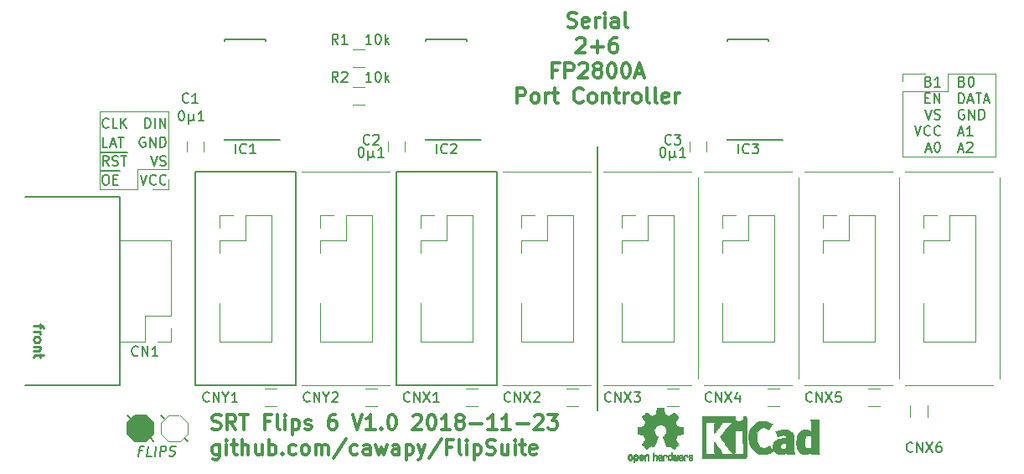
<source format=gbr>
G04 #@! TF.GenerationSoftware,KiCad,Pcbnew,(5.0.1)-4*
G04 #@! TF.CreationDate,2018-11-25T16:05:00+01:00*
G04 #@! TF.ProjectId,Flips6,466C697073362E6B696361645F706362,V1.0*
G04 #@! TF.SameCoordinates,Original*
G04 #@! TF.FileFunction,Legend,Top*
G04 #@! TF.FilePolarity,Positive*
%FSLAX46Y46*%
G04 Gerber Fmt 4.6, Leading zero omitted, Abs format (unit mm)*
G04 Created by KiCad (PCBNEW (5.0.1)-4) date 25.11.2018 16:05:00*
%MOMM*%
%LPD*%
G01*
G04 APERTURE LIST*
%ADD10C,0.100000*%
%ADD11C,0.150000*%
%ADD12C,0.300000*%
%ADD13C,0.250000*%
%ADD14C,0.200000*%
%ADD15C,0.120000*%
%ADD16C,0.010000*%
G04 APERTURE END LIST*
D10*
X139446000Y-61214000D02*
X139446000Y-61976000D01*
X139446000Y-61214000D02*
X141732000Y-61214000D01*
X148844000Y-61214000D02*
X148844000Y-69596000D01*
X144018000Y-61214000D02*
X148844000Y-61214000D01*
X144018000Y-62992000D02*
X144018000Y-61214000D01*
X139446000Y-62992000D02*
X144018000Y-62992000D01*
X139446000Y-69596000D02*
X139446000Y-62992000D01*
X148844000Y-69596000D02*
X139446000Y-69596000D01*
D11*
X145448928Y-62033571D02*
X145591785Y-62081190D01*
X145639404Y-62128809D01*
X145687023Y-62224047D01*
X145687023Y-62366904D01*
X145639404Y-62462142D01*
X145591785Y-62509761D01*
X145496547Y-62557380D01*
X145115595Y-62557380D01*
X145115595Y-61557380D01*
X145448928Y-61557380D01*
X145544166Y-61605000D01*
X145591785Y-61652619D01*
X145639404Y-61747857D01*
X145639404Y-61843095D01*
X145591785Y-61938333D01*
X145544166Y-61985952D01*
X145448928Y-62033571D01*
X145115595Y-62033571D01*
X146306071Y-61557380D02*
X146401309Y-61557380D01*
X146496547Y-61605000D01*
X146544166Y-61652619D01*
X146591785Y-61747857D01*
X146639404Y-61938333D01*
X146639404Y-62176428D01*
X146591785Y-62366904D01*
X146544166Y-62462142D01*
X146496547Y-62509761D01*
X146401309Y-62557380D01*
X146306071Y-62557380D01*
X146210833Y-62509761D01*
X146163214Y-62462142D01*
X146115595Y-62366904D01*
X146067976Y-62176428D01*
X146067976Y-61938333D01*
X146115595Y-61747857D01*
X146163214Y-61652619D01*
X146210833Y-61605000D01*
X146306071Y-61557380D01*
X145115595Y-64207380D02*
X145115595Y-63207380D01*
X145353690Y-63207380D01*
X145496547Y-63255000D01*
X145591785Y-63350238D01*
X145639404Y-63445476D01*
X145687023Y-63635952D01*
X145687023Y-63778809D01*
X145639404Y-63969285D01*
X145591785Y-64064523D01*
X145496547Y-64159761D01*
X145353690Y-64207380D01*
X145115595Y-64207380D01*
X146067976Y-63921666D02*
X146544166Y-63921666D01*
X145972738Y-64207380D02*
X146306071Y-63207380D01*
X146639404Y-64207380D01*
X146829880Y-63207380D02*
X147401309Y-63207380D01*
X147115595Y-64207380D02*
X147115595Y-63207380D01*
X147687023Y-63921666D02*
X148163214Y-63921666D01*
X147591785Y-64207380D02*
X147925119Y-63207380D01*
X148258452Y-64207380D01*
X145639404Y-64905000D02*
X145544166Y-64857380D01*
X145401309Y-64857380D01*
X145258452Y-64905000D01*
X145163214Y-65000238D01*
X145115595Y-65095476D01*
X145067976Y-65285952D01*
X145067976Y-65428809D01*
X145115595Y-65619285D01*
X145163214Y-65714523D01*
X145258452Y-65809761D01*
X145401309Y-65857380D01*
X145496547Y-65857380D01*
X145639404Y-65809761D01*
X145687023Y-65762142D01*
X145687023Y-65428809D01*
X145496547Y-65428809D01*
X146115595Y-65857380D02*
X146115595Y-64857380D01*
X146687023Y-65857380D01*
X146687023Y-64857380D01*
X147163214Y-65857380D02*
X147163214Y-64857380D01*
X147401309Y-64857380D01*
X147544166Y-64905000D01*
X147639404Y-65000238D01*
X147687023Y-65095476D01*
X147734642Y-65285952D01*
X147734642Y-65428809D01*
X147687023Y-65619285D01*
X147639404Y-65714523D01*
X147544166Y-65809761D01*
X147401309Y-65857380D01*
X147163214Y-65857380D01*
X145067976Y-67221666D02*
X145544166Y-67221666D01*
X144972738Y-67507380D02*
X145306071Y-66507380D01*
X145639404Y-67507380D01*
X146496547Y-67507380D02*
X145925119Y-67507380D01*
X146210833Y-67507380D02*
X146210833Y-66507380D01*
X146115595Y-66650238D01*
X146020357Y-66745476D01*
X145925119Y-66793095D01*
X145067976Y-68871666D02*
X145544166Y-68871666D01*
X144972738Y-69157380D02*
X145306071Y-68157380D01*
X145639404Y-69157380D01*
X145925119Y-68252619D02*
X145972738Y-68205000D01*
X146067976Y-68157380D01*
X146306071Y-68157380D01*
X146401309Y-68205000D01*
X146448928Y-68252619D01*
X146496547Y-68347857D01*
X146496547Y-68443095D01*
X146448928Y-68585952D01*
X145877500Y-69157380D01*
X146496547Y-69157380D01*
X142031547Y-62033571D02*
X142174404Y-62081190D01*
X142222023Y-62128809D01*
X142269642Y-62224047D01*
X142269642Y-62366904D01*
X142222023Y-62462142D01*
X142174404Y-62509761D01*
X142079166Y-62557380D01*
X141698214Y-62557380D01*
X141698214Y-61557380D01*
X142031547Y-61557380D01*
X142126785Y-61605000D01*
X142174404Y-61652619D01*
X142222023Y-61747857D01*
X142222023Y-61843095D01*
X142174404Y-61938333D01*
X142126785Y-61985952D01*
X142031547Y-62033571D01*
X141698214Y-62033571D01*
X143222023Y-62557380D02*
X142650595Y-62557380D01*
X142936309Y-62557380D02*
X142936309Y-61557380D01*
X142841071Y-61700238D01*
X142745833Y-61795476D01*
X142650595Y-61843095D01*
X141698214Y-63683571D02*
X142031547Y-63683571D01*
X142174404Y-64207380D02*
X141698214Y-64207380D01*
X141698214Y-63207380D01*
X142174404Y-63207380D01*
X142602976Y-64207380D02*
X142602976Y-63207380D01*
X143174404Y-64207380D01*
X143174404Y-63207380D01*
X141698214Y-64857380D02*
X142031547Y-65857380D01*
X142364880Y-64857380D01*
X142650595Y-65809761D02*
X142793452Y-65857380D01*
X143031547Y-65857380D01*
X143126785Y-65809761D01*
X143174404Y-65762142D01*
X143222023Y-65666904D01*
X143222023Y-65571666D01*
X143174404Y-65476428D01*
X143126785Y-65428809D01*
X143031547Y-65381190D01*
X142841071Y-65333571D01*
X142745833Y-65285952D01*
X142698214Y-65238333D01*
X142650595Y-65143095D01*
X142650595Y-65047857D01*
X142698214Y-64952619D01*
X142745833Y-64905000D01*
X142841071Y-64857380D01*
X143079166Y-64857380D01*
X143222023Y-64905000D01*
X140650595Y-66507380D02*
X140983928Y-67507380D01*
X141317261Y-66507380D01*
X142222023Y-67412142D02*
X142174404Y-67459761D01*
X142031547Y-67507380D01*
X141936309Y-67507380D01*
X141793452Y-67459761D01*
X141698214Y-67364523D01*
X141650595Y-67269285D01*
X141602976Y-67078809D01*
X141602976Y-66935952D01*
X141650595Y-66745476D01*
X141698214Y-66650238D01*
X141793452Y-66555000D01*
X141936309Y-66507380D01*
X142031547Y-66507380D01*
X142174404Y-66555000D01*
X142222023Y-66602619D01*
X143222023Y-67412142D02*
X143174404Y-67459761D01*
X143031547Y-67507380D01*
X142936309Y-67507380D01*
X142793452Y-67459761D01*
X142698214Y-67364523D01*
X142650595Y-67269285D01*
X142602976Y-67078809D01*
X142602976Y-66935952D01*
X142650595Y-66745476D01*
X142698214Y-66650238D01*
X142793452Y-66555000D01*
X142936309Y-66507380D01*
X143031547Y-66507380D01*
X143174404Y-66555000D01*
X143222023Y-66602619D01*
X141793452Y-68871666D02*
X142269642Y-68871666D01*
X141698214Y-69157380D02*
X142031547Y-68157380D01*
X142364880Y-69157380D01*
X142888690Y-68157380D02*
X142983928Y-68157380D01*
X143079166Y-68205000D01*
X143126785Y-68252619D01*
X143174404Y-68347857D01*
X143222023Y-68538333D01*
X143222023Y-68776428D01*
X143174404Y-68966904D01*
X143126785Y-69062142D01*
X143079166Y-69109761D01*
X142983928Y-69157380D01*
X142888690Y-69157380D01*
X142793452Y-69109761D01*
X142745833Y-69062142D01*
X142698214Y-68966904D01*
X142650595Y-68776428D01*
X142650595Y-68538333D01*
X142698214Y-68347857D01*
X142745833Y-68252619D01*
X142793452Y-68205000D01*
X142888690Y-68157380D01*
D10*
X139700000Y-71120000D02*
X148590000Y-71120000D01*
X149225000Y-71755000D02*
X149225000Y-92075000D01*
X148590000Y-92710000D02*
X139700000Y-92710000D01*
X65278000Y-72898000D02*
X63627000Y-72898000D01*
X65278000Y-71882000D02*
X65278000Y-72898000D01*
X58293000Y-65024000D02*
X58293000Y-72898000D01*
X62103000Y-70866000D02*
X65278000Y-70866000D01*
X62103000Y-70866000D02*
X62103000Y-72898000D01*
X65278000Y-65024000D02*
X65278000Y-70866000D01*
X58293000Y-65024000D02*
X65278000Y-65024000D01*
X62103000Y-72898000D02*
X58293000Y-72898000D01*
D11*
X62894785Y-66746380D02*
X62894785Y-65746380D01*
X63132880Y-65746380D01*
X63275738Y-65794000D01*
X63370976Y-65889238D01*
X63418595Y-65984476D01*
X63466214Y-66174952D01*
X63466214Y-66317809D01*
X63418595Y-66508285D01*
X63370976Y-66603523D01*
X63275738Y-66698761D01*
X63132880Y-66746380D01*
X62894785Y-66746380D01*
X63894785Y-66746380D02*
X63894785Y-65746380D01*
X64370976Y-66746380D02*
X64370976Y-65746380D01*
X64942404Y-66746380D01*
X64942404Y-65746380D01*
X62894785Y-67699000D02*
X62799547Y-67651380D01*
X62656690Y-67651380D01*
X62513833Y-67699000D01*
X62418595Y-67794238D01*
X62370976Y-67889476D01*
X62323357Y-68079952D01*
X62323357Y-68222809D01*
X62370976Y-68413285D01*
X62418595Y-68508523D01*
X62513833Y-68603761D01*
X62656690Y-68651380D01*
X62751928Y-68651380D01*
X62894785Y-68603761D01*
X62942404Y-68556142D01*
X62942404Y-68222809D01*
X62751928Y-68222809D01*
X63370976Y-68651380D02*
X63370976Y-67651380D01*
X63942404Y-68651380D01*
X63942404Y-67651380D01*
X64418595Y-68651380D02*
X64418595Y-67651380D01*
X64656690Y-67651380D01*
X64799547Y-67699000D01*
X64894785Y-67794238D01*
X64942404Y-67889476D01*
X64990023Y-68079952D01*
X64990023Y-68222809D01*
X64942404Y-68413285D01*
X64894785Y-68508523D01*
X64799547Y-68603761D01*
X64656690Y-68651380D01*
X64418595Y-68651380D01*
X63466214Y-69556380D02*
X63799547Y-70556380D01*
X64132880Y-69556380D01*
X64418595Y-70508761D02*
X64561452Y-70556380D01*
X64799547Y-70556380D01*
X64894785Y-70508761D01*
X64942404Y-70461142D01*
X64990023Y-70365904D01*
X64990023Y-70270666D01*
X64942404Y-70175428D01*
X64894785Y-70127809D01*
X64799547Y-70080190D01*
X64609071Y-70032571D01*
X64513833Y-69984952D01*
X64466214Y-69937333D01*
X64418595Y-69842095D01*
X64418595Y-69746857D01*
X64466214Y-69651619D01*
X64513833Y-69604000D01*
X64609071Y-69556380D01*
X64847166Y-69556380D01*
X64990023Y-69604000D01*
X62418595Y-71461380D02*
X62751928Y-72461380D01*
X63085261Y-71461380D01*
X63990023Y-72366142D02*
X63942404Y-72413761D01*
X63799547Y-72461380D01*
X63704309Y-72461380D01*
X63561452Y-72413761D01*
X63466214Y-72318523D01*
X63418595Y-72223285D01*
X63370976Y-72032809D01*
X63370976Y-71889952D01*
X63418595Y-71699476D01*
X63466214Y-71604238D01*
X63561452Y-71509000D01*
X63704309Y-71461380D01*
X63799547Y-71461380D01*
X63942404Y-71509000D01*
X63990023Y-71556619D01*
X64990023Y-72366142D02*
X64942404Y-72413761D01*
X64799547Y-72461380D01*
X64704309Y-72461380D01*
X64561452Y-72413761D01*
X64466214Y-72318523D01*
X64418595Y-72223285D01*
X64370976Y-72032809D01*
X64370976Y-71889952D01*
X64418595Y-71699476D01*
X64466214Y-71604238D01*
X64561452Y-71509000D01*
X64704309Y-71461380D01*
X64799547Y-71461380D01*
X64942404Y-71509000D01*
X64990023Y-71556619D01*
X59200023Y-66651142D02*
X59152404Y-66698761D01*
X59009547Y-66746380D01*
X58914309Y-66746380D01*
X58771452Y-66698761D01*
X58676214Y-66603523D01*
X58628595Y-66508285D01*
X58580976Y-66317809D01*
X58580976Y-66174952D01*
X58628595Y-65984476D01*
X58676214Y-65889238D01*
X58771452Y-65794000D01*
X58914309Y-65746380D01*
X59009547Y-65746380D01*
X59152404Y-65794000D01*
X59200023Y-65841619D01*
X60104785Y-66746380D02*
X59628595Y-66746380D01*
X59628595Y-65746380D01*
X60438119Y-66746380D02*
X60438119Y-65746380D01*
X61009547Y-66746380D02*
X60580976Y-66174952D01*
X61009547Y-65746380D02*
X60438119Y-66317809D01*
X58390500Y-71094000D02*
X59438119Y-71094000D01*
X58819071Y-71461380D02*
X59009547Y-71461380D01*
X59104785Y-71509000D01*
X59200023Y-71604238D01*
X59247642Y-71794714D01*
X59247642Y-72128047D01*
X59200023Y-72318523D01*
X59104785Y-72413761D01*
X59009547Y-72461380D01*
X58819071Y-72461380D01*
X58723833Y-72413761D01*
X58628595Y-72318523D01*
X58580976Y-72128047D01*
X58580976Y-71794714D01*
X58628595Y-71604238D01*
X58723833Y-71509000D01*
X58819071Y-71461380D01*
X59438119Y-71094000D02*
X60342880Y-71094000D01*
X59676214Y-71937571D02*
X60009547Y-71937571D01*
X60152404Y-72461380D02*
X59676214Y-72461380D01*
X59676214Y-71461380D01*
X60152404Y-71461380D01*
X58390500Y-69189000D02*
X59390500Y-69189000D01*
X59200023Y-70556380D02*
X58866690Y-70080190D01*
X58628595Y-70556380D02*
X58628595Y-69556380D01*
X59009547Y-69556380D01*
X59104785Y-69604000D01*
X59152404Y-69651619D01*
X59200023Y-69746857D01*
X59200023Y-69889714D01*
X59152404Y-69984952D01*
X59104785Y-70032571D01*
X59009547Y-70080190D01*
X58628595Y-70080190D01*
X59390500Y-69189000D02*
X60342880Y-69189000D01*
X59580976Y-70508761D02*
X59723833Y-70556380D01*
X59961928Y-70556380D01*
X60057166Y-70508761D01*
X60104785Y-70461142D01*
X60152404Y-70365904D01*
X60152404Y-70270666D01*
X60104785Y-70175428D01*
X60057166Y-70127809D01*
X59961928Y-70080190D01*
X59771452Y-70032571D01*
X59676214Y-69984952D01*
X59628595Y-69937333D01*
X59580976Y-69842095D01*
X59580976Y-69746857D01*
X59628595Y-69651619D01*
X59676214Y-69604000D01*
X59771452Y-69556380D01*
X60009547Y-69556380D01*
X60152404Y-69604000D01*
X60342880Y-69189000D02*
X61104785Y-69189000D01*
X60438119Y-69556380D02*
X61009547Y-69556380D01*
X60723833Y-70556380D02*
X60723833Y-69556380D01*
X59104785Y-68651380D02*
X58628595Y-68651380D01*
X58628595Y-67651380D01*
X59390500Y-68365666D02*
X59866690Y-68365666D01*
X59295261Y-68651380D02*
X59628595Y-67651380D01*
X59961928Y-68651380D01*
X60152404Y-67651380D02*
X60723833Y-67651380D01*
X60438119Y-68651380D02*
X60438119Y-67651380D01*
D12*
X105620714Y-56472142D02*
X105835000Y-56543571D01*
X106192142Y-56543571D01*
X106335000Y-56472142D01*
X106406428Y-56400714D01*
X106477857Y-56257857D01*
X106477857Y-56115000D01*
X106406428Y-55972142D01*
X106335000Y-55900714D01*
X106192142Y-55829285D01*
X105906428Y-55757857D01*
X105763571Y-55686428D01*
X105692142Y-55615000D01*
X105620714Y-55472142D01*
X105620714Y-55329285D01*
X105692142Y-55186428D01*
X105763571Y-55115000D01*
X105906428Y-55043571D01*
X106263571Y-55043571D01*
X106477857Y-55115000D01*
X107692142Y-56472142D02*
X107549285Y-56543571D01*
X107263571Y-56543571D01*
X107120714Y-56472142D01*
X107049285Y-56329285D01*
X107049285Y-55757857D01*
X107120714Y-55615000D01*
X107263571Y-55543571D01*
X107549285Y-55543571D01*
X107692142Y-55615000D01*
X107763571Y-55757857D01*
X107763571Y-55900714D01*
X107049285Y-56043571D01*
X108406428Y-56543571D02*
X108406428Y-55543571D01*
X108406428Y-55829285D02*
X108477857Y-55686428D01*
X108549285Y-55615000D01*
X108692142Y-55543571D01*
X108835000Y-55543571D01*
X109335000Y-56543571D02*
X109335000Y-55543571D01*
X109335000Y-55043571D02*
X109263571Y-55115000D01*
X109335000Y-55186428D01*
X109406428Y-55115000D01*
X109335000Y-55043571D01*
X109335000Y-55186428D01*
X110692142Y-56543571D02*
X110692142Y-55757857D01*
X110620714Y-55615000D01*
X110477857Y-55543571D01*
X110192142Y-55543571D01*
X110049285Y-55615000D01*
X110692142Y-56472142D02*
X110549285Y-56543571D01*
X110192142Y-56543571D01*
X110049285Y-56472142D01*
X109977857Y-56329285D01*
X109977857Y-56186428D01*
X110049285Y-56043571D01*
X110192142Y-55972142D01*
X110549285Y-55972142D01*
X110692142Y-55900714D01*
X111620714Y-56543571D02*
X111477857Y-56472142D01*
X111406428Y-56329285D01*
X111406428Y-55043571D01*
X106513571Y-57736428D02*
X106585000Y-57665000D01*
X106727857Y-57593571D01*
X107085000Y-57593571D01*
X107227857Y-57665000D01*
X107299285Y-57736428D01*
X107370714Y-57879285D01*
X107370714Y-58022142D01*
X107299285Y-58236428D01*
X106442142Y-59093571D01*
X107370714Y-59093571D01*
X108013571Y-58522142D02*
X109156428Y-58522142D01*
X108585000Y-59093571D02*
X108585000Y-57950714D01*
X110513571Y-57593571D02*
X110227857Y-57593571D01*
X110085000Y-57665000D01*
X110013571Y-57736428D01*
X109870714Y-57950714D01*
X109799285Y-58236428D01*
X109799285Y-58807857D01*
X109870714Y-58950714D01*
X109942142Y-59022142D01*
X110085000Y-59093571D01*
X110370714Y-59093571D01*
X110513571Y-59022142D01*
X110585000Y-58950714D01*
X110656428Y-58807857D01*
X110656428Y-58450714D01*
X110585000Y-58307857D01*
X110513571Y-58236428D01*
X110370714Y-58165000D01*
X110085000Y-58165000D01*
X109942142Y-58236428D01*
X109870714Y-58307857D01*
X109799285Y-58450714D01*
X104549285Y-60857857D02*
X104049285Y-60857857D01*
X104049285Y-61643571D02*
X104049285Y-60143571D01*
X104763571Y-60143571D01*
X105335000Y-61643571D02*
X105335000Y-60143571D01*
X105906428Y-60143571D01*
X106049285Y-60215000D01*
X106120714Y-60286428D01*
X106192142Y-60429285D01*
X106192142Y-60643571D01*
X106120714Y-60786428D01*
X106049285Y-60857857D01*
X105906428Y-60929285D01*
X105335000Y-60929285D01*
X106763571Y-60286428D02*
X106835000Y-60215000D01*
X106977857Y-60143571D01*
X107335000Y-60143571D01*
X107477857Y-60215000D01*
X107549285Y-60286428D01*
X107620714Y-60429285D01*
X107620714Y-60572142D01*
X107549285Y-60786428D01*
X106692142Y-61643571D01*
X107620714Y-61643571D01*
X108477857Y-60786428D02*
X108335000Y-60715000D01*
X108263571Y-60643571D01*
X108192142Y-60500714D01*
X108192142Y-60429285D01*
X108263571Y-60286428D01*
X108335000Y-60215000D01*
X108477857Y-60143571D01*
X108763571Y-60143571D01*
X108906428Y-60215000D01*
X108977857Y-60286428D01*
X109049285Y-60429285D01*
X109049285Y-60500714D01*
X108977857Y-60643571D01*
X108906428Y-60715000D01*
X108763571Y-60786428D01*
X108477857Y-60786428D01*
X108335000Y-60857857D01*
X108263571Y-60929285D01*
X108192142Y-61072142D01*
X108192142Y-61357857D01*
X108263571Y-61500714D01*
X108335000Y-61572142D01*
X108477857Y-61643571D01*
X108763571Y-61643571D01*
X108906428Y-61572142D01*
X108977857Y-61500714D01*
X109049285Y-61357857D01*
X109049285Y-61072142D01*
X108977857Y-60929285D01*
X108906428Y-60857857D01*
X108763571Y-60786428D01*
X109977857Y-60143571D02*
X110120714Y-60143571D01*
X110263571Y-60215000D01*
X110335000Y-60286428D01*
X110406428Y-60429285D01*
X110477857Y-60715000D01*
X110477857Y-61072142D01*
X110406428Y-61357857D01*
X110335000Y-61500714D01*
X110263571Y-61572142D01*
X110120714Y-61643571D01*
X109977857Y-61643571D01*
X109835000Y-61572142D01*
X109763571Y-61500714D01*
X109692142Y-61357857D01*
X109620714Y-61072142D01*
X109620714Y-60715000D01*
X109692142Y-60429285D01*
X109763571Y-60286428D01*
X109835000Y-60215000D01*
X109977857Y-60143571D01*
X111406428Y-60143571D02*
X111549285Y-60143571D01*
X111692142Y-60215000D01*
X111763571Y-60286428D01*
X111835000Y-60429285D01*
X111906428Y-60715000D01*
X111906428Y-61072142D01*
X111835000Y-61357857D01*
X111763571Y-61500714D01*
X111692142Y-61572142D01*
X111549285Y-61643571D01*
X111406428Y-61643571D01*
X111263571Y-61572142D01*
X111192142Y-61500714D01*
X111120714Y-61357857D01*
X111049285Y-61072142D01*
X111049285Y-60715000D01*
X111120714Y-60429285D01*
X111192142Y-60286428D01*
X111263571Y-60215000D01*
X111406428Y-60143571D01*
X112477857Y-61215000D02*
X113192142Y-61215000D01*
X112335000Y-61643571D02*
X112835000Y-60143571D01*
X113335000Y-61643571D01*
X100477857Y-64193571D02*
X100477857Y-62693571D01*
X101049285Y-62693571D01*
X101192142Y-62765000D01*
X101263571Y-62836428D01*
X101335000Y-62979285D01*
X101335000Y-63193571D01*
X101263571Y-63336428D01*
X101192142Y-63407857D01*
X101049285Y-63479285D01*
X100477857Y-63479285D01*
X102192142Y-64193571D02*
X102049285Y-64122142D01*
X101977857Y-64050714D01*
X101906428Y-63907857D01*
X101906428Y-63479285D01*
X101977857Y-63336428D01*
X102049285Y-63265000D01*
X102192142Y-63193571D01*
X102406428Y-63193571D01*
X102549285Y-63265000D01*
X102620714Y-63336428D01*
X102692142Y-63479285D01*
X102692142Y-63907857D01*
X102620714Y-64050714D01*
X102549285Y-64122142D01*
X102406428Y-64193571D01*
X102192142Y-64193571D01*
X103335000Y-64193571D02*
X103335000Y-63193571D01*
X103335000Y-63479285D02*
X103406428Y-63336428D01*
X103477857Y-63265000D01*
X103620714Y-63193571D01*
X103763571Y-63193571D01*
X104049285Y-63193571D02*
X104620714Y-63193571D01*
X104263571Y-62693571D02*
X104263571Y-63979285D01*
X104335000Y-64122142D01*
X104477857Y-64193571D01*
X104620714Y-64193571D01*
X107120714Y-64050714D02*
X107049285Y-64122142D01*
X106835000Y-64193571D01*
X106692142Y-64193571D01*
X106477857Y-64122142D01*
X106335000Y-63979285D01*
X106263571Y-63836428D01*
X106192142Y-63550714D01*
X106192142Y-63336428D01*
X106263571Y-63050714D01*
X106335000Y-62907857D01*
X106477857Y-62765000D01*
X106692142Y-62693571D01*
X106835000Y-62693571D01*
X107049285Y-62765000D01*
X107120714Y-62836428D01*
X107977857Y-64193571D02*
X107835000Y-64122142D01*
X107763571Y-64050714D01*
X107692142Y-63907857D01*
X107692142Y-63479285D01*
X107763571Y-63336428D01*
X107835000Y-63265000D01*
X107977857Y-63193571D01*
X108192142Y-63193571D01*
X108335000Y-63265000D01*
X108406428Y-63336428D01*
X108477857Y-63479285D01*
X108477857Y-63907857D01*
X108406428Y-64050714D01*
X108335000Y-64122142D01*
X108192142Y-64193571D01*
X107977857Y-64193571D01*
X109120714Y-63193571D02*
X109120714Y-64193571D01*
X109120714Y-63336428D02*
X109192142Y-63265000D01*
X109335000Y-63193571D01*
X109549285Y-63193571D01*
X109692142Y-63265000D01*
X109763571Y-63407857D01*
X109763571Y-64193571D01*
X110263571Y-63193571D02*
X110835000Y-63193571D01*
X110477857Y-62693571D02*
X110477857Y-63979285D01*
X110549285Y-64122142D01*
X110692142Y-64193571D01*
X110835000Y-64193571D01*
X111335000Y-64193571D02*
X111335000Y-63193571D01*
X111335000Y-63479285D02*
X111406428Y-63336428D01*
X111477857Y-63265000D01*
X111620714Y-63193571D01*
X111763571Y-63193571D01*
X112477857Y-64193571D02*
X112335000Y-64122142D01*
X112263571Y-64050714D01*
X112192142Y-63907857D01*
X112192142Y-63479285D01*
X112263571Y-63336428D01*
X112335000Y-63265000D01*
X112477857Y-63193571D01*
X112692142Y-63193571D01*
X112835000Y-63265000D01*
X112906428Y-63336428D01*
X112977857Y-63479285D01*
X112977857Y-63907857D01*
X112906428Y-64050714D01*
X112835000Y-64122142D01*
X112692142Y-64193571D01*
X112477857Y-64193571D01*
X113835000Y-64193571D02*
X113692142Y-64122142D01*
X113620714Y-63979285D01*
X113620714Y-62693571D01*
X114620714Y-64193571D02*
X114477857Y-64122142D01*
X114406428Y-63979285D01*
X114406428Y-62693571D01*
X115763571Y-64122142D02*
X115620714Y-64193571D01*
X115335000Y-64193571D01*
X115192142Y-64122142D01*
X115120714Y-63979285D01*
X115120714Y-63407857D01*
X115192142Y-63265000D01*
X115335000Y-63193571D01*
X115620714Y-63193571D01*
X115763571Y-63265000D01*
X115835000Y-63407857D01*
X115835000Y-63550714D01*
X115120714Y-63693571D01*
X116477857Y-64193571D02*
X116477857Y-63193571D01*
X116477857Y-63479285D02*
X116549285Y-63336428D01*
X116620714Y-63265000D01*
X116763571Y-63193571D01*
X116906428Y-63193571D01*
D13*
X52284285Y-86574523D02*
X52284285Y-86955476D01*
X51617619Y-86717380D02*
X52474761Y-86717380D01*
X52570000Y-86765000D01*
X52617619Y-86860238D01*
X52617619Y-86955476D01*
X51617619Y-87288809D02*
X52284285Y-87288809D01*
X52093809Y-87288809D02*
X52189047Y-87336428D01*
X52236666Y-87384047D01*
X52284285Y-87479285D01*
X52284285Y-87574523D01*
X51617619Y-88050714D02*
X51665238Y-87955476D01*
X51712857Y-87907857D01*
X51808095Y-87860238D01*
X52093809Y-87860238D01*
X52189047Y-87907857D01*
X52236666Y-87955476D01*
X52284285Y-88050714D01*
X52284285Y-88193571D01*
X52236666Y-88288809D01*
X52189047Y-88336428D01*
X52093809Y-88384047D01*
X51808095Y-88384047D01*
X51712857Y-88336428D01*
X51665238Y-88288809D01*
X51617619Y-88193571D01*
X51617619Y-88050714D01*
X52284285Y-88812619D02*
X51617619Y-88812619D01*
X52189047Y-88812619D02*
X52236666Y-88860238D01*
X52284285Y-88955476D01*
X52284285Y-89098333D01*
X52236666Y-89193571D01*
X52141428Y-89241190D01*
X51617619Y-89241190D01*
X52284285Y-89574523D02*
X52284285Y-89955476D01*
X52617619Y-89717380D02*
X51760476Y-89717380D01*
X51665238Y-89765000D01*
X51617619Y-89860238D01*
X51617619Y-89955476D01*
D14*
X108585000Y-95250000D02*
X108585000Y-68580000D01*
X88265000Y-71120000D02*
X98425000Y-71120000D01*
X67945000Y-71120000D02*
X78105000Y-71120000D01*
D10*
X78740000Y-71120000D02*
X87630000Y-71120000D01*
X99060000Y-71120000D02*
X107950000Y-71120000D01*
X109220000Y-71120000D02*
X118110000Y-71120000D01*
X119380000Y-71120000D02*
X128270000Y-71120000D01*
D12*
X69695714Y-97122142D02*
X69910000Y-97193571D01*
X70267142Y-97193571D01*
X70410000Y-97122142D01*
X70481428Y-97050714D01*
X70552857Y-96907857D01*
X70552857Y-96765000D01*
X70481428Y-96622142D01*
X70410000Y-96550714D01*
X70267142Y-96479285D01*
X69981428Y-96407857D01*
X69838571Y-96336428D01*
X69767142Y-96265000D01*
X69695714Y-96122142D01*
X69695714Y-95979285D01*
X69767142Y-95836428D01*
X69838571Y-95765000D01*
X69981428Y-95693571D01*
X70338571Y-95693571D01*
X70552857Y-95765000D01*
X72052857Y-97193571D02*
X71552857Y-96479285D01*
X71195714Y-97193571D02*
X71195714Y-95693571D01*
X71767142Y-95693571D01*
X71910000Y-95765000D01*
X71981428Y-95836428D01*
X72052857Y-95979285D01*
X72052857Y-96193571D01*
X71981428Y-96336428D01*
X71910000Y-96407857D01*
X71767142Y-96479285D01*
X71195714Y-96479285D01*
X72481428Y-95693571D02*
X73338571Y-95693571D01*
X72910000Y-97193571D02*
X72910000Y-95693571D01*
X75481428Y-96407857D02*
X74981428Y-96407857D01*
X74981428Y-97193571D02*
X74981428Y-95693571D01*
X75695714Y-95693571D01*
X76481428Y-97193571D02*
X76338571Y-97122142D01*
X76267142Y-96979285D01*
X76267142Y-95693571D01*
X77052857Y-97193571D02*
X77052857Y-96193571D01*
X77052857Y-95693571D02*
X76981428Y-95765000D01*
X77052857Y-95836428D01*
X77124285Y-95765000D01*
X77052857Y-95693571D01*
X77052857Y-95836428D01*
X77767142Y-96193571D02*
X77767142Y-97693571D01*
X77767142Y-96265000D02*
X77910000Y-96193571D01*
X78195714Y-96193571D01*
X78338571Y-96265000D01*
X78410000Y-96336428D01*
X78481428Y-96479285D01*
X78481428Y-96907857D01*
X78410000Y-97050714D01*
X78338571Y-97122142D01*
X78195714Y-97193571D01*
X77910000Y-97193571D01*
X77767142Y-97122142D01*
X79052857Y-97122142D02*
X79195714Y-97193571D01*
X79481428Y-97193571D01*
X79624285Y-97122142D01*
X79695714Y-96979285D01*
X79695714Y-96907857D01*
X79624285Y-96765000D01*
X79481428Y-96693571D01*
X79267142Y-96693571D01*
X79124285Y-96622142D01*
X79052857Y-96479285D01*
X79052857Y-96407857D01*
X79124285Y-96265000D01*
X79267142Y-96193571D01*
X79481428Y-96193571D01*
X79624285Y-96265000D01*
X82124285Y-95693571D02*
X81838571Y-95693571D01*
X81695714Y-95765000D01*
X81624285Y-95836428D01*
X81481428Y-96050714D01*
X81410000Y-96336428D01*
X81410000Y-96907857D01*
X81481428Y-97050714D01*
X81552857Y-97122142D01*
X81695714Y-97193571D01*
X81981428Y-97193571D01*
X82124285Y-97122142D01*
X82195714Y-97050714D01*
X82267142Y-96907857D01*
X82267142Y-96550714D01*
X82195714Y-96407857D01*
X82124285Y-96336428D01*
X81981428Y-96265000D01*
X81695714Y-96265000D01*
X81552857Y-96336428D01*
X81481428Y-96407857D01*
X81410000Y-96550714D01*
X83838571Y-95693571D02*
X84338571Y-97193571D01*
X84838571Y-95693571D01*
X86124285Y-97193571D02*
X85267142Y-97193571D01*
X85695714Y-97193571D02*
X85695714Y-95693571D01*
X85552857Y-95907857D01*
X85410000Y-96050714D01*
X85267142Y-96122142D01*
X86767142Y-97050714D02*
X86838571Y-97122142D01*
X86767142Y-97193571D01*
X86695714Y-97122142D01*
X86767142Y-97050714D01*
X86767142Y-97193571D01*
X87767142Y-95693571D02*
X87910000Y-95693571D01*
X88052857Y-95765000D01*
X88124285Y-95836428D01*
X88195714Y-95979285D01*
X88267142Y-96265000D01*
X88267142Y-96622142D01*
X88195714Y-96907857D01*
X88124285Y-97050714D01*
X88052857Y-97122142D01*
X87910000Y-97193571D01*
X87767142Y-97193571D01*
X87624285Y-97122142D01*
X87552857Y-97050714D01*
X87481428Y-96907857D01*
X87410000Y-96622142D01*
X87410000Y-96265000D01*
X87481428Y-95979285D01*
X87552857Y-95836428D01*
X87624285Y-95765000D01*
X87767142Y-95693571D01*
X89981428Y-95836428D02*
X90052857Y-95765000D01*
X90195714Y-95693571D01*
X90552857Y-95693571D01*
X90695714Y-95765000D01*
X90767142Y-95836428D01*
X90838571Y-95979285D01*
X90838571Y-96122142D01*
X90767142Y-96336428D01*
X89910000Y-97193571D01*
X90838571Y-97193571D01*
X91767142Y-95693571D02*
X91910000Y-95693571D01*
X92052857Y-95765000D01*
X92124285Y-95836428D01*
X92195714Y-95979285D01*
X92267142Y-96265000D01*
X92267142Y-96622142D01*
X92195714Y-96907857D01*
X92124285Y-97050714D01*
X92052857Y-97122142D01*
X91910000Y-97193571D01*
X91767142Y-97193571D01*
X91624285Y-97122142D01*
X91552857Y-97050714D01*
X91481428Y-96907857D01*
X91410000Y-96622142D01*
X91410000Y-96265000D01*
X91481428Y-95979285D01*
X91552857Y-95836428D01*
X91624285Y-95765000D01*
X91767142Y-95693571D01*
X93695714Y-97193571D02*
X92838571Y-97193571D01*
X93267142Y-97193571D02*
X93267142Y-95693571D01*
X93124285Y-95907857D01*
X92981428Y-96050714D01*
X92838571Y-96122142D01*
X94552857Y-96336428D02*
X94410000Y-96265000D01*
X94338571Y-96193571D01*
X94267142Y-96050714D01*
X94267142Y-95979285D01*
X94338571Y-95836428D01*
X94410000Y-95765000D01*
X94552857Y-95693571D01*
X94838571Y-95693571D01*
X94981428Y-95765000D01*
X95052857Y-95836428D01*
X95124285Y-95979285D01*
X95124285Y-96050714D01*
X95052857Y-96193571D01*
X94981428Y-96265000D01*
X94838571Y-96336428D01*
X94552857Y-96336428D01*
X94410000Y-96407857D01*
X94338571Y-96479285D01*
X94267142Y-96622142D01*
X94267142Y-96907857D01*
X94338571Y-97050714D01*
X94410000Y-97122142D01*
X94552857Y-97193571D01*
X94838571Y-97193571D01*
X94981428Y-97122142D01*
X95052857Y-97050714D01*
X95124285Y-96907857D01*
X95124285Y-96622142D01*
X95052857Y-96479285D01*
X94981428Y-96407857D01*
X94838571Y-96336428D01*
X95767142Y-96622142D02*
X96910000Y-96622142D01*
X98410000Y-97193571D02*
X97552857Y-97193571D01*
X97981428Y-97193571D02*
X97981428Y-95693571D01*
X97838571Y-95907857D01*
X97695714Y-96050714D01*
X97552857Y-96122142D01*
X99838571Y-97193571D02*
X98981428Y-97193571D01*
X99410000Y-97193571D02*
X99410000Y-95693571D01*
X99267142Y-95907857D01*
X99124285Y-96050714D01*
X98981428Y-96122142D01*
X100481428Y-96622142D02*
X101624285Y-96622142D01*
X102267142Y-95836428D02*
X102338571Y-95765000D01*
X102481428Y-95693571D01*
X102838571Y-95693571D01*
X102981428Y-95765000D01*
X103052857Y-95836428D01*
X103124285Y-95979285D01*
X103124285Y-96122142D01*
X103052857Y-96336428D01*
X102195714Y-97193571D01*
X103124285Y-97193571D01*
X103624285Y-95693571D02*
X104552857Y-95693571D01*
X104052857Y-96265000D01*
X104267142Y-96265000D01*
X104410000Y-96336428D01*
X104481428Y-96407857D01*
X104552857Y-96550714D01*
X104552857Y-96907857D01*
X104481428Y-97050714D01*
X104410000Y-97122142D01*
X104267142Y-97193571D01*
X103838571Y-97193571D01*
X103695714Y-97122142D01*
X103624285Y-97050714D01*
X70410000Y-98743571D02*
X70410000Y-99957857D01*
X70338571Y-100100714D01*
X70267142Y-100172142D01*
X70124285Y-100243571D01*
X69910000Y-100243571D01*
X69767142Y-100172142D01*
X70410000Y-99672142D02*
X70267142Y-99743571D01*
X69981428Y-99743571D01*
X69838571Y-99672142D01*
X69767142Y-99600714D01*
X69695714Y-99457857D01*
X69695714Y-99029285D01*
X69767142Y-98886428D01*
X69838571Y-98815000D01*
X69981428Y-98743571D01*
X70267142Y-98743571D01*
X70410000Y-98815000D01*
X71124285Y-99743571D02*
X71124285Y-98743571D01*
X71124285Y-98243571D02*
X71052857Y-98315000D01*
X71124285Y-98386428D01*
X71195714Y-98315000D01*
X71124285Y-98243571D01*
X71124285Y-98386428D01*
X71624285Y-98743571D02*
X72195714Y-98743571D01*
X71838571Y-98243571D02*
X71838571Y-99529285D01*
X71910000Y-99672142D01*
X72052857Y-99743571D01*
X72195714Y-99743571D01*
X72695714Y-99743571D02*
X72695714Y-98243571D01*
X73338571Y-99743571D02*
X73338571Y-98957857D01*
X73267142Y-98815000D01*
X73124285Y-98743571D01*
X72910000Y-98743571D01*
X72767142Y-98815000D01*
X72695714Y-98886428D01*
X74695714Y-98743571D02*
X74695714Y-99743571D01*
X74052857Y-98743571D02*
X74052857Y-99529285D01*
X74124285Y-99672142D01*
X74267142Y-99743571D01*
X74481428Y-99743571D01*
X74624285Y-99672142D01*
X74695714Y-99600714D01*
X75410000Y-99743571D02*
X75410000Y-98243571D01*
X75410000Y-98815000D02*
X75552857Y-98743571D01*
X75838571Y-98743571D01*
X75981428Y-98815000D01*
X76052857Y-98886428D01*
X76124285Y-99029285D01*
X76124285Y-99457857D01*
X76052857Y-99600714D01*
X75981428Y-99672142D01*
X75838571Y-99743571D01*
X75552857Y-99743571D01*
X75410000Y-99672142D01*
X76767142Y-99600714D02*
X76838571Y-99672142D01*
X76767142Y-99743571D01*
X76695714Y-99672142D01*
X76767142Y-99600714D01*
X76767142Y-99743571D01*
X78124285Y-99672142D02*
X77981428Y-99743571D01*
X77695714Y-99743571D01*
X77552857Y-99672142D01*
X77481428Y-99600714D01*
X77410000Y-99457857D01*
X77410000Y-99029285D01*
X77481428Y-98886428D01*
X77552857Y-98815000D01*
X77695714Y-98743571D01*
X77981428Y-98743571D01*
X78124285Y-98815000D01*
X78981428Y-99743571D02*
X78838571Y-99672142D01*
X78767142Y-99600714D01*
X78695714Y-99457857D01*
X78695714Y-99029285D01*
X78767142Y-98886428D01*
X78838571Y-98815000D01*
X78981428Y-98743571D01*
X79195714Y-98743571D01*
X79338571Y-98815000D01*
X79410000Y-98886428D01*
X79481428Y-99029285D01*
X79481428Y-99457857D01*
X79410000Y-99600714D01*
X79338571Y-99672142D01*
X79195714Y-99743571D01*
X78981428Y-99743571D01*
X80124285Y-99743571D02*
X80124285Y-98743571D01*
X80124285Y-98886428D02*
X80195714Y-98815000D01*
X80338571Y-98743571D01*
X80552857Y-98743571D01*
X80695714Y-98815000D01*
X80767142Y-98957857D01*
X80767142Y-99743571D01*
X80767142Y-98957857D02*
X80838571Y-98815000D01*
X80981428Y-98743571D01*
X81195714Y-98743571D01*
X81338571Y-98815000D01*
X81410000Y-98957857D01*
X81410000Y-99743571D01*
X83195714Y-98172142D02*
X81910000Y-100100714D01*
X84338571Y-99672142D02*
X84195714Y-99743571D01*
X83910000Y-99743571D01*
X83767142Y-99672142D01*
X83695714Y-99600714D01*
X83624285Y-99457857D01*
X83624285Y-99029285D01*
X83695714Y-98886428D01*
X83767142Y-98815000D01*
X83910000Y-98743571D01*
X84195714Y-98743571D01*
X84338571Y-98815000D01*
X85624285Y-99743571D02*
X85624285Y-98957857D01*
X85552857Y-98815000D01*
X85410000Y-98743571D01*
X85124285Y-98743571D01*
X84981428Y-98815000D01*
X85624285Y-99672142D02*
X85481428Y-99743571D01*
X85124285Y-99743571D01*
X84981428Y-99672142D01*
X84910000Y-99529285D01*
X84910000Y-99386428D01*
X84981428Y-99243571D01*
X85124285Y-99172142D01*
X85481428Y-99172142D01*
X85624285Y-99100714D01*
X86195714Y-98743571D02*
X86481428Y-99743571D01*
X86767142Y-99029285D01*
X87052857Y-99743571D01*
X87338571Y-98743571D01*
X88552857Y-99743571D02*
X88552857Y-98957857D01*
X88481428Y-98815000D01*
X88338571Y-98743571D01*
X88052857Y-98743571D01*
X87910000Y-98815000D01*
X88552857Y-99672142D02*
X88410000Y-99743571D01*
X88052857Y-99743571D01*
X87910000Y-99672142D01*
X87838571Y-99529285D01*
X87838571Y-99386428D01*
X87910000Y-99243571D01*
X88052857Y-99172142D01*
X88410000Y-99172142D01*
X88552857Y-99100714D01*
X89267142Y-98743571D02*
X89267142Y-100243571D01*
X89267142Y-98815000D02*
X89410000Y-98743571D01*
X89695714Y-98743571D01*
X89838571Y-98815000D01*
X89910000Y-98886428D01*
X89981428Y-99029285D01*
X89981428Y-99457857D01*
X89910000Y-99600714D01*
X89838571Y-99672142D01*
X89695714Y-99743571D01*
X89410000Y-99743571D01*
X89267142Y-99672142D01*
X90481428Y-98743571D02*
X90838571Y-99743571D01*
X91195714Y-98743571D02*
X90838571Y-99743571D01*
X90695714Y-100100714D01*
X90624285Y-100172142D01*
X90481428Y-100243571D01*
X92838571Y-98172142D02*
X91552857Y-100100714D01*
X93838571Y-98957857D02*
X93338571Y-98957857D01*
X93338571Y-99743571D02*
X93338571Y-98243571D01*
X94052857Y-98243571D01*
X94838571Y-99743571D02*
X94695714Y-99672142D01*
X94624285Y-99529285D01*
X94624285Y-98243571D01*
X95410000Y-99743571D02*
X95410000Y-98743571D01*
X95410000Y-98243571D02*
X95338571Y-98315000D01*
X95410000Y-98386428D01*
X95481428Y-98315000D01*
X95410000Y-98243571D01*
X95410000Y-98386428D01*
X96124285Y-98743571D02*
X96124285Y-100243571D01*
X96124285Y-98815000D02*
X96267142Y-98743571D01*
X96552857Y-98743571D01*
X96695714Y-98815000D01*
X96767142Y-98886428D01*
X96838571Y-99029285D01*
X96838571Y-99457857D01*
X96767142Y-99600714D01*
X96695714Y-99672142D01*
X96552857Y-99743571D01*
X96267142Y-99743571D01*
X96124285Y-99672142D01*
X97410000Y-99672142D02*
X97624285Y-99743571D01*
X97981428Y-99743571D01*
X98124285Y-99672142D01*
X98195714Y-99600714D01*
X98267142Y-99457857D01*
X98267142Y-99315000D01*
X98195714Y-99172142D01*
X98124285Y-99100714D01*
X97981428Y-99029285D01*
X97695714Y-98957857D01*
X97552857Y-98886428D01*
X97481428Y-98815000D01*
X97410000Y-98672142D01*
X97410000Y-98529285D01*
X97481428Y-98386428D01*
X97552857Y-98315000D01*
X97695714Y-98243571D01*
X98052857Y-98243571D01*
X98267142Y-98315000D01*
X99552857Y-98743571D02*
X99552857Y-99743571D01*
X98910000Y-98743571D02*
X98910000Y-99529285D01*
X98981428Y-99672142D01*
X99124285Y-99743571D01*
X99338571Y-99743571D01*
X99481428Y-99672142D01*
X99552857Y-99600714D01*
X100267142Y-99743571D02*
X100267142Y-98743571D01*
X100267142Y-98243571D02*
X100195714Y-98315000D01*
X100267142Y-98386428D01*
X100338571Y-98315000D01*
X100267142Y-98243571D01*
X100267142Y-98386428D01*
X100767142Y-98743571D02*
X101338571Y-98743571D01*
X100981428Y-98243571D02*
X100981428Y-99529285D01*
X101052857Y-99672142D01*
X101195714Y-99743571D01*
X101338571Y-99743571D01*
X102410000Y-99672142D02*
X102267142Y-99743571D01*
X101981428Y-99743571D01*
X101838571Y-99672142D01*
X101767142Y-99529285D01*
X101767142Y-98957857D01*
X101838571Y-98815000D01*
X101981428Y-98743571D01*
X102267142Y-98743571D01*
X102410000Y-98815000D01*
X102481428Y-98957857D01*
X102481428Y-99100714D01*
X101767142Y-99243571D01*
D10*
X128905000Y-92075000D02*
X128905000Y-71755000D01*
X118745000Y-71755000D02*
X118745000Y-92075000D01*
X107950000Y-92710000D02*
X99060000Y-92710000D01*
X118110000Y-92710000D02*
X109220000Y-92710000D01*
X128270000Y-92710000D02*
X119380000Y-92710000D01*
X138430000Y-92710000D02*
X129540000Y-92710000D01*
X139065000Y-71755000D02*
X139065000Y-92075000D01*
X129540000Y-71120000D02*
X138430000Y-71120000D01*
X78740000Y-92710000D02*
X87630000Y-92710000D01*
D14*
X60325000Y-92710000D02*
X60325000Y-73660000D01*
X60325000Y-92710000D02*
X50800000Y-92710000D01*
X60325000Y-73660000D02*
X50800000Y-73660000D01*
X98425000Y-92710000D02*
X98425000Y-71120000D01*
X88265000Y-92710000D02*
X98425000Y-92710000D01*
X88265000Y-71120000D02*
X88265000Y-92710000D01*
X78105000Y-92710000D02*
X78105000Y-71120000D01*
X67945000Y-92710000D02*
X78105000Y-92710000D01*
X67945000Y-71120000D02*
X67945000Y-92710000D01*
D15*
G04 #@! TO.C,C1*
X68795000Y-69080000D02*
X68795000Y-68080000D01*
X67095000Y-68080000D02*
X67095000Y-69080000D01*
G04 #@! TO.C,C2*
X89115000Y-69080000D02*
X89115000Y-68080000D01*
X87415000Y-68080000D02*
X87415000Y-69080000D01*
G04 #@! TO.C,C3*
X117895000Y-68080000D02*
X117895000Y-69080000D01*
X119595000Y-69080000D02*
X119595000Y-68080000D01*
G04 #@! TO.C,R2*
X83855000Y-62620000D02*
X85055000Y-62620000D01*
X85055000Y-64380000D02*
X83855000Y-64380000D01*
G04 #@! TO.C,R1*
X85055000Y-60570000D02*
X83855000Y-60570000D01*
X83855000Y-58810000D02*
X85055000Y-58810000D01*
G04 #@! TO.C,CNX1*
X90745000Y-75505000D02*
X92075000Y-75505000D01*
X90745000Y-76835000D02*
X90745000Y-75505000D01*
X93345000Y-75505000D02*
X95945000Y-75505000D01*
X93345000Y-78105000D02*
X93345000Y-75505000D01*
X90745000Y-78105000D02*
X93345000Y-78105000D01*
X95945000Y-75505000D02*
X95945000Y-88325000D01*
X90745000Y-78105000D02*
X90745000Y-79375000D01*
X90745000Y-88325000D02*
X95945000Y-88325000D01*
X90745000Y-84455000D02*
X90745000Y-88325000D01*
G04 #@! TO.C,CNX2*
X100905000Y-84455000D02*
X100905000Y-88325000D01*
X100905000Y-88325000D02*
X106105000Y-88325000D01*
X100905000Y-78105000D02*
X100905000Y-79375000D01*
X106105000Y-75505000D02*
X106105000Y-88325000D01*
X100905000Y-78105000D02*
X103505000Y-78105000D01*
X103505000Y-78105000D02*
X103505000Y-75505000D01*
X103505000Y-75505000D02*
X106105000Y-75505000D01*
X100905000Y-76835000D02*
X100905000Y-75505000D01*
X100905000Y-75505000D02*
X102235000Y-75505000D01*
G04 #@! TO.C,CNX3*
X111065000Y-75505000D02*
X112395000Y-75505000D01*
X111065000Y-76835000D02*
X111065000Y-75505000D01*
X113665000Y-75505000D02*
X116265000Y-75505000D01*
X113665000Y-78105000D02*
X113665000Y-75505000D01*
X111065000Y-78105000D02*
X113665000Y-78105000D01*
X116265000Y-75505000D02*
X116265000Y-88325000D01*
X111065000Y-78105000D02*
X111065000Y-79375000D01*
X111065000Y-88325000D02*
X116265000Y-88325000D01*
X111065000Y-84455000D02*
X111065000Y-88325000D01*
G04 #@! TO.C,CNX4*
X121225000Y-84455000D02*
X121225000Y-88325000D01*
X121225000Y-88325000D02*
X126425000Y-88325000D01*
X121225000Y-78105000D02*
X121225000Y-79375000D01*
X126425000Y-75505000D02*
X126425000Y-88325000D01*
X121225000Y-78105000D02*
X123825000Y-78105000D01*
X123825000Y-78105000D02*
X123825000Y-75505000D01*
X123825000Y-75505000D02*
X126425000Y-75505000D01*
X121225000Y-76835000D02*
X121225000Y-75505000D01*
X121225000Y-75505000D02*
X122555000Y-75505000D01*
G04 #@! TO.C,CNX5*
X131385000Y-75505000D02*
X132715000Y-75505000D01*
X131385000Y-76835000D02*
X131385000Y-75505000D01*
X133985000Y-75505000D02*
X136585000Y-75505000D01*
X133985000Y-78105000D02*
X133985000Y-75505000D01*
X131385000Y-78105000D02*
X133985000Y-78105000D01*
X136585000Y-75505000D02*
X136585000Y-88325000D01*
X131385000Y-78105000D02*
X131385000Y-79375000D01*
X131385000Y-88325000D02*
X136585000Y-88325000D01*
X131385000Y-84455000D02*
X131385000Y-88325000D01*
G04 #@! TO.C,CNY1*
X70425000Y-84455000D02*
X70425000Y-88325000D01*
X70425000Y-88325000D02*
X75625000Y-88325000D01*
X70425000Y-78105000D02*
X70425000Y-79375000D01*
X75625000Y-75505000D02*
X75625000Y-88325000D01*
X70425000Y-78105000D02*
X73025000Y-78105000D01*
X73025000Y-78105000D02*
X73025000Y-75505000D01*
X73025000Y-75505000D02*
X75625000Y-75505000D01*
X70425000Y-76835000D02*
X70425000Y-75505000D01*
X70425000Y-75505000D02*
X71755000Y-75505000D01*
G04 #@! TO.C,CNY2*
X80585000Y-75505000D02*
X81915000Y-75505000D01*
X80585000Y-76835000D02*
X80585000Y-75505000D01*
X83185000Y-75505000D02*
X85785000Y-75505000D01*
X83185000Y-78105000D02*
X83185000Y-75505000D01*
X80585000Y-78105000D02*
X83185000Y-78105000D01*
X85785000Y-75505000D02*
X85785000Y-88325000D01*
X80585000Y-78105000D02*
X80585000Y-79375000D01*
X80585000Y-88325000D02*
X85785000Y-88325000D01*
X80585000Y-84455000D02*
X80585000Y-88325000D01*
G04 #@! TO.C,CN1*
X65465000Y-88325000D02*
X64135000Y-88325000D01*
X65465000Y-86995000D02*
X65465000Y-88325000D01*
X62865000Y-88325000D02*
X60265000Y-88325000D01*
X62865000Y-85725000D02*
X62865000Y-88325000D01*
X65465000Y-85725000D02*
X62865000Y-85725000D01*
X60265000Y-88325000D02*
X60265000Y-78045000D01*
X65465000Y-85725000D02*
X65465000Y-78045000D01*
X65465000Y-78045000D02*
X60265000Y-78045000D01*
D16*
G04 #@! TO.C,REF\002A\002A*
G36*
X123546363Y-95832699D02*
X123568155Y-95839976D01*
X123586586Y-95856420D01*
X123601935Y-95885197D01*
X123614481Y-95929474D01*
X123624505Y-95992418D01*
X123632283Y-96077194D01*
X123638096Y-96186971D01*
X123642223Y-96324914D01*
X123644943Y-96494191D01*
X123646535Y-96697968D01*
X123647277Y-96939411D01*
X123647450Y-97221687D01*
X123647332Y-97547964D01*
X123647203Y-97921407D01*
X123647200Y-97980500D01*
X123647122Y-98355884D01*
X123646849Y-98683711D01*
X123646318Y-98967221D01*
X123645469Y-99209658D01*
X123644240Y-99414261D01*
X123642569Y-99584274D01*
X123640395Y-99722939D01*
X123637657Y-99833496D01*
X123634292Y-99919188D01*
X123630241Y-99983257D01*
X123625441Y-100028944D01*
X123619831Y-100059492D01*
X123613349Y-100078141D01*
X123607285Y-100086885D01*
X123596209Y-100093992D01*
X123576001Y-100100213D01*
X123543490Y-100105606D01*
X123495503Y-100110229D01*
X123428867Y-100114140D01*
X123340410Y-100117396D01*
X123226960Y-100120056D01*
X123085344Y-100122175D01*
X122912390Y-100123813D01*
X122704924Y-100125028D01*
X122459776Y-100125876D01*
X122173771Y-100126415D01*
X121843739Y-100126703D01*
X121466505Y-100126798D01*
X121411999Y-100126800D01*
X121028176Y-100126726D01*
X120691980Y-100126467D01*
X120400239Y-100125965D01*
X120149781Y-100125162D01*
X119937432Y-100124000D01*
X119760021Y-100122422D01*
X119614375Y-100120371D01*
X119497322Y-100117787D01*
X119405688Y-100114615D01*
X119336303Y-100110795D01*
X119285992Y-100106271D01*
X119251584Y-100100985D01*
X119229907Y-100094879D01*
X119217787Y-100087895D01*
X119216714Y-100086885D01*
X119209465Y-100075627D01*
X119203138Y-100055152D01*
X119197672Y-100022219D01*
X119193006Y-99973586D01*
X119189078Y-99906011D01*
X119185826Y-99816252D01*
X119183190Y-99701068D01*
X119181107Y-99557217D01*
X119179517Y-99381456D01*
X119178358Y-99170544D01*
X119177568Y-98921239D01*
X119177086Y-98630300D01*
X119176851Y-98294484D01*
X119176800Y-97980500D01*
X119176877Y-97605115D01*
X119177150Y-97277288D01*
X119177681Y-96993778D01*
X119178530Y-96751341D01*
X119179759Y-96546738D01*
X119180948Y-96425729D01*
X119456199Y-96425729D01*
X119466637Y-96450638D01*
X119492944Y-96504844D01*
X119506999Y-96532699D01*
X119517932Y-96555774D01*
X119527174Y-96581420D01*
X119534867Y-96613859D01*
X119541152Y-96657308D01*
X119546172Y-96715988D01*
X119550068Y-96794117D01*
X119552983Y-96895917D01*
X119555057Y-97025605D01*
X119556434Y-97187401D01*
X119557254Y-97385525D01*
X119557659Y-97624197D01*
X119557791Y-97907635D01*
X119557799Y-98044290D01*
X119557439Y-98307726D01*
X119556402Y-98556037D01*
X119554756Y-98784556D01*
X119552568Y-98988618D01*
X119549903Y-99163558D01*
X119546830Y-99304711D01*
X119543415Y-99407410D01*
X119539724Y-99466991D01*
X119537224Y-99480370D01*
X119512800Y-99520136D01*
X119486968Y-99574350D01*
X119457289Y-99644200D01*
X119983794Y-99643811D01*
X120138967Y-99642849D01*
X120273350Y-99640381D01*
X120379999Y-99636674D01*
X120451970Y-99631992D01*
X120482319Y-99626600D01*
X120482094Y-99624761D01*
X120452145Y-99590826D01*
X120416332Y-99532626D01*
X120412244Y-99524811D01*
X120397318Y-99487521D01*
X120386307Y-99437267D01*
X120378669Y-99366556D01*
X120373866Y-99267898D01*
X120371356Y-99133800D01*
X120370601Y-98956772D01*
X120370600Y-98946961D01*
X120371833Y-98769347D01*
X120375396Y-98626876D01*
X120381078Y-98523727D01*
X120388672Y-98464078D01*
X120395414Y-98450400D01*
X120424914Y-98469770D01*
X120462641Y-98516744D01*
X120464915Y-98520250D01*
X120505493Y-98577268D01*
X120539699Y-98615500D01*
X120570147Y-98652632D01*
X120610083Y-98714966D01*
X120623671Y-98738833D01*
X120665820Y-98805930D01*
X120728527Y-98894720D01*
X120799592Y-98988064D01*
X120813542Y-99005533D01*
X120921661Y-99148344D01*
X121012138Y-99284967D01*
X121080389Y-99407349D01*
X121121831Y-99507440D01*
X121132600Y-99565923D01*
X121132600Y-99644200D01*
X122259055Y-99644200D01*
X122246929Y-99630488D01*
X122402600Y-99630488D01*
X122426699Y-99634757D01*
X122493796Y-99638485D01*
X122596089Y-99641448D01*
X122725778Y-99643426D01*
X122875061Y-99644196D01*
X122885200Y-99644200D01*
X123061967Y-99643408D01*
X123193101Y-99640806D01*
X123283747Y-99636056D01*
X123339050Y-99628818D01*
X123364156Y-99618752D01*
X123366992Y-99612450D01*
X123352038Y-99568554D01*
X123328892Y-99531395D01*
X123319698Y-99512692D01*
X123312102Y-99480195D01*
X123305959Y-99429498D01*
X123301127Y-99356196D01*
X123297464Y-99255883D01*
X123294826Y-99124154D01*
X123293070Y-98956604D01*
X123292053Y-98748827D01*
X123291633Y-98496418D01*
X123291600Y-98382045D01*
X123291600Y-97282000D01*
X122426695Y-97282000D01*
X122465447Y-97356938D01*
X122475478Y-97382815D01*
X122483667Y-97421092D01*
X122490192Y-97476607D01*
X122495226Y-97554197D01*
X122498947Y-97658700D01*
X122501529Y-97794954D01*
X122503148Y-97967797D01*
X122503979Y-98182067D01*
X122504200Y-98424750D01*
X122504086Y-98676440D01*
X122503585Y-98882511D01*
X122502455Y-99048147D01*
X122500455Y-99178527D01*
X122497345Y-99278835D01*
X122492883Y-99354251D01*
X122486829Y-99409957D01*
X122478941Y-99451135D01*
X122468979Y-99482967D01*
X122456701Y-99510635D01*
X122453400Y-99517200D01*
X122422490Y-99580636D01*
X122404480Y-99623110D01*
X122402600Y-99630488D01*
X122246929Y-99630488D01*
X122197477Y-99574570D01*
X122153555Y-99525266D01*
X122125373Y-99494290D01*
X122123200Y-99492020D01*
X122065445Y-99428905D01*
X121993963Y-99344689D01*
X121918897Y-99252065D01*
X121850391Y-99163725D01*
X121798588Y-99092361D01*
X121778376Y-99060547D01*
X121738155Y-98996584D01*
X121674662Y-98905299D01*
X121596804Y-98798680D01*
X121513487Y-98688715D01*
X121433617Y-98587390D01*
X121371273Y-98512607D01*
X121310829Y-98435548D01*
X121254159Y-98351943D01*
X121249978Y-98345050D01*
X121122637Y-98146936D01*
X121026994Y-98016356D01*
X120957036Y-97925212D01*
X121038468Y-97837760D01*
X121108660Y-97758661D01*
X121198715Y-97651892D01*
X121298057Y-97530451D01*
X121396107Y-97407339D01*
X121482289Y-97295555D01*
X121511151Y-97256815D01*
X121815941Y-96876892D01*
X122055279Y-96619787D01*
X122254059Y-96418400D01*
X121708747Y-96418400D01*
X121523550Y-96418523D01*
X121382998Y-96419861D01*
X121280937Y-96423867D01*
X121211212Y-96431993D01*
X121167669Y-96445691D01*
X121144153Y-96466416D01*
X121134511Y-96495618D01*
X121132586Y-96534751D01*
X121132600Y-96554390D01*
X121117012Y-96607842D01*
X121077941Y-96675121D01*
X121060299Y-96698362D01*
X121001652Y-96775668D01*
X120938890Y-96866586D01*
X120916802Y-96901000D01*
X120873552Y-96967764D01*
X120839912Y-97014931D01*
X120828239Y-97028000D01*
X120798445Y-97057339D01*
X120749245Y-97113018D01*
X120689522Y-97184108D01*
X120628162Y-97259681D01*
X120574047Y-97328808D01*
X120536063Y-97380561D01*
X120523000Y-97403483D01*
X120506182Y-97432974D01*
X120464146Y-97480717D01*
X120446799Y-97497900D01*
X120370599Y-97570904D01*
X120370600Y-97151088D01*
X120372193Y-96968302D01*
X120377895Y-96825476D01*
X120389093Y-96711840D01*
X120407172Y-96616629D01*
X120433518Y-96529075D01*
X120459164Y-96462850D01*
X120462394Y-96447771D01*
X120453649Y-96436538D01*
X120426705Y-96428591D01*
X120375338Y-96423367D01*
X120293324Y-96420303D01*
X120174439Y-96418838D01*
X120012460Y-96418410D01*
X119966917Y-96418400D01*
X119812083Y-96418746D01*
X119676122Y-96419712D01*
X119566617Y-96421190D01*
X119491151Y-96423071D01*
X119457308Y-96425245D01*
X119456199Y-96425729D01*
X119180948Y-96425729D01*
X119181430Y-96376725D01*
X119183604Y-96238060D01*
X119186342Y-96127503D01*
X119189707Y-96041811D01*
X119193758Y-95977742D01*
X119198558Y-95932055D01*
X119204168Y-95901507D01*
X119210650Y-95882858D01*
X119216714Y-95874114D01*
X119229178Y-95865934D01*
X119251437Y-95858938D01*
X119287191Y-95853034D01*
X119340141Y-95848133D01*
X119413988Y-95844144D01*
X119512431Y-95840978D01*
X119639173Y-95838544D01*
X119797913Y-95836752D01*
X119992353Y-95835511D01*
X120226193Y-95834733D01*
X120503135Y-95834326D01*
X120826878Y-95834200D01*
X122453400Y-95834200D01*
X122453400Y-95930418D01*
X122473479Y-96046335D01*
X122526525Y-96165000D01*
X122601754Y-96265991D01*
X122654006Y-96310244D01*
X122767546Y-96357370D01*
X122898500Y-96367636D01*
X123032628Y-96343918D01*
X123155690Y-96289089D01*
X123253448Y-96206023D01*
X123268800Y-96186147D01*
X123315806Y-96085428D01*
X123337439Y-95969877D01*
X123348690Y-95834199D01*
X123458030Y-95834200D01*
X123491580Y-95832977D01*
X123520931Y-95831421D01*
X123546363Y-95832699D01*
X123546363Y-95832699D01*
G37*
X123546363Y-95832699D02*
X123568155Y-95839976D01*
X123586586Y-95856420D01*
X123601935Y-95885197D01*
X123614481Y-95929474D01*
X123624505Y-95992418D01*
X123632283Y-96077194D01*
X123638096Y-96186971D01*
X123642223Y-96324914D01*
X123644943Y-96494191D01*
X123646535Y-96697968D01*
X123647277Y-96939411D01*
X123647450Y-97221687D01*
X123647332Y-97547964D01*
X123647203Y-97921407D01*
X123647200Y-97980500D01*
X123647122Y-98355884D01*
X123646849Y-98683711D01*
X123646318Y-98967221D01*
X123645469Y-99209658D01*
X123644240Y-99414261D01*
X123642569Y-99584274D01*
X123640395Y-99722939D01*
X123637657Y-99833496D01*
X123634292Y-99919188D01*
X123630241Y-99983257D01*
X123625441Y-100028944D01*
X123619831Y-100059492D01*
X123613349Y-100078141D01*
X123607285Y-100086885D01*
X123596209Y-100093992D01*
X123576001Y-100100213D01*
X123543490Y-100105606D01*
X123495503Y-100110229D01*
X123428867Y-100114140D01*
X123340410Y-100117396D01*
X123226960Y-100120056D01*
X123085344Y-100122175D01*
X122912390Y-100123813D01*
X122704924Y-100125028D01*
X122459776Y-100125876D01*
X122173771Y-100126415D01*
X121843739Y-100126703D01*
X121466505Y-100126798D01*
X121411999Y-100126800D01*
X121028176Y-100126726D01*
X120691980Y-100126467D01*
X120400239Y-100125965D01*
X120149781Y-100125162D01*
X119937432Y-100124000D01*
X119760021Y-100122422D01*
X119614375Y-100120371D01*
X119497322Y-100117787D01*
X119405688Y-100114615D01*
X119336303Y-100110795D01*
X119285992Y-100106271D01*
X119251584Y-100100985D01*
X119229907Y-100094879D01*
X119217787Y-100087895D01*
X119216714Y-100086885D01*
X119209465Y-100075627D01*
X119203138Y-100055152D01*
X119197672Y-100022219D01*
X119193006Y-99973586D01*
X119189078Y-99906011D01*
X119185826Y-99816252D01*
X119183190Y-99701068D01*
X119181107Y-99557217D01*
X119179517Y-99381456D01*
X119178358Y-99170544D01*
X119177568Y-98921239D01*
X119177086Y-98630300D01*
X119176851Y-98294484D01*
X119176800Y-97980500D01*
X119176877Y-97605115D01*
X119177150Y-97277288D01*
X119177681Y-96993778D01*
X119178530Y-96751341D01*
X119179759Y-96546738D01*
X119180948Y-96425729D01*
X119456199Y-96425729D01*
X119466637Y-96450638D01*
X119492944Y-96504844D01*
X119506999Y-96532699D01*
X119517932Y-96555774D01*
X119527174Y-96581420D01*
X119534867Y-96613859D01*
X119541152Y-96657308D01*
X119546172Y-96715988D01*
X119550068Y-96794117D01*
X119552983Y-96895917D01*
X119555057Y-97025605D01*
X119556434Y-97187401D01*
X119557254Y-97385525D01*
X119557659Y-97624197D01*
X119557791Y-97907635D01*
X119557799Y-98044290D01*
X119557439Y-98307726D01*
X119556402Y-98556037D01*
X119554756Y-98784556D01*
X119552568Y-98988618D01*
X119549903Y-99163558D01*
X119546830Y-99304711D01*
X119543415Y-99407410D01*
X119539724Y-99466991D01*
X119537224Y-99480370D01*
X119512800Y-99520136D01*
X119486968Y-99574350D01*
X119457289Y-99644200D01*
X119983794Y-99643811D01*
X120138967Y-99642849D01*
X120273350Y-99640381D01*
X120379999Y-99636674D01*
X120451970Y-99631992D01*
X120482319Y-99626600D01*
X120482094Y-99624761D01*
X120452145Y-99590826D01*
X120416332Y-99532626D01*
X120412244Y-99524811D01*
X120397318Y-99487521D01*
X120386307Y-99437267D01*
X120378669Y-99366556D01*
X120373866Y-99267898D01*
X120371356Y-99133800D01*
X120370601Y-98956772D01*
X120370600Y-98946961D01*
X120371833Y-98769347D01*
X120375396Y-98626876D01*
X120381078Y-98523727D01*
X120388672Y-98464078D01*
X120395414Y-98450400D01*
X120424914Y-98469770D01*
X120462641Y-98516744D01*
X120464915Y-98520250D01*
X120505493Y-98577268D01*
X120539699Y-98615500D01*
X120570147Y-98652632D01*
X120610083Y-98714966D01*
X120623671Y-98738833D01*
X120665820Y-98805930D01*
X120728527Y-98894720D01*
X120799592Y-98988064D01*
X120813542Y-99005533D01*
X120921661Y-99148344D01*
X121012138Y-99284967D01*
X121080389Y-99407349D01*
X121121831Y-99507440D01*
X121132600Y-99565923D01*
X121132600Y-99644200D01*
X122259055Y-99644200D01*
X122246929Y-99630488D01*
X122402600Y-99630488D01*
X122426699Y-99634757D01*
X122493796Y-99638485D01*
X122596089Y-99641448D01*
X122725778Y-99643426D01*
X122875061Y-99644196D01*
X122885200Y-99644200D01*
X123061967Y-99643408D01*
X123193101Y-99640806D01*
X123283747Y-99636056D01*
X123339050Y-99628818D01*
X123364156Y-99618752D01*
X123366992Y-99612450D01*
X123352038Y-99568554D01*
X123328892Y-99531395D01*
X123319698Y-99512692D01*
X123312102Y-99480195D01*
X123305959Y-99429498D01*
X123301127Y-99356196D01*
X123297464Y-99255883D01*
X123294826Y-99124154D01*
X123293070Y-98956604D01*
X123292053Y-98748827D01*
X123291633Y-98496418D01*
X123291600Y-98382045D01*
X123291600Y-97282000D01*
X122426695Y-97282000D01*
X122465447Y-97356938D01*
X122475478Y-97382815D01*
X122483667Y-97421092D01*
X122490192Y-97476607D01*
X122495226Y-97554197D01*
X122498947Y-97658700D01*
X122501529Y-97794954D01*
X122503148Y-97967797D01*
X122503979Y-98182067D01*
X122504200Y-98424750D01*
X122504086Y-98676440D01*
X122503585Y-98882511D01*
X122502455Y-99048147D01*
X122500455Y-99178527D01*
X122497345Y-99278835D01*
X122492883Y-99354251D01*
X122486829Y-99409957D01*
X122478941Y-99451135D01*
X122468979Y-99482967D01*
X122456701Y-99510635D01*
X122453400Y-99517200D01*
X122422490Y-99580636D01*
X122404480Y-99623110D01*
X122402600Y-99630488D01*
X122246929Y-99630488D01*
X122197477Y-99574570D01*
X122153555Y-99525266D01*
X122125373Y-99494290D01*
X122123200Y-99492020D01*
X122065445Y-99428905D01*
X121993963Y-99344689D01*
X121918897Y-99252065D01*
X121850391Y-99163725D01*
X121798588Y-99092361D01*
X121778376Y-99060547D01*
X121738155Y-98996584D01*
X121674662Y-98905299D01*
X121596804Y-98798680D01*
X121513487Y-98688715D01*
X121433617Y-98587390D01*
X121371273Y-98512607D01*
X121310829Y-98435548D01*
X121254159Y-98351943D01*
X121249978Y-98345050D01*
X121122637Y-98146936D01*
X121026994Y-98016356D01*
X120957036Y-97925212D01*
X121038468Y-97837760D01*
X121108660Y-97758661D01*
X121198715Y-97651892D01*
X121298057Y-97530451D01*
X121396107Y-97407339D01*
X121482289Y-97295555D01*
X121511151Y-97256815D01*
X121815941Y-96876892D01*
X122055279Y-96619787D01*
X122254059Y-96418400D01*
X121708747Y-96418400D01*
X121523550Y-96418523D01*
X121382998Y-96419861D01*
X121280937Y-96423867D01*
X121211212Y-96431993D01*
X121167669Y-96445691D01*
X121144153Y-96466416D01*
X121134511Y-96495618D01*
X121132586Y-96534751D01*
X121132600Y-96554390D01*
X121117012Y-96607842D01*
X121077941Y-96675121D01*
X121060299Y-96698362D01*
X121001652Y-96775668D01*
X120938890Y-96866586D01*
X120916802Y-96901000D01*
X120873552Y-96967764D01*
X120839912Y-97014931D01*
X120828239Y-97028000D01*
X120798445Y-97057339D01*
X120749245Y-97113018D01*
X120689522Y-97184108D01*
X120628162Y-97259681D01*
X120574047Y-97328808D01*
X120536063Y-97380561D01*
X120523000Y-97403483D01*
X120506182Y-97432974D01*
X120464146Y-97480717D01*
X120446799Y-97497900D01*
X120370599Y-97570904D01*
X120370600Y-97151088D01*
X120372193Y-96968302D01*
X120377895Y-96825476D01*
X120389093Y-96711840D01*
X120407172Y-96616629D01*
X120433518Y-96529075D01*
X120459164Y-96462850D01*
X120462394Y-96447771D01*
X120453649Y-96436538D01*
X120426705Y-96428591D01*
X120375338Y-96423367D01*
X120293324Y-96420303D01*
X120174439Y-96418838D01*
X120012460Y-96418410D01*
X119966917Y-96418400D01*
X119812083Y-96418746D01*
X119676122Y-96419712D01*
X119566617Y-96421190D01*
X119491151Y-96423071D01*
X119457308Y-96425245D01*
X119456199Y-96425729D01*
X119180948Y-96425729D01*
X119181430Y-96376725D01*
X119183604Y-96238060D01*
X119186342Y-96127503D01*
X119189707Y-96041811D01*
X119193758Y-95977742D01*
X119198558Y-95932055D01*
X119204168Y-95901507D01*
X119210650Y-95882858D01*
X119216714Y-95874114D01*
X119229178Y-95865934D01*
X119251437Y-95858938D01*
X119287191Y-95853034D01*
X119340141Y-95848133D01*
X119413988Y-95844144D01*
X119512431Y-95840978D01*
X119639173Y-95838544D01*
X119797913Y-95836752D01*
X119992353Y-95835511D01*
X120226193Y-95834733D01*
X120503135Y-95834326D01*
X120826878Y-95834200D01*
X122453400Y-95834200D01*
X122453400Y-95930418D01*
X122473479Y-96046335D01*
X122526525Y-96165000D01*
X122601754Y-96265991D01*
X122654006Y-96310244D01*
X122767546Y-96357370D01*
X122898500Y-96367636D01*
X123032628Y-96343918D01*
X123155690Y-96289089D01*
X123253448Y-96206023D01*
X123268800Y-96186147D01*
X123315806Y-96085428D01*
X123337439Y-95969877D01*
X123348690Y-95834199D01*
X123458030Y-95834200D01*
X123491580Y-95832977D01*
X123520931Y-95831421D01*
X123546363Y-95832699D01*
G36*
X125639676Y-96396341D02*
X125680911Y-96406143D01*
X125751879Y-96428829D01*
X125847173Y-96464963D01*
X125954521Y-96509187D01*
X126061653Y-96556147D01*
X126156298Y-96600487D01*
X126226185Y-96636851D01*
X126257064Y-96657598D01*
X126247374Y-96680582D01*
X126215036Y-96735508D01*
X126166464Y-96812651D01*
X126108074Y-96902288D01*
X126046281Y-96994695D01*
X125987502Y-97080151D01*
X125938152Y-97148930D01*
X125905677Y-97190159D01*
X125877236Y-97187624D01*
X125825081Y-97157335D01*
X125781407Y-97123312D01*
X125636298Y-97031226D01*
X125471487Y-96985559D01*
X125313098Y-96984284D01*
X125142398Y-97024902D01*
X124998259Y-97108127D01*
X124881245Y-97232925D01*
X124791919Y-97398260D01*
X124730843Y-97603097D01*
X124698581Y-97846401D01*
X124695426Y-98120200D01*
X124716867Y-98367826D01*
X124761984Y-98573741D01*
X124832630Y-98742105D01*
X124930657Y-98877080D01*
X125057917Y-98982826D01*
X125087579Y-99001151D01*
X125164773Y-99041415D01*
X125236238Y-99062876D01*
X125324027Y-99070676D01*
X125387100Y-99071009D01*
X125546817Y-99055354D01*
X125685547Y-99007392D01*
X125819625Y-98920613D01*
X125869846Y-98878663D01*
X125924092Y-98834162D01*
X125960414Y-98810225D01*
X125968055Y-98808969D01*
X125990216Y-98842288D01*
X126029498Y-98906333D01*
X126080230Y-98991348D01*
X126136743Y-99087575D01*
X126193366Y-99185257D01*
X126244431Y-99274636D01*
X126284265Y-99345956D01*
X126307201Y-99389460D01*
X126310453Y-99398180D01*
X126285218Y-99411554D01*
X126227344Y-99442253D01*
X126149062Y-99483786D01*
X126144457Y-99486230D01*
X125982147Y-99566612D01*
X125839212Y-99621928D01*
X125697272Y-99656986D01*
X125537947Y-99676593D01*
X125387100Y-99684340D01*
X125194285Y-99685569D01*
X125042250Y-99676113D01*
X124951436Y-99660565D01*
X124719201Y-99575718D01*
X124506159Y-99446718D01*
X124316366Y-99277906D01*
X124153878Y-99073623D01*
X124022752Y-98838209D01*
X123927044Y-98576005D01*
X123922548Y-98559632D01*
X123886250Y-98373026D01*
X123867345Y-98158920D01*
X123865823Y-97935257D01*
X123881669Y-97719982D01*
X123914872Y-97531040D01*
X123923297Y-97499044D01*
X124025061Y-97225435D01*
X124167732Y-96979468D01*
X124348804Y-96764653D01*
X124565770Y-96584495D01*
X124587000Y-96570082D01*
X124764644Y-96477504D01*
X124972698Y-96411748D01*
X125197198Y-96374907D01*
X125424178Y-96369073D01*
X125639676Y-96396341D01*
X125639676Y-96396341D01*
G37*
X125639676Y-96396341D02*
X125680911Y-96406143D01*
X125751879Y-96428829D01*
X125847173Y-96464963D01*
X125954521Y-96509187D01*
X126061653Y-96556147D01*
X126156298Y-96600487D01*
X126226185Y-96636851D01*
X126257064Y-96657598D01*
X126247374Y-96680582D01*
X126215036Y-96735508D01*
X126166464Y-96812651D01*
X126108074Y-96902288D01*
X126046281Y-96994695D01*
X125987502Y-97080151D01*
X125938152Y-97148930D01*
X125905677Y-97190159D01*
X125877236Y-97187624D01*
X125825081Y-97157335D01*
X125781407Y-97123312D01*
X125636298Y-97031226D01*
X125471487Y-96985559D01*
X125313098Y-96984284D01*
X125142398Y-97024902D01*
X124998259Y-97108127D01*
X124881245Y-97232925D01*
X124791919Y-97398260D01*
X124730843Y-97603097D01*
X124698581Y-97846401D01*
X124695426Y-98120200D01*
X124716867Y-98367826D01*
X124761984Y-98573741D01*
X124832630Y-98742105D01*
X124930657Y-98877080D01*
X125057917Y-98982826D01*
X125087579Y-99001151D01*
X125164773Y-99041415D01*
X125236238Y-99062876D01*
X125324027Y-99070676D01*
X125387100Y-99071009D01*
X125546817Y-99055354D01*
X125685547Y-99007392D01*
X125819625Y-98920613D01*
X125869846Y-98878663D01*
X125924092Y-98834162D01*
X125960414Y-98810225D01*
X125968055Y-98808969D01*
X125990216Y-98842288D01*
X126029498Y-98906333D01*
X126080230Y-98991348D01*
X126136743Y-99087575D01*
X126193366Y-99185257D01*
X126244431Y-99274636D01*
X126284265Y-99345956D01*
X126307201Y-99389460D01*
X126310453Y-99398180D01*
X126285218Y-99411554D01*
X126227344Y-99442253D01*
X126149062Y-99483786D01*
X126144457Y-99486230D01*
X125982147Y-99566612D01*
X125839212Y-99621928D01*
X125697272Y-99656986D01*
X125537947Y-99676593D01*
X125387100Y-99684340D01*
X125194285Y-99685569D01*
X125042250Y-99676113D01*
X124951436Y-99660565D01*
X124719201Y-99575718D01*
X124506159Y-99446718D01*
X124316366Y-99277906D01*
X124153878Y-99073623D01*
X124022752Y-98838209D01*
X123927044Y-98576005D01*
X123922548Y-98559632D01*
X123886250Y-98373026D01*
X123867345Y-98158920D01*
X123865823Y-97935257D01*
X123881669Y-97719982D01*
X123914872Y-97531040D01*
X123923297Y-97499044D01*
X124025061Y-97225435D01*
X124167732Y-96979468D01*
X124348804Y-96764653D01*
X124565770Y-96584495D01*
X124587000Y-96570082D01*
X124764644Y-96477504D01*
X124972698Y-96411748D01*
X125197198Y-96374907D01*
X125424178Y-96369073D01*
X125639676Y-96396341D01*
G36*
X127722620Y-97242359D02*
X127898576Y-97282264D01*
X128017513Y-97326895D01*
X128110098Y-97382778D01*
X128192779Y-97456360D01*
X128245917Y-97511188D01*
X128289396Y-97562829D01*
X128324291Y-97616992D01*
X128351676Y-97679387D01*
X128372624Y-97755723D01*
X128388209Y-97851710D01*
X128399504Y-97973058D01*
X128407585Y-98125475D01*
X128413523Y-98314670D01*
X128418394Y-98546355D01*
X128420549Y-98667477D01*
X128424807Y-98899434D01*
X128428930Y-99086051D01*
X128433276Y-99232785D01*
X128438203Y-99345095D01*
X128444068Y-99428437D01*
X128451231Y-99488269D01*
X128460049Y-99530049D01*
X128470880Y-99559234D01*
X128480135Y-99575527D01*
X128525171Y-99644200D01*
X127714418Y-99644200D01*
X127698500Y-99490698D01*
X127599102Y-99558483D01*
X127442946Y-99637254D01*
X127262092Y-99683178D01*
X127072295Y-99694137D01*
X126889309Y-99668011D01*
X126855834Y-99658436D01*
X126669429Y-99576112D01*
X126518520Y-99458585D01*
X126405652Y-99309321D01*
X126333375Y-99131786D01*
X126304235Y-98929443D01*
X126303788Y-98907600D01*
X126304452Y-98878545D01*
X127032707Y-98878545D01*
X127036963Y-98967884D01*
X127047090Y-98998502D01*
X127109779Y-99079089D01*
X127204723Y-99133481D01*
X127318327Y-99157352D01*
X127436996Y-99146378D01*
X127474596Y-99134508D01*
X127561783Y-99092968D01*
X127617424Y-99040366D01*
X127647894Y-98965280D01*
X127659566Y-98856289D01*
X127660400Y-98801572D01*
X127660400Y-98602800D01*
X127494484Y-98602800D01*
X127330747Y-98617824D01*
X127192128Y-98660733D01*
X127096676Y-98721555D01*
X127054069Y-98788298D01*
X127032707Y-98878545D01*
X126304452Y-98878545D01*
X126306403Y-98793273D01*
X126320051Y-98705974D01*
X126349550Y-98622311D01*
X126372882Y-98572215D01*
X126477223Y-98415636D01*
X126621604Y-98289758D01*
X126805369Y-98194878D01*
X127027862Y-98131291D01*
X127288426Y-98099295D01*
X127428794Y-98095241D01*
X127667088Y-98094800D01*
X127653196Y-97991228D01*
X127617262Y-97877960D01*
X127545344Y-97799507D01*
X127438724Y-97756163D01*
X127298687Y-97748223D01*
X127126516Y-97775980D01*
X126949509Y-97830144D01*
X126865051Y-97857413D01*
X126800058Y-97872373D01*
X126768195Y-97871908D01*
X126767862Y-97871589D01*
X126750276Y-97839872D01*
X126720180Y-97773912D01*
X126682902Y-97686745D01*
X126643773Y-97591404D01*
X126608122Y-97500925D01*
X126581280Y-97428340D01*
X126568575Y-97386685D01*
X126568200Y-97383302D01*
X126589990Y-97364617D01*
X126633447Y-97358200D01*
X126685031Y-97352037D01*
X126771850Y-97335424D01*
X126880103Y-97311175D01*
X126957297Y-97292173D01*
X127223096Y-97241360D01*
X127481776Y-97224718D01*
X127722620Y-97242359D01*
X127722620Y-97242359D01*
G37*
X127722620Y-97242359D02*
X127898576Y-97282264D01*
X128017513Y-97326895D01*
X128110098Y-97382778D01*
X128192779Y-97456360D01*
X128245917Y-97511188D01*
X128289396Y-97562829D01*
X128324291Y-97616992D01*
X128351676Y-97679387D01*
X128372624Y-97755723D01*
X128388209Y-97851710D01*
X128399504Y-97973058D01*
X128407585Y-98125475D01*
X128413523Y-98314670D01*
X128418394Y-98546355D01*
X128420549Y-98667477D01*
X128424807Y-98899434D01*
X128428930Y-99086051D01*
X128433276Y-99232785D01*
X128438203Y-99345095D01*
X128444068Y-99428437D01*
X128451231Y-99488269D01*
X128460049Y-99530049D01*
X128470880Y-99559234D01*
X128480135Y-99575527D01*
X128525171Y-99644200D01*
X127714418Y-99644200D01*
X127698500Y-99490698D01*
X127599102Y-99558483D01*
X127442946Y-99637254D01*
X127262092Y-99683178D01*
X127072295Y-99694137D01*
X126889309Y-99668011D01*
X126855834Y-99658436D01*
X126669429Y-99576112D01*
X126518520Y-99458585D01*
X126405652Y-99309321D01*
X126333375Y-99131786D01*
X126304235Y-98929443D01*
X126303788Y-98907600D01*
X126304452Y-98878545D01*
X127032707Y-98878545D01*
X127036963Y-98967884D01*
X127047090Y-98998502D01*
X127109779Y-99079089D01*
X127204723Y-99133481D01*
X127318327Y-99157352D01*
X127436996Y-99146378D01*
X127474596Y-99134508D01*
X127561783Y-99092968D01*
X127617424Y-99040366D01*
X127647894Y-98965280D01*
X127659566Y-98856289D01*
X127660400Y-98801572D01*
X127660400Y-98602800D01*
X127494484Y-98602800D01*
X127330747Y-98617824D01*
X127192128Y-98660733D01*
X127096676Y-98721555D01*
X127054069Y-98788298D01*
X127032707Y-98878545D01*
X126304452Y-98878545D01*
X126306403Y-98793273D01*
X126320051Y-98705974D01*
X126349550Y-98622311D01*
X126372882Y-98572215D01*
X126477223Y-98415636D01*
X126621604Y-98289758D01*
X126805369Y-98194878D01*
X127027862Y-98131291D01*
X127288426Y-98099295D01*
X127428794Y-98095241D01*
X127667088Y-98094800D01*
X127653196Y-97991228D01*
X127617262Y-97877960D01*
X127545344Y-97799507D01*
X127438724Y-97756163D01*
X127298687Y-97748223D01*
X127126516Y-97775980D01*
X126949509Y-97830144D01*
X126865051Y-97857413D01*
X126800058Y-97872373D01*
X126768195Y-97871908D01*
X126767862Y-97871589D01*
X126750276Y-97839872D01*
X126720180Y-97773912D01*
X126682902Y-97686745D01*
X126643773Y-97591404D01*
X126608122Y-97500925D01*
X126581280Y-97428340D01*
X126568575Y-97386685D01*
X126568200Y-97383302D01*
X126589990Y-97364617D01*
X126633447Y-97358200D01*
X126685031Y-97352037D01*
X126771850Y-97335424D01*
X126880103Y-97311175D01*
X126957297Y-97292173D01*
X127223096Y-97241360D01*
X127481776Y-97224718D01*
X127722620Y-97242359D01*
G36*
X130942464Y-97847150D02*
X130944006Y-98177052D01*
X130945566Y-98459981D01*
X130947261Y-98699761D01*
X130949208Y-98900219D01*
X130951523Y-99065181D01*
X130954322Y-99198472D01*
X130957724Y-99303918D01*
X130961844Y-99385345D01*
X130966799Y-99446580D01*
X130972707Y-99491447D01*
X130979683Y-99523774D01*
X130987845Y-99547385D01*
X130994802Y-99561650D01*
X131039904Y-99644200D01*
X130225800Y-99644200D01*
X130225800Y-99568000D01*
X130222441Y-99514452D01*
X130214351Y-99491804D01*
X130214227Y-99491800D01*
X130188109Y-99504784D01*
X130135726Y-99537537D01*
X130108903Y-99555421D01*
X129976603Y-99622647D01*
X129816937Y-99669589D01*
X129648022Y-99693338D01*
X129487977Y-99690984D01*
X129387600Y-99671247D01*
X129203538Y-99589939D01*
X129038410Y-99468200D01*
X128903517Y-99315510D01*
X128842155Y-99213694D01*
X128774731Y-99056029D01*
X128730855Y-98889951D01*
X128707714Y-98701403D01*
X128702241Y-98514913D01*
X128703002Y-98501200D01*
X129503136Y-98501200D01*
X129507634Y-98676895D01*
X129521249Y-98810414D01*
X129546477Y-98909949D01*
X129585812Y-98983691D01*
X129641751Y-99039831D01*
X129674016Y-99062170D01*
X129780421Y-99100164D01*
X129906144Y-99097176D01*
X130041203Y-99053728D01*
X130065499Y-99041773D01*
X130162300Y-98991557D01*
X130169142Y-98442487D01*
X130175985Y-97893416D01*
X130108891Y-97849454D01*
X130045360Y-97822707D01*
X129955668Y-97802044D01*
X129897633Y-97795065D01*
X129809255Y-97791970D01*
X129750291Y-97802095D01*
X129699985Y-97830683D01*
X129673927Y-97851568D01*
X129606583Y-97925167D01*
X129557664Y-98020737D01*
X129525341Y-98145234D01*
X129507787Y-98305611D01*
X129503136Y-98501200D01*
X128703002Y-98501200D01*
X128718675Y-98218965D01*
X128766542Y-97959134D01*
X128845171Y-97736509D01*
X128953889Y-97552180D01*
X129092025Y-97407237D01*
X129258906Y-97302768D01*
X129453860Y-97239864D01*
X129493170Y-97232835D01*
X129608703Y-97224575D01*
X129736063Y-97231429D01*
X129862661Y-97250852D01*
X129975912Y-97280299D01*
X130063228Y-97317225D01*
X130111262Y-97357815D01*
X130132127Y-97382282D01*
X130148170Y-97377192D01*
X130159925Y-97338657D01*
X130167924Y-97262788D01*
X130172702Y-97145701D01*
X130174793Y-96983506D01*
X130175000Y-96893670D01*
X130174477Y-96719573D01*
X130172469Y-96588217D01*
X130168311Y-96491550D01*
X130161343Y-96421519D01*
X130150901Y-96370073D01*
X130136322Y-96329158D01*
X130126938Y-96309470D01*
X130078876Y-96215200D01*
X130935228Y-96215200D01*
X130942464Y-97847150D01*
X130942464Y-97847150D01*
G37*
X130942464Y-97847150D02*
X130944006Y-98177052D01*
X130945566Y-98459981D01*
X130947261Y-98699761D01*
X130949208Y-98900219D01*
X130951523Y-99065181D01*
X130954322Y-99198472D01*
X130957724Y-99303918D01*
X130961844Y-99385345D01*
X130966799Y-99446580D01*
X130972707Y-99491447D01*
X130979683Y-99523774D01*
X130987845Y-99547385D01*
X130994802Y-99561650D01*
X131039904Y-99644200D01*
X130225800Y-99644200D01*
X130225800Y-99568000D01*
X130222441Y-99514452D01*
X130214351Y-99491804D01*
X130214227Y-99491800D01*
X130188109Y-99504784D01*
X130135726Y-99537537D01*
X130108903Y-99555421D01*
X129976603Y-99622647D01*
X129816937Y-99669589D01*
X129648022Y-99693338D01*
X129487977Y-99690984D01*
X129387600Y-99671247D01*
X129203538Y-99589939D01*
X129038410Y-99468200D01*
X128903517Y-99315510D01*
X128842155Y-99213694D01*
X128774731Y-99056029D01*
X128730855Y-98889951D01*
X128707714Y-98701403D01*
X128702241Y-98514913D01*
X128703002Y-98501200D01*
X129503136Y-98501200D01*
X129507634Y-98676895D01*
X129521249Y-98810414D01*
X129546477Y-98909949D01*
X129585812Y-98983691D01*
X129641751Y-99039831D01*
X129674016Y-99062170D01*
X129780421Y-99100164D01*
X129906144Y-99097176D01*
X130041203Y-99053728D01*
X130065499Y-99041773D01*
X130162300Y-98991557D01*
X130169142Y-98442487D01*
X130175985Y-97893416D01*
X130108891Y-97849454D01*
X130045360Y-97822707D01*
X129955668Y-97802044D01*
X129897633Y-97795065D01*
X129809255Y-97791970D01*
X129750291Y-97802095D01*
X129699985Y-97830683D01*
X129673927Y-97851568D01*
X129606583Y-97925167D01*
X129557664Y-98020737D01*
X129525341Y-98145234D01*
X129507787Y-98305611D01*
X129503136Y-98501200D01*
X128703002Y-98501200D01*
X128718675Y-98218965D01*
X128766542Y-97959134D01*
X128845171Y-97736509D01*
X128953889Y-97552180D01*
X129092025Y-97407237D01*
X129258906Y-97302768D01*
X129453860Y-97239864D01*
X129493170Y-97232835D01*
X129608703Y-97224575D01*
X129736063Y-97231429D01*
X129862661Y-97250852D01*
X129975912Y-97280299D01*
X130063228Y-97317225D01*
X130111262Y-97357815D01*
X130132127Y-97382282D01*
X130148170Y-97377192D01*
X130159925Y-97338657D01*
X130167924Y-97262788D01*
X130172702Y-97145701D01*
X130174793Y-96983506D01*
X130175000Y-96893670D01*
X130174477Y-96719573D01*
X130172469Y-96588217D01*
X130168311Y-96491550D01*
X130161343Y-96421519D01*
X130150901Y-96370073D01*
X130136322Y-96329158D01*
X130126938Y-96309470D01*
X130078876Y-96215200D01*
X130935228Y-96215200D01*
X130942464Y-97847150D01*
G04 #@! TO.C,REF\002A\002A\002A*
G36*
X112534744Y-99709918D02*
X112590201Y-99737568D01*
X112639148Y-99788480D01*
X112652629Y-99807338D01*
X112667314Y-99832015D01*
X112676842Y-99858816D01*
X112682293Y-99894587D01*
X112684747Y-99946169D01*
X112685286Y-100014267D01*
X112682852Y-100107588D01*
X112674394Y-100177657D01*
X112658174Y-100229931D01*
X112632454Y-100269869D01*
X112595497Y-100302929D01*
X112592782Y-100304886D01*
X112556360Y-100324908D01*
X112512502Y-100334815D01*
X112456724Y-100337257D01*
X112366048Y-100337257D01*
X112366010Y-100425283D01*
X112365166Y-100474308D01*
X112360024Y-100503065D01*
X112346587Y-100520311D01*
X112320858Y-100534808D01*
X112314679Y-100537769D01*
X112285764Y-100551648D01*
X112263376Y-100560414D01*
X112246729Y-100561171D01*
X112235036Y-100551023D01*
X112227510Y-100527073D01*
X112223366Y-100486426D01*
X112221815Y-100426186D01*
X112222071Y-100343455D01*
X112223349Y-100235339D01*
X112223748Y-100203000D01*
X112225185Y-100091524D01*
X112226472Y-100018603D01*
X112365971Y-100018603D01*
X112366755Y-100080499D01*
X112370240Y-100120997D01*
X112378124Y-100147708D01*
X112392105Y-100168244D01*
X112401597Y-100178260D01*
X112440404Y-100207567D01*
X112474763Y-100209952D01*
X112510216Y-100185750D01*
X112511114Y-100184857D01*
X112525539Y-100166153D01*
X112534313Y-100140732D01*
X112538739Y-100101584D01*
X112540118Y-100041697D01*
X112540143Y-100028430D01*
X112536812Y-99945901D01*
X112525969Y-99888691D01*
X112506340Y-99853766D01*
X112476650Y-99838094D01*
X112459491Y-99836514D01*
X112418766Y-99843926D01*
X112390832Y-99868330D01*
X112374017Y-99912980D01*
X112366650Y-99981130D01*
X112365971Y-100018603D01*
X112226472Y-100018603D01*
X112226708Y-100005245D01*
X112228677Y-99940333D01*
X112231450Y-99892958D01*
X112235388Y-99859290D01*
X112240849Y-99835498D01*
X112248192Y-99817753D01*
X112257777Y-99802224D01*
X112261887Y-99796381D01*
X112316405Y-99741185D01*
X112385336Y-99709890D01*
X112465072Y-99701165D01*
X112534744Y-99709918D01*
X112534744Y-99709918D01*
G37*
X112534744Y-99709918D02*
X112590201Y-99737568D01*
X112639148Y-99788480D01*
X112652629Y-99807338D01*
X112667314Y-99832015D01*
X112676842Y-99858816D01*
X112682293Y-99894587D01*
X112684747Y-99946169D01*
X112685286Y-100014267D01*
X112682852Y-100107588D01*
X112674394Y-100177657D01*
X112658174Y-100229931D01*
X112632454Y-100269869D01*
X112595497Y-100302929D01*
X112592782Y-100304886D01*
X112556360Y-100324908D01*
X112512502Y-100334815D01*
X112456724Y-100337257D01*
X112366048Y-100337257D01*
X112366010Y-100425283D01*
X112365166Y-100474308D01*
X112360024Y-100503065D01*
X112346587Y-100520311D01*
X112320858Y-100534808D01*
X112314679Y-100537769D01*
X112285764Y-100551648D01*
X112263376Y-100560414D01*
X112246729Y-100561171D01*
X112235036Y-100551023D01*
X112227510Y-100527073D01*
X112223366Y-100486426D01*
X112221815Y-100426186D01*
X112222071Y-100343455D01*
X112223349Y-100235339D01*
X112223748Y-100203000D01*
X112225185Y-100091524D01*
X112226472Y-100018603D01*
X112365971Y-100018603D01*
X112366755Y-100080499D01*
X112370240Y-100120997D01*
X112378124Y-100147708D01*
X112392105Y-100168244D01*
X112401597Y-100178260D01*
X112440404Y-100207567D01*
X112474763Y-100209952D01*
X112510216Y-100185750D01*
X112511114Y-100184857D01*
X112525539Y-100166153D01*
X112534313Y-100140732D01*
X112538739Y-100101584D01*
X112540118Y-100041697D01*
X112540143Y-100028430D01*
X112536812Y-99945901D01*
X112525969Y-99888691D01*
X112506340Y-99853766D01*
X112476650Y-99838094D01*
X112459491Y-99836514D01*
X112418766Y-99843926D01*
X112390832Y-99868330D01*
X112374017Y-99912980D01*
X112366650Y-99981130D01*
X112365971Y-100018603D01*
X112226472Y-100018603D01*
X112226708Y-100005245D01*
X112228677Y-99940333D01*
X112231450Y-99892958D01*
X112235388Y-99859290D01*
X112240849Y-99835498D01*
X112248192Y-99817753D01*
X112257777Y-99802224D01*
X112261887Y-99796381D01*
X112316405Y-99741185D01*
X112385336Y-99709890D01*
X112465072Y-99701165D01*
X112534744Y-99709918D01*
G36*
X113651093Y-99717780D02*
X113697672Y-99744723D01*
X113730057Y-99771466D01*
X113753742Y-99799484D01*
X113770059Y-99833748D01*
X113780339Y-99879227D01*
X113785914Y-99940892D01*
X113788116Y-100023711D01*
X113788371Y-100083246D01*
X113788371Y-100302391D01*
X113726686Y-100330044D01*
X113665000Y-100357697D01*
X113657743Y-100117670D01*
X113654744Y-100028028D01*
X113651598Y-99962962D01*
X113647701Y-99918026D01*
X113642447Y-99888770D01*
X113635231Y-99870748D01*
X113625450Y-99859511D01*
X113622312Y-99857079D01*
X113574761Y-99838083D01*
X113526697Y-99845600D01*
X113498086Y-99865543D01*
X113486447Y-99879675D01*
X113478391Y-99898220D01*
X113473271Y-99926334D01*
X113470441Y-99969173D01*
X113469256Y-100031895D01*
X113469057Y-100097261D01*
X113469018Y-100179268D01*
X113467614Y-100237316D01*
X113462914Y-100276465D01*
X113452987Y-100301780D01*
X113435903Y-100318323D01*
X113409732Y-100331156D01*
X113374775Y-100344491D01*
X113336596Y-100359007D01*
X113341141Y-100101389D01*
X113342971Y-100008519D01*
X113345112Y-99939889D01*
X113348181Y-99890711D01*
X113352794Y-99856198D01*
X113359568Y-99831562D01*
X113369119Y-99812016D01*
X113380634Y-99794770D01*
X113436190Y-99739680D01*
X113503980Y-99707822D01*
X113577713Y-99700191D01*
X113651093Y-99717780D01*
X113651093Y-99717780D01*
G37*
X113651093Y-99717780D02*
X113697672Y-99744723D01*
X113730057Y-99771466D01*
X113753742Y-99799484D01*
X113770059Y-99833748D01*
X113780339Y-99879227D01*
X113785914Y-99940892D01*
X113788116Y-100023711D01*
X113788371Y-100083246D01*
X113788371Y-100302391D01*
X113726686Y-100330044D01*
X113665000Y-100357697D01*
X113657743Y-100117670D01*
X113654744Y-100028028D01*
X113651598Y-99962962D01*
X113647701Y-99918026D01*
X113642447Y-99888770D01*
X113635231Y-99870748D01*
X113625450Y-99859511D01*
X113622312Y-99857079D01*
X113574761Y-99838083D01*
X113526697Y-99845600D01*
X113498086Y-99865543D01*
X113486447Y-99879675D01*
X113478391Y-99898220D01*
X113473271Y-99926334D01*
X113470441Y-99969173D01*
X113469256Y-100031895D01*
X113469057Y-100097261D01*
X113469018Y-100179268D01*
X113467614Y-100237316D01*
X113462914Y-100276465D01*
X113452987Y-100301780D01*
X113435903Y-100318323D01*
X113409732Y-100331156D01*
X113374775Y-100344491D01*
X113336596Y-100359007D01*
X113341141Y-100101389D01*
X113342971Y-100008519D01*
X113345112Y-99939889D01*
X113348181Y-99890711D01*
X113352794Y-99856198D01*
X113359568Y-99831562D01*
X113369119Y-99812016D01*
X113380634Y-99794770D01*
X113436190Y-99739680D01*
X113503980Y-99707822D01*
X113577713Y-99700191D01*
X113651093Y-99717780D01*
G36*
X111976115Y-99711962D02*
X112044145Y-99747733D01*
X112094351Y-99805301D01*
X112112185Y-99842312D01*
X112126063Y-99897882D01*
X112133167Y-99968096D01*
X112133840Y-100044727D01*
X112128427Y-100119552D01*
X112117270Y-100184342D01*
X112100714Y-100230873D01*
X112095626Y-100238887D01*
X112035355Y-100298707D01*
X111963769Y-100334535D01*
X111886092Y-100345020D01*
X111807548Y-100328810D01*
X111785689Y-100319092D01*
X111743122Y-100289143D01*
X111705763Y-100249433D01*
X111702232Y-100244397D01*
X111687881Y-100220124D01*
X111678394Y-100194178D01*
X111672790Y-100160022D01*
X111670086Y-100111119D01*
X111669299Y-100040935D01*
X111669286Y-100025200D01*
X111669322Y-100020192D01*
X111814429Y-100020192D01*
X111815273Y-100086430D01*
X111818596Y-100130386D01*
X111825583Y-100158779D01*
X111837416Y-100178325D01*
X111843457Y-100184857D01*
X111878186Y-100209680D01*
X111911903Y-100208548D01*
X111945995Y-100187016D01*
X111966329Y-100164029D01*
X111978371Y-100130478D01*
X111985134Y-100077569D01*
X111985598Y-100071399D01*
X111986752Y-99975513D01*
X111974688Y-99904299D01*
X111949570Y-99858194D01*
X111911560Y-99837635D01*
X111897992Y-99836514D01*
X111862364Y-99842152D01*
X111837994Y-99861686D01*
X111823093Y-99899042D01*
X111815875Y-99958150D01*
X111814429Y-100020192D01*
X111669322Y-100020192D01*
X111669826Y-99950413D01*
X111672096Y-99898159D01*
X111677068Y-99861949D01*
X111685713Y-99835299D01*
X111699005Y-99811722D01*
X111701943Y-99807338D01*
X111751313Y-99748249D01*
X111805109Y-99713947D01*
X111870602Y-99700331D01*
X111892842Y-99699665D01*
X111976115Y-99711962D01*
X111976115Y-99711962D01*
G37*
X111976115Y-99711962D02*
X112044145Y-99747733D01*
X112094351Y-99805301D01*
X112112185Y-99842312D01*
X112126063Y-99897882D01*
X112133167Y-99968096D01*
X112133840Y-100044727D01*
X112128427Y-100119552D01*
X112117270Y-100184342D01*
X112100714Y-100230873D01*
X112095626Y-100238887D01*
X112035355Y-100298707D01*
X111963769Y-100334535D01*
X111886092Y-100345020D01*
X111807548Y-100328810D01*
X111785689Y-100319092D01*
X111743122Y-100289143D01*
X111705763Y-100249433D01*
X111702232Y-100244397D01*
X111687881Y-100220124D01*
X111678394Y-100194178D01*
X111672790Y-100160022D01*
X111670086Y-100111119D01*
X111669299Y-100040935D01*
X111669286Y-100025200D01*
X111669322Y-100020192D01*
X111814429Y-100020192D01*
X111815273Y-100086430D01*
X111818596Y-100130386D01*
X111825583Y-100158779D01*
X111837416Y-100178325D01*
X111843457Y-100184857D01*
X111878186Y-100209680D01*
X111911903Y-100208548D01*
X111945995Y-100187016D01*
X111966329Y-100164029D01*
X111978371Y-100130478D01*
X111985134Y-100077569D01*
X111985598Y-100071399D01*
X111986752Y-99975513D01*
X111974688Y-99904299D01*
X111949570Y-99858194D01*
X111911560Y-99837635D01*
X111897992Y-99836514D01*
X111862364Y-99842152D01*
X111837994Y-99861686D01*
X111823093Y-99899042D01*
X111815875Y-99958150D01*
X111814429Y-100020192D01*
X111669322Y-100020192D01*
X111669826Y-99950413D01*
X111672096Y-99898159D01*
X111677068Y-99861949D01*
X111685713Y-99835299D01*
X111699005Y-99811722D01*
X111701943Y-99807338D01*
X111751313Y-99748249D01*
X111805109Y-99713947D01*
X111870602Y-99700331D01*
X111892842Y-99699665D01*
X111976115Y-99711962D01*
G36*
X113103303Y-99721239D02*
X113160527Y-99759735D01*
X113204749Y-99815335D01*
X113231167Y-99886086D01*
X113236510Y-99938162D01*
X113235903Y-99959893D01*
X113230822Y-99976531D01*
X113216855Y-99991437D01*
X113189589Y-100007973D01*
X113144612Y-100029498D01*
X113077511Y-100059374D01*
X113077171Y-100059524D01*
X113015407Y-100087813D01*
X112964759Y-100112933D01*
X112930404Y-100132179D01*
X112917518Y-100142848D01*
X112917514Y-100142934D01*
X112928872Y-100166166D01*
X112955431Y-100191774D01*
X112985923Y-100210221D01*
X113001370Y-100213886D01*
X113043515Y-100201212D01*
X113079808Y-100169471D01*
X113097517Y-100134572D01*
X113114552Y-100108845D01*
X113147922Y-100079546D01*
X113187149Y-100054235D01*
X113221756Y-100040471D01*
X113228993Y-100039714D01*
X113237139Y-100052160D01*
X113237630Y-100083972D01*
X113231643Y-100126866D01*
X113220357Y-100172558D01*
X113204950Y-100212761D01*
X113204171Y-100214322D01*
X113157804Y-100279062D01*
X113097711Y-100323097D01*
X113029465Y-100344711D01*
X112958638Y-100342185D01*
X112890804Y-100313804D01*
X112887788Y-100311808D01*
X112834427Y-100263448D01*
X112799340Y-100200352D01*
X112779922Y-100117387D01*
X112777316Y-100094078D01*
X112772701Y-99984055D01*
X112778233Y-99932748D01*
X112917514Y-99932748D01*
X112919324Y-99964753D01*
X112929222Y-99974093D01*
X112953898Y-99967105D01*
X112992795Y-99950587D01*
X113036275Y-99929881D01*
X113037356Y-99929333D01*
X113074209Y-99909949D01*
X113089000Y-99897013D01*
X113085353Y-99883451D01*
X113069995Y-99865632D01*
X113030923Y-99839845D01*
X112988846Y-99837950D01*
X112951103Y-99856717D01*
X112925034Y-99892915D01*
X112917514Y-99932748D01*
X112778233Y-99932748D01*
X112782194Y-99896027D01*
X112806550Y-99826212D01*
X112840456Y-99777302D01*
X112901653Y-99727878D01*
X112969063Y-99703359D01*
X113037880Y-99701797D01*
X113103303Y-99721239D01*
X113103303Y-99721239D01*
G37*
X113103303Y-99721239D02*
X113160527Y-99759735D01*
X113204749Y-99815335D01*
X113231167Y-99886086D01*
X113236510Y-99938162D01*
X113235903Y-99959893D01*
X113230822Y-99976531D01*
X113216855Y-99991437D01*
X113189589Y-100007973D01*
X113144612Y-100029498D01*
X113077511Y-100059374D01*
X113077171Y-100059524D01*
X113015407Y-100087813D01*
X112964759Y-100112933D01*
X112930404Y-100132179D01*
X112917518Y-100142848D01*
X112917514Y-100142934D01*
X112928872Y-100166166D01*
X112955431Y-100191774D01*
X112985923Y-100210221D01*
X113001370Y-100213886D01*
X113043515Y-100201212D01*
X113079808Y-100169471D01*
X113097517Y-100134572D01*
X113114552Y-100108845D01*
X113147922Y-100079546D01*
X113187149Y-100054235D01*
X113221756Y-100040471D01*
X113228993Y-100039714D01*
X113237139Y-100052160D01*
X113237630Y-100083972D01*
X113231643Y-100126866D01*
X113220357Y-100172558D01*
X113204950Y-100212761D01*
X113204171Y-100214322D01*
X113157804Y-100279062D01*
X113097711Y-100323097D01*
X113029465Y-100344711D01*
X112958638Y-100342185D01*
X112890804Y-100313804D01*
X112887788Y-100311808D01*
X112834427Y-100263448D01*
X112799340Y-100200352D01*
X112779922Y-100117387D01*
X112777316Y-100094078D01*
X112772701Y-99984055D01*
X112778233Y-99932748D01*
X112917514Y-99932748D01*
X112919324Y-99964753D01*
X112929222Y-99974093D01*
X112953898Y-99967105D01*
X112992795Y-99950587D01*
X113036275Y-99929881D01*
X113037356Y-99929333D01*
X113074209Y-99909949D01*
X113089000Y-99897013D01*
X113085353Y-99883451D01*
X113069995Y-99865632D01*
X113030923Y-99839845D01*
X112988846Y-99837950D01*
X112951103Y-99856717D01*
X112925034Y-99892915D01*
X112917514Y-99932748D01*
X112778233Y-99932748D01*
X112782194Y-99896027D01*
X112806550Y-99826212D01*
X112840456Y-99777302D01*
X112901653Y-99727878D01*
X112969063Y-99703359D01*
X113037880Y-99701797D01*
X113103303Y-99721239D01*
G36*
X114310886Y-99641289D02*
X114315139Y-99700613D01*
X114320025Y-99735572D01*
X114326795Y-99750820D01*
X114336702Y-99751015D01*
X114339914Y-99749195D01*
X114382644Y-99736015D01*
X114438227Y-99736785D01*
X114494737Y-99750333D01*
X114530082Y-99767861D01*
X114566321Y-99795861D01*
X114592813Y-99827549D01*
X114610999Y-99867813D01*
X114622322Y-99921543D01*
X114628222Y-99993626D01*
X114630143Y-100088951D01*
X114630177Y-100107237D01*
X114630200Y-100312646D01*
X114584491Y-100328580D01*
X114552027Y-100339420D01*
X114534215Y-100344468D01*
X114533691Y-100344514D01*
X114531937Y-100330828D01*
X114530444Y-100293076D01*
X114529326Y-100236224D01*
X114528697Y-100165234D01*
X114528600Y-100122073D01*
X114528398Y-100036973D01*
X114527358Y-99975981D01*
X114524831Y-99934177D01*
X114520164Y-99906642D01*
X114512707Y-99888456D01*
X114501811Y-99874698D01*
X114495007Y-99868073D01*
X114448272Y-99841375D01*
X114397272Y-99839375D01*
X114351001Y-99861955D01*
X114342444Y-99870107D01*
X114329893Y-99885436D01*
X114321188Y-99903618D01*
X114315631Y-99929909D01*
X114312526Y-99969562D01*
X114311176Y-100027832D01*
X114310886Y-100108173D01*
X114310886Y-100312646D01*
X114265177Y-100328580D01*
X114232713Y-100339420D01*
X114214901Y-100344468D01*
X114214377Y-100344514D01*
X114213037Y-100330623D01*
X114211828Y-100291439D01*
X114210801Y-100230700D01*
X114210002Y-100152141D01*
X114209481Y-100059498D01*
X114209286Y-99956509D01*
X114209286Y-99559342D01*
X114256457Y-99539444D01*
X114303629Y-99519547D01*
X114310886Y-99641289D01*
X114310886Y-99641289D01*
G37*
X114310886Y-99641289D02*
X114315139Y-99700613D01*
X114320025Y-99735572D01*
X114326795Y-99750820D01*
X114336702Y-99751015D01*
X114339914Y-99749195D01*
X114382644Y-99736015D01*
X114438227Y-99736785D01*
X114494737Y-99750333D01*
X114530082Y-99767861D01*
X114566321Y-99795861D01*
X114592813Y-99827549D01*
X114610999Y-99867813D01*
X114622322Y-99921543D01*
X114628222Y-99993626D01*
X114630143Y-100088951D01*
X114630177Y-100107237D01*
X114630200Y-100312646D01*
X114584491Y-100328580D01*
X114552027Y-100339420D01*
X114534215Y-100344468D01*
X114533691Y-100344514D01*
X114531937Y-100330828D01*
X114530444Y-100293076D01*
X114529326Y-100236224D01*
X114528697Y-100165234D01*
X114528600Y-100122073D01*
X114528398Y-100036973D01*
X114527358Y-99975981D01*
X114524831Y-99934177D01*
X114520164Y-99906642D01*
X114512707Y-99888456D01*
X114501811Y-99874698D01*
X114495007Y-99868073D01*
X114448272Y-99841375D01*
X114397272Y-99839375D01*
X114351001Y-99861955D01*
X114342444Y-99870107D01*
X114329893Y-99885436D01*
X114321188Y-99903618D01*
X114315631Y-99929909D01*
X114312526Y-99969562D01*
X114311176Y-100027832D01*
X114310886Y-100108173D01*
X114310886Y-100312646D01*
X114265177Y-100328580D01*
X114232713Y-100339420D01*
X114214901Y-100344468D01*
X114214377Y-100344514D01*
X114213037Y-100330623D01*
X114211828Y-100291439D01*
X114210801Y-100230700D01*
X114210002Y-100152141D01*
X114209481Y-100059498D01*
X114209286Y-99956509D01*
X114209286Y-99559342D01*
X114256457Y-99539444D01*
X114303629Y-99519547D01*
X114310886Y-99641289D01*
G36*
X114974744Y-99740968D02*
X115031616Y-99762087D01*
X115032267Y-99762493D01*
X115067440Y-99788380D01*
X115093407Y-99818633D01*
X115111670Y-99858058D01*
X115123732Y-99911462D01*
X115131096Y-99983651D01*
X115135264Y-100079432D01*
X115135629Y-100093078D01*
X115140876Y-100298842D01*
X115096716Y-100321678D01*
X115064763Y-100337110D01*
X115045470Y-100344423D01*
X115044578Y-100344514D01*
X115041239Y-100331022D01*
X115038587Y-100294626D01*
X115036956Y-100241452D01*
X115036600Y-100198393D01*
X115036592Y-100128641D01*
X115033403Y-100084837D01*
X115022288Y-100063944D01*
X114998501Y-100062925D01*
X114957296Y-100078741D01*
X114895086Y-100107815D01*
X114849341Y-100131963D01*
X114825813Y-100152913D01*
X114818896Y-100175747D01*
X114818886Y-100176877D01*
X114830299Y-100216212D01*
X114864092Y-100237462D01*
X114915809Y-100240539D01*
X114953061Y-100240006D01*
X114972703Y-100250735D01*
X114984952Y-100276505D01*
X114992002Y-100309337D01*
X114981842Y-100327966D01*
X114978017Y-100330632D01*
X114942001Y-100341340D01*
X114891566Y-100342856D01*
X114839626Y-100335759D01*
X114802822Y-100322788D01*
X114751938Y-100279585D01*
X114723014Y-100219446D01*
X114717286Y-100172462D01*
X114721657Y-100130082D01*
X114737475Y-100095488D01*
X114768797Y-100064763D01*
X114819678Y-100033990D01*
X114894176Y-99999252D01*
X114898714Y-99997288D01*
X114965821Y-99966287D01*
X115007232Y-99940862D01*
X115024981Y-99918014D01*
X115021107Y-99894745D01*
X114997643Y-99868056D01*
X114990627Y-99861914D01*
X114943630Y-99838100D01*
X114894933Y-99839103D01*
X114852522Y-99862451D01*
X114824384Y-99905675D01*
X114821769Y-99914160D01*
X114796308Y-99955308D01*
X114764001Y-99975128D01*
X114717286Y-99994770D01*
X114717286Y-99943950D01*
X114731496Y-99870082D01*
X114773675Y-99802327D01*
X114795624Y-99779661D01*
X114845517Y-99750569D01*
X114908967Y-99737400D01*
X114974744Y-99740968D01*
X114974744Y-99740968D01*
G37*
X114974744Y-99740968D02*
X115031616Y-99762087D01*
X115032267Y-99762493D01*
X115067440Y-99788380D01*
X115093407Y-99818633D01*
X115111670Y-99858058D01*
X115123732Y-99911462D01*
X115131096Y-99983651D01*
X115135264Y-100079432D01*
X115135629Y-100093078D01*
X115140876Y-100298842D01*
X115096716Y-100321678D01*
X115064763Y-100337110D01*
X115045470Y-100344423D01*
X115044578Y-100344514D01*
X115041239Y-100331022D01*
X115038587Y-100294626D01*
X115036956Y-100241452D01*
X115036600Y-100198393D01*
X115036592Y-100128641D01*
X115033403Y-100084837D01*
X115022288Y-100063944D01*
X114998501Y-100062925D01*
X114957296Y-100078741D01*
X114895086Y-100107815D01*
X114849341Y-100131963D01*
X114825813Y-100152913D01*
X114818896Y-100175747D01*
X114818886Y-100176877D01*
X114830299Y-100216212D01*
X114864092Y-100237462D01*
X114915809Y-100240539D01*
X114953061Y-100240006D01*
X114972703Y-100250735D01*
X114984952Y-100276505D01*
X114992002Y-100309337D01*
X114981842Y-100327966D01*
X114978017Y-100330632D01*
X114942001Y-100341340D01*
X114891566Y-100342856D01*
X114839626Y-100335759D01*
X114802822Y-100322788D01*
X114751938Y-100279585D01*
X114723014Y-100219446D01*
X114717286Y-100172462D01*
X114721657Y-100130082D01*
X114737475Y-100095488D01*
X114768797Y-100064763D01*
X114819678Y-100033990D01*
X114894176Y-99999252D01*
X114898714Y-99997288D01*
X114965821Y-99966287D01*
X115007232Y-99940862D01*
X115024981Y-99918014D01*
X115021107Y-99894745D01*
X114997643Y-99868056D01*
X114990627Y-99861914D01*
X114943630Y-99838100D01*
X114894933Y-99839103D01*
X114852522Y-99862451D01*
X114824384Y-99905675D01*
X114821769Y-99914160D01*
X114796308Y-99955308D01*
X114764001Y-99975128D01*
X114717286Y-99994770D01*
X114717286Y-99943950D01*
X114731496Y-99870082D01*
X114773675Y-99802327D01*
X114795624Y-99779661D01*
X114845517Y-99750569D01*
X114908967Y-99737400D01*
X114974744Y-99740968D01*
G36*
X115464926Y-99739755D02*
X115530858Y-99764084D01*
X115584273Y-99807117D01*
X115605164Y-99837409D01*
X115627939Y-99892994D01*
X115627466Y-99933186D01*
X115603562Y-99960217D01*
X115594717Y-99964813D01*
X115556530Y-99979144D01*
X115537028Y-99975472D01*
X115530422Y-99951407D01*
X115530086Y-99938114D01*
X115517992Y-99889210D01*
X115486471Y-99854999D01*
X115442659Y-99838476D01*
X115393695Y-99842634D01*
X115353894Y-99864227D01*
X115340450Y-99876544D01*
X115330921Y-99891487D01*
X115324485Y-99914075D01*
X115320317Y-99949328D01*
X115317597Y-100002266D01*
X115315502Y-100077907D01*
X115314960Y-100101857D01*
X115312981Y-100183790D01*
X115310731Y-100241455D01*
X115307357Y-100279608D01*
X115302006Y-100303004D01*
X115293824Y-100316398D01*
X115281959Y-100324545D01*
X115274362Y-100328144D01*
X115242102Y-100340452D01*
X115223111Y-100344514D01*
X115216836Y-100330948D01*
X115213006Y-100289934D01*
X115211600Y-100220999D01*
X115212598Y-100123669D01*
X115212908Y-100108657D01*
X115215101Y-100019859D01*
X115217693Y-99955019D01*
X115221382Y-99909067D01*
X115226864Y-99876935D01*
X115234835Y-99853553D01*
X115245993Y-99833852D01*
X115251830Y-99825410D01*
X115285296Y-99788057D01*
X115322727Y-99759003D01*
X115327309Y-99756467D01*
X115394426Y-99736443D01*
X115464926Y-99739755D01*
X115464926Y-99739755D01*
G37*
X115464926Y-99739755D02*
X115530858Y-99764084D01*
X115584273Y-99807117D01*
X115605164Y-99837409D01*
X115627939Y-99892994D01*
X115627466Y-99933186D01*
X115603562Y-99960217D01*
X115594717Y-99964813D01*
X115556530Y-99979144D01*
X115537028Y-99975472D01*
X115530422Y-99951407D01*
X115530086Y-99938114D01*
X115517992Y-99889210D01*
X115486471Y-99854999D01*
X115442659Y-99838476D01*
X115393695Y-99842634D01*
X115353894Y-99864227D01*
X115340450Y-99876544D01*
X115330921Y-99891487D01*
X115324485Y-99914075D01*
X115320317Y-99949328D01*
X115317597Y-100002266D01*
X115315502Y-100077907D01*
X115314960Y-100101857D01*
X115312981Y-100183790D01*
X115310731Y-100241455D01*
X115307357Y-100279608D01*
X115302006Y-100303004D01*
X115293824Y-100316398D01*
X115281959Y-100324545D01*
X115274362Y-100328144D01*
X115242102Y-100340452D01*
X115223111Y-100344514D01*
X115216836Y-100330948D01*
X115213006Y-100289934D01*
X115211600Y-100220999D01*
X115212598Y-100123669D01*
X115212908Y-100108657D01*
X115215101Y-100019859D01*
X115217693Y-99955019D01*
X115221382Y-99909067D01*
X115226864Y-99876935D01*
X115234835Y-99853553D01*
X115245993Y-99833852D01*
X115251830Y-99825410D01*
X115285296Y-99788057D01*
X115322727Y-99759003D01*
X115327309Y-99756467D01*
X115394426Y-99736443D01*
X115464926Y-99739755D01*
G36*
X116125117Y-99855358D02*
X116124933Y-99963837D01*
X116124219Y-100047287D01*
X116122675Y-100109704D01*
X116120001Y-100155085D01*
X116115894Y-100187429D01*
X116110055Y-100210733D01*
X116102182Y-100228995D01*
X116096221Y-100239418D01*
X116046855Y-100295945D01*
X115984264Y-100331377D01*
X115915013Y-100344090D01*
X115845668Y-100332463D01*
X115804375Y-100311568D01*
X115761025Y-100275422D01*
X115731481Y-100231276D01*
X115713655Y-100173462D01*
X115705463Y-100096313D01*
X115704302Y-100039714D01*
X115704458Y-100035647D01*
X115805857Y-100035647D01*
X115806476Y-100100550D01*
X115809314Y-100143514D01*
X115815840Y-100171622D01*
X115827523Y-100191953D01*
X115841483Y-100207288D01*
X115888365Y-100236890D01*
X115938701Y-100239419D01*
X115986276Y-100214705D01*
X115989979Y-100211356D01*
X116005783Y-100193935D01*
X116015693Y-100173209D01*
X116021058Y-100142362D01*
X116023228Y-100094577D01*
X116023571Y-100041748D01*
X116022827Y-99975381D01*
X116019748Y-99931106D01*
X116013061Y-99902009D01*
X116001496Y-99881173D01*
X115992013Y-99870107D01*
X115947960Y-99842198D01*
X115897224Y-99838843D01*
X115848796Y-99860159D01*
X115839450Y-99868073D01*
X115823540Y-99885647D01*
X115813610Y-99906587D01*
X115808278Y-99937782D01*
X115806163Y-99986122D01*
X115805857Y-100035647D01*
X115704458Y-100035647D01*
X115707810Y-99948568D01*
X115719726Y-99880086D01*
X115742135Y-99828600D01*
X115777124Y-99788443D01*
X115804375Y-99767861D01*
X115853907Y-99745625D01*
X115911316Y-99735304D01*
X115964682Y-99738067D01*
X115994543Y-99749212D01*
X116006261Y-99752383D01*
X116014037Y-99740557D01*
X116019465Y-99708866D01*
X116023571Y-99660593D01*
X116028067Y-99606829D01*
X116034313Y-99574482D01*
X116045676Y-99555985D01*
X116065528Y-99543770D01*
X116078000Y-99538362D01*
X116125171Y-99518601D01*
X116125117Y-99855358D01*
X116125117Y-99855358D01*
G37*
X116125117Y-99855358D02*
X116124933Y-99963837D01*
X116124219Y-100047287D01*
X116122675Y-100109704D01*
X116120001Y-100155085D01*
X116115894Y-100187429D01*
X116110055Y-100210733D01*
X116102182Y-100228995D01*
X116096221Y-100239418D01*
X116046855Y-100295945D01*
X115984264Y-100331377D01*
X115915013Y-100344090D01*
X115845668Y-100332463D01*
X115804375Y-100311568D01*
X115761025Y-100275422D01*
X115731481Y-100231276D01*
X115713655Y-100173462D01*
X115705463Y-100096313D01*
X115704302Y-100039714D01*
X115704458Y-100035647D01*
X115805857Y-100035647D01*
X115806476Y-100100550D01*
X115809314Y-100143514D01*
X115815840Y-100171622D01*
X115827523Y-100191953D01*
X115841483Y-100207288D01*
X115888365Y-100236890D01*
X115938701Y-100239419D01*
X115986276Y-100214705D01*
X115989979Y-100211356D01*
X116005783Y-100193935D01*
X116015693Y-100173209D01*
X116021058Y-100142362D01*
X116023228Y-100094577D01*
X116023571Y-100041748D01*
X116022827Y-99975381D01*
X116019748Y-99931106D01*
X116013061Y-99902009D01*
X116001496Y-99881173D01*
X115992013Y-99870107D01*
X115947960Y-99842198D01*
X115897224Y-99838843D01*
X115848796Y-99860159D01*
X115839450Y-99868073D01*
X115823540Y-99885647D01*
X115813610Y-99906587D01*
X115808278Y-99937782D01*
X115806163Y-99986122D01*
X115805857Y-100035647D01*
X115704458Y-100035647D01*
X115707810Y-99948568D01*
X115719726Y-99880086D01*
X115742135Y-99828600D01*
X115777124Y-99788443D01*
X115804375Y-99767861D01*
X115853907Y-99745625D01*
X115911316Y-99735304D01*
X115964682Y-99738067D01*
X115994543Y-99749212D01*
X116006261Y-99752383D01*
X116014037Y-99740557D01*
X116019465Y-99708866D01*
X116023571Y-99660593D01*
X116028067Y-99606829D01*
X116034313Y-99574482D01*
X116045676Y-99555985D01*
X116065528Y-99543770D01*
X116078000Y-99538362D01*
X116125171Y-99518601D01*
X116125117Y-99855358D01*
G36*
X116714833Y-99748663D02*
X116717048Y-99786850D01*
X116718784Y-99844886D01*
X116719899Y-99918180D01*
X116720257Y-99995055D01*
X116720257Y-100255196D01*
X116674326Y-100301127D01*
X116642675Y-100329429D01*
X116614890Y-100340893D01*
X116576915Y-100340168D01*
X116561840Y-100338321D01*
X116514726Y-100332948D01*
X116475756Y-100329869D01*
X116466257Y-100329585D01*
X116434233Y-100331445D01*
X116388432Y-100336114D01*
X116370674Y-100338321D01*
X116327057Y-100341735D01*
X116297745Y-100334320D01*
X116268680Y-100311427D01*
X116258188Y-100301127D01*
X116212257Y-100255196D01*
X116212257Y-99768602D01*
X116249226Y-99751758D01*
X116281059Y-99739282D01*
X116299683Y-99734914D01*
X116304458Y-99748718D01*
X116308921Y-99787286D01*
X116312775Y-99846356D01*
X116315722Y-99921663D01*
X116317143Y-99985286D01*
X116321114Y-100235657D01*
X116355759Y-100240556D01*
X116387268Y-100237131D01*
X116402708Y-100226041D01*
X116407023Y-100205308D01*
X116410708Y-100161145D01*
X116413469Y-100099146D01*
X116415012Y-100024909D01*
X116415235Y-99986706D01*
X116415457Y-99766783D01*
X116461166Y-99750849D01*
X116493518Y-99740015D01*
X116511115Y-99734962D01*
X116511623Y-99734914D01*
X116513388Y-99748648D01*
X116515329Y-99786730D01*
X116517282Y-99844482D01*
X116519084Y-99917227D01*
X116520343Y-99985286D01*
X116524314Y-100235657D01*
X116611400Y-100235657D01*
X116615396Y-100007240D01*
X116619392Y-99778822D01*
X116661847Y-99756868D01*
X116693192Y-99741793D01*
X116711744Y-99734951D01*
X116712279Y-99734914D01*
X116714833Y-99748663D01*
X116714833Y-99748663D01*
G37*
X116714833Y-99748663D02*
X116717048Y-99786850D01*
X116718784Y-99844886D01*
X116719899Y-99918180D01*
X116720257Y-99995055D01*
X116720257Y-100255196D01*
X116674326Y-100301127D01*
X116642675Y-100329429D01*
X116614890Y-100340893D01*
X116576915Y-100340168D01*
X116561840Y-100338321D01*
X116514726Y-100332948D01*
X116475756Y-100329869D01*
X116466257Y-100329585D01*
X116434233Y-100331445D01*
X116388432Y-100336114D01*
X116370674Y-100338321D01*
X116327057Y-100341735D01*
X116297745Y-100334320D01*
X116268680Y-100311427D01*
X116258188Y-100301127D01*
X116212257Y-100255196D01*
X116212257Y-99768602D01*
X116249226Y-99751758D01*
X116281059Y-99739282D01*
X116299683Y-99734914D01*
X116304458Y-99748718D01*
X116308921Y-99787286D01*
X116312775Y-99846356D01*
X116315722Y-99921663D01*
X116317143Y-99985286D01*
X116321114Y-100235657D01*
X116355759Y-100240556D01*
X116387268Y-100237131D01*
X116402708Y-100226041D01*
X116407023Y-100205308D01*
X116410708Y-100161145D01*
X116413469Y-100099146D01*
X116415012Y-100024909D01*
X116415235Y-99986706D01*
X116415457Y-99766783D01*
X116461166Y-99750849D01*
X116493518Y-99740015D01*
X116511115Y-99734962D01*
X116511623Y-99734914D01*
X116513388Y-99748648D01*
X116515329Y-99786730D01*
X116517282Y-99844482D01*
X116519084Y-99917227D01*
X116520343Y-99985286D01*
X116524314Y-100235657D01*
X116611400Y-100235657D01*
X116615396Y-100007240D01*
X116619392Y-99778822D01*
X116661847Y-99756868D01*
X116693192Y-99741793D01*
X116711744Y-99734951D01*
X116712279Y-99734914D01*
X116714833Y-99748663D01*
G36*
X117079876Y-99746335D02*
X117121667Y-99765344D01*
X117154469Y-99788378D01*
X117178503Y-99814133D01*
X117195097Y-99847358D01*
X117205577Y-99892800D01*
X117211271Y-99955207D01*
X117213507Y-100039327D01*
X117213743Y-100094721D01*
X117213743Y-100310826D01*
X117176774Y-100327670D01*
X117147656Y-100339981D01*
X117133231Y-100344514D01*
X117130472Y-100331025D01*
X117128282Y-100294653D01*
X117126942Y-100241542D01*
X117126657Y-100199372D01*
X117125434Y-100138447D01*
X117122136Y-100090115D01*
X117117321Y-100060518D01*
X117113496Y-100054229D01*
X117087783Y-100060652D01*
X117047418Y-100077125D01*
X117000679Y-100099458D01*
X116955845Y-100123457D01*
X116921193Y-100144930D01*
X116905002Y-100159685D01*
X116904938Y-100159845D01*
X116906330Y-100187152D01*
X116918818Y-100213219D01*
X116940743Y-100234392D01*
X116972743Y-100241474D01*
X117000092Y-100240649D01*
X117038826Y-100240042D01*
X117059158Y-100249116D01*
X117071369Y-100273092D01*
X117072909Y-100277613D01*
X117078203Y-100311806D01*
X117064047Y-100332568D01*
X117027148Y-100342462D01*
X116987289Y-100344292D01*
X116915562Y-100330727D01*
X116878432Y-100311355D01*
X116832576Y-100265845D01*
X116808256Y-100209983D01*
X116806073Y-100150957D01*
X116826629Y-100095953D01*
X116857549Y-100061486D01*
X116888420Y-100042189D01*
X116936942Y-100017759D01*
X116993485Y-99992985D01*
X117002910Y-99989199D01*
X117065019Y-99961791D01*
X117100822Y-99937634D01*
X117112337Y-99913619D01*
X117101580Y-99886635D01*
X117083114Y-99865543D01*
X117039469Y-99839572D01*
X116991446Y-99837624D01*
X116947406Y-99857637D01*
X116915709Y-99897551D01*
X116911549Y-99907848D01*
X116887327Y-99945724D01*
X116851965Y-99973842D01*
X116807343Y-99996917D01*
X116807343Y-99931485D01*
X116809969Y-99891506D01*
X116821230Y-99859997D01*
X116846199Y-99826378D01*
X116870169Y-99800484D01*
X116907441Y-99763817D01*
X116936401Y-99744121D01*
X116967505Y-99736220D01*
X117002713Y-99734914D01*
X117079876Y-99746335D01*
X117079876Y-99746335D01*
G37*
X117079876Y-99746335D02*
X117121667Y-99765344D01*
X117154469Y-99788378D01*
X117178503Y-99814133D01*
X117195097Y-99847358D01*
X117205577Y-99892800D01*
X117211271Y-99955207D01*
X117213507Y-100039327D01*
X117213743Y-100094721D01*
X117213743Y-100310826D01*
X117176774Y-100327670D01*
X117147656Y-100339981D01*
X117133231Y-100344514D01*
X117130472Y-100331025D01*
X117128282Y-100294653D01*
X117126942Y-100241542D01*
X117126657Y-100199372D01*
X117125434Y-100138447D01*
X117122136Y-100090115D01*
X117117321Y-100060518D01*
X117113496Y-100054229D01*
X117087783Y-100060652D01*
X117047418Y-100077125D01*
X117000679Y-100099458D01*
X116955845Y-100123457D01*
X116921193Y-100144930D01*
X116905002Y-100159685D01*
X116904938Y-100159845D01*
X116906330Y-100187152D01*
X116918818Y-100213219D01*
X116940743Y-100234392D01*
X116972743Y-100241474D01*
X117000092Y-100240649D01*
X117038826Y-100240042D01*
X117059158Y-100249116D01*
X117071369Y-100273092D01*
X117072909Y-100277613D01*
X117078203Y-100311806D01*
X117064047Y-100332568D01*
X117027148Y-100342462D01*
X116987289Y-100344292D01*
X116915562Y-100330727D01*
X116878432Y-100311355D01*
X116832576Y-100265845D01*
X116808256Y-100209983D01*
X116806073Y-100150957D01*
X116826629Y-100095953D01*
X116857549Y-100061486D01*
X116888420Y-100042189D01*
X116936942Y-100017759D01*
X116993485Y-99992985D01*
X117002910Y-99989199D01*
X117065019Y-99961791D01*
X117100822Y-99937634D01*
X117112337Y-99913619D01*
X117101580Y-99886635D01*
X117083114Y-99865543D01*
X117039469Y-99839572D01*
X116991446Y-99837624D01*
X116947406Y-99857637D01*
X116915709Y-99897551D01*
X116911549Y-99907848D01*
X116887327Y-99945724D01*
X116851965Y-99973842D01*
X116807343Y-99996917D01*
X116807343Y-99931485D01*
X116809969Y-99891506D01*
X116821230Y-99859997D01*
X116846199Y-99826378D01*
X116870169Y-99800484D01*
X116907441Y-99763817D01*
X116936401Y-99744121D01*
X116967505Y-99736220D01*
X117002713Y-99734914D01*
X117079876Y-99746335D01*
G36*
X117587600Y-99748752D02*
X117604948Y-99756334D01*
X117646356Y-99789128D01*
X117681765Y-99836547D01*
X117703664Y-99887151D01*
X117707229Y-99912098D01*
X117695279Y-99946927D01*
X117669067Y-99965357D01*
X117640964Y-99976516D01*
X117628095Y-99978572D01*
X117621829Y-99963649D01*
X117609456Y-99931175D01*
X117604028Y-99916502D01*
X117573590Y-99865744D01*
X117529520Y-99840427D01*
X117473010Y-99841206D01*
X117468825Y-99842203D01*
X117438655Y-99856507D01*
X117416476Y-99884393D01*
X117401327Y-99929287D01*
X117392250Y-99994615D01*
X117388286Y-100083804D01*
X117387914Y-100131261D01*
X117387730Y-100206071D01*
X117386522Y-100257069D01*
X117383309Y-100289471D01*
X117377109Y-100308495D01*
X117366940Y-100319356D01*
X117351819Y-100327272D01*
X117350946Y-100327670D01*
X117321828Y-100339981D01*
X117307403Y-100344514D01*
X117305186Y-100330809D01*
X117303289Y-100292925D01*
X117301847Y-100235715D01*
X117300998Y-100164027D01*
X117300829Y-100111565D01*
X117301692Y-100010047D01*
X117305070Y-99933032D01*
X117312142Y-99876023D01*
X117324088Y-99834526D01*
X117342090Y-99804043D01*
X117367327Y-99780080D01*
X117392247Y-99763355D01*
X117452171Y-99741097D01*
X117521911Y-99736076D01*
X117587600Y-99748752D01*
X117587600Y-99748752D01*
G37*
X117587600Y-99748752D02*
X117604948Y-99756334D01*
X117646356Y-99789128D01*
X117681765Y-99836547D01*
X117703664Y-99887151D01*
X117707229Y-99912098D01*
X117695279Y-99946927D01*
X117669067Y-99965357D01*
X117640964Y-99976516D01*
X117628095Y-99978572D01*
X117621829Y-99963649D01*
X117609456Y-99931175D01*
X117604028Y-99916502D01*
X117573590Y-99865744D01*
X117529520Y-99840427D01*
X117473010Y-99841206D01*
X117468825Y-99842203D01*
X117438655Y-99856507D01*
X117416476Y-99884393D01*
X117401327Y-99929287D01*
X117392250Y-99994615D01*
X117388286Y-100083804D01*
X117387914Y-100131261D01*
X117387730Y-100206071D01*
X117386522Y-100257069D01*
X117383309Y-100289471D01*
X117377109Y-100308495D01*
X117366940Y-100319356D01*
X117351819Y-100327272D01*
X117350946Y-100327670D01*
X117321828Y-100339981D01*
X117307403Y-100344514D01*
X117305186Y-100330809D01*
X117303289Y-100292925D01*
X117301847Y-100235715D01*
X117300998Y-100164027D01*
X117300829Y-100111565D01*
X117301692Y-100010047D01*
X117305070Y-99933032D01*
X117312142Y-99876023D01*
X117324088Y-99834526D01*
X117342090Y-99804043D01*
X117367327Y-99780080D01*
X117392247Y-99763355D01*
X117452171Y-99741097D01*
X117521911Y-99736076D01*
X117587600Y-99748752D01*
G36*
X118088595Y-99756966D02*
X118146021Y-99794497D01*
X118173719Y-99828096D01*
X118195662Y-99889064D01*
X118197405Y-99937308D01*
X118193457Y-100001816D01*
X118044686Y-100066934D01*
X117972349Y-100100202D01*
X117925084Y-100126964D01*
X117900507Y-100150144D01*
X117896237Y-100172667D01*
X117909889Y-100197455D01*
X117924943Y-100213886D01*
X117968746Y-100240235D01*
X118016389Y-100242081D01*
X118060145Y-100221546D01*
X118092289Y-100180752D01*
X118098038Y-100166347D01*
X118125576Y-100121356D01*
X118157258Y-100102182D01*
X118200714Y-100085779D01*
X118200714Y-100147966D01*
X118196872Y-100190283D01*
X118181823Y-100225969D01*
X118150280Y-100266943D01*
X118145592Y-100272267D01*
X118110506Y-100308720D01*
X118080347Y-100328283D01*
X118042615Y-100337283D01*
X118011335Y-100340230D01*
X117955385Y-100340965D01*
X117915555Y-100331660D01*
X117890708Y-100317846D01*
X117851656Y-100287467D01*
X117824625Y-100254613D01*
X117807517Y-100213294D01*
X117798238Y-100157521D01*
X117794693Y-100081305D01*
X117794410Y-100042622D01*
X117795372Y-99996247D01*
X117883007Y-99996247D01*
X117884023Y-100021126D01*
X117886556Y-100025200D01*
X117903274Y-100019665D01*
X117939249Y-100005017D01*
X117987331Y-99984190D01*
X117997386Y-99979714D01*
X118058152Y-99948814D01*
X118091632Y-99921657D01*
X118098990Y-99896220D01*
X118081391Y-99870481D01*
X118066856Y-99859109D01*
X118014410Y-99836364D01*
X117965322Y-99840122D01*
X117924227Y-99867884D01*
X117895758Y-99917152D01*
X117886631Y-99956257D01*
X117883007Y-99996247D01*
X117795372Y-99996247D01*
X117796285Y-99952249D01*
X117803196Y-99885384D01*
X117816884Y-99836695D01*
X117839096Y-99800849D01*
X117871574Y-99772513D01*
X117885733Y-99763355D01*
X117950053Y-99739507D01*
X118020473Y-99738006D01*
X118088595Y-99756966D01*
X118088595Y-99756966D01*
G37*
X118088595Y-99756966D02*
X118146021Y-99794497D01*
X118173719Y-99828096D01*
X118195662Y-99889064D01*
X118197405Y-99937308D01*
X118193457Y-100001816D01*
X118044686Y-100066934D01*
X117972349Y-100100202D01*
X117925084Y-100126964D01*
X117900507Y-100150144D01*
X117896237Y-100172667D01*
X117909889Y-100197455D01*
X117924943Y-100213886D01*
X117968746Y-100240235D01*
X118016389Y-100242081D01*
X118060145Y-100221546D01*
X118092289Y-100180752D01*
X118098038Y-100166347D01*
X118125576Y-100121356D01*
X118157258Y-100102182D01*
X118200714Y-100085779D01*
X118200714Y-100147966D01*
X118196872Y-100190283D01*
X118181823Y-100225969D01*
X118150280Y-100266943D01*
X118145592Y-100272267D01*
X118110506Y-100308720D01*
X118080347Y-100328283D01*
X118042615Y-100337283D01*
X118011335Y-100340230D01*
X117955385Y-100340965D01*
X117915555Y-100331660D01*
X117890708Y-100317846D01*
X117851656Y-100287467D01*
X117824625Y-100254613D01*
X117807517Y-100213294D01*
X117798238Y-100157521D01*
X117794693Y-100081305D01*
X117794410Y-100042622D01*
X117795372Y-99996247D01*
X117883007Y-99996247D01*
X117884023Y-100021126D01*
X117886556Y-100025200D01*
X117903274Y-100019665D01*
X117939249Y-100005017D01*
X117987331Y-99984190D01*
X117997386Y-99979714D01*
X118058152Y-99948814D01*
X118091632Y-99921657D01*
X118098990Y-99896220D01*
X118081391Y-99870481D01*
X118066856Y-99859109D01*
X118014410Y-99836364D01*
X117965322Y-99840122D01*
X117924227Y-99867884D01*
X117895758Y-99917152D01*
X117886631Y-99956257D01*
X117883007Y-99996247D01*
X117795372Y-99996247D01*
X117796285Y-99952249D01*
X117803196Y-99885384D01*
X117816884Y-99836695D01*
X117839096Y-99800849D01*
X117871574Y-99772513D01*
X117885733Y-99763355D01*
X117950053Y-99739507D01*
X118020473Y-99738006D01*
X118088595Y-99756966D01*
G36*
X115038910Y-95032348D02*
X115117454Y-95032778D01*
X115174298Y-95033942D01*
X115213105Y-95036207D01*
X115237538Y-95039940D01*
X115251262Y-95045506D01*
X115257940Y-95053273D01*
X115261236Y-95063605D01*
X115261556Y-95064943D01*
X115266562Y-95089079D01*
X115275829Y-95136701D01*
X115288392Y-95202741D01*
X115303287Y-95282128D01*
X115319551Y-95369796D01*
X115320119Y-95372875D01*
X115336410Y-95458789D01*
X115351652Y-95534696D01*
X115364861Y-95596045D01*
X115375054Y-95638282D01*
X115381248Y-95656855D01*
X115381543Y-95657184D01*
X115399788Y-95666253D01*
X115437405Y-95681367D01*
X115486271Y-95699262D01*
X115486543Y-95699358D01*
X115548093Y-95722493D01*
X115620657Y-95751965D01*
X115689057Y-95781597D01*
X115692294Y-95783062D01*
X115803702Y-95833626D01*
X116050399Y-95665160D01*
X116126077Y-95613803D01*
X116194631Y-95567889D01*
X116252088Y-95530030D01*
X116294476Y-95502837D01*
X116317825Y-95488921D01*
X116320042Y-95487889D01*
X116337010Y-95492484D01*
X116368701Y-95514655D01*
X116416352Y-95555447D01*
X116481198Y-95615905D01*
X116547397Y-95680227D01*
X116611214Y-95743612D01*
X116668329Y-95801451D01*
X116715305Y-95850175D01*
X116748703Y-95886210D01*
X116765085Y-95905984D01*
X116765694Y-95907002D01*
X116767505Y-95920572D01*
X116760683Y-95942733D01*
X116743540Y-95976478D01*
X116714393Y-96024800D01*
X116671555Y-96090692D01*
X116614448Y-96175517D01*
X116563766Y-96250177D01*
X116518461Y-96317140D01*
X116481150Y-96372516D01*
X116454452Y-96412420D01*
X116440985Y-96432962D01*
X116440137Y-96434356D01*
X116441781Y-96454038D01*
X116454245Y-96492293D01*
X116475048Y-96541889D01*
X116482462Y-96557728D01*
X116514814Y-96628290D01*
X116549328Y-96708353D01*
X116577365Y-96777629D01*
X116597568Y-96829045D01*
X116613615Y-96868119D01*
X116622888Y-96888541D01*
X116624041Y-96890114D01*
X116641096Y-96892721D01*
X116681298Y-96899863D01*
X116739302Y-96910523D01*
X116809763Y-96923685D01*
X116887335Y-96938333D01*
X116966672Y-96953449D01*
X117042431Y-96968018D01*
X117109264Y-96981022D01*
X117161828Y-96991445D01*
X117194776Y-96998270D01*
X117202857Y-97000199D01*
X117211205Y-97004962D01*
X117217506Y-97015718D01*
X117222045Y-97036098D01*
X117225104Y-97069734D01*
X117226967Y-97120255D01*
X117227918Y-97191292D01*
X117228240Y-97286476D01*
X117228257Y-97325492D01*
X117228257Y-97642799D01*
X117152057Y-97657839D01*
X117109663Y-97665995D01*
X117046400Y-97677899D01*
X116969962Y-97692116D01*
X116888043Y-97707210D01*
X116865400Y-97711355D01*
X116789806Y-97726053D01*
X116723953Y-97740505D01*
X116673366Y-97753375D01*
X116643574Y-97763322D01*
X116638612Y-97766287D01*
X116626426Y-97787283D01*
X116608953Y-97827967D01*
X116589577Y-97880322D01*
X116585734Y-97891600D01*
X116560339Y-97961523D01*
X116528817Y-98040418D01*
X116497969Y-98111266D01*
X116497817Y-98111595D01*
X116446447Y-98222733D01*
X116615399Y-98471253D01*
X116784352Y-98719772D01*
X116567429Y-98937058D01*
X116501819Y-99001726D01*
X116441979Y-99058733D01*
X116391267Y-99105033D01*
X116353046Y-99137584D01*
X116330675Y-99153343D01*
X116327466Y-99154343D01*
X116308626Y-99146469D01*
X116270180Y-99124578D01*
X116216330Y-99091267D01*
X116151276Y-99049131D01*
X116080940Y-99001943D01*
X116009555Y-98953810D01*
X115945908Y-98911928D01*
X115894041Y-98878871D01*
X115857995Y-98857218D01*
X115841867Y-98849543D01*
X115822189Y-98856037D01*
X115784875Y-98873150D01*
X115737621Y-98897326D01*
X115732612Y-98900013D01*
X115668977Y-98931927D01*
X115625341Y-98947579D01*
X115598202Y-98947745D01*
X115584057Y-98933204D01*
X115583975Y-98933000D01*
X115576905Y-98915779D01*
X115560042Y-98874899D01*
X115534695Y-98813525D01*
X115502171Y-98734819D01*
X115463778Y-98641947D01*
X115420822Y-98538072D01*
X115379222Y-98437502D01*
X115333504Y-98326516D01*
X115291526Y-98223703D01*
X115254548Y-98132215D01*
X115223827Y-98055201D01*
X115200622Y-97995815D01*
X115186190Y-97957209D01*
X115181743Y-97942800D01*
X115192896Y-97926272D01*
X115222069Y-97899930D01*
X115260971Y-97870887D01*
X115371757Y-97779039D01*
X115458351Y-97673759D01*
X115519716Y-97557266D01*
X115554815Y-97431776D01*
X115562608Y-97299507D01*
X115556943Y-97238457D01*
X115526078Y-97111795D01*
X115472920Y-96999941D01*
X115400767Y-96904001D01*
X115312917Y-96825076D01*
X115212665Y-96764270D01*
X115103310Y-96722687D01*
X114988147Y-96701428D01*
X114870475Y-96701599D01*
X114753590Y-96724301D01*
X114640789Y-96770638D01*
X114535369Y-96841713D01*
X114491368Y-96881911D01*
X114406979Y-96985129D01*
X114348222Y-97097925D01*
X114314704Y-97217010D01*
X114306035Y-97339095D01*
X114321823Y-97460893D01*
X114361678Y-97579116D01*
X114425207Y-97690475D01*
X114512021Y-97791684D01*
X114609029Y-97870887D01*
X114649437Y-97901162D01*
X114677982Y-97927219D01*
X114688257Y-97942825D01*
X114682877Y-97959843D01*
X114667575Y-98000500D01*
X114643612Y-98061642D01*
X114612244Y-98140119D01*
X114574732Y-98232780D01*
X114532333Y-98336472D01*
X114490663Y-98437526D01*
X114444690Y-98548607D01*
X114402107Y-98651541D01*
X114364221Y-98743165D01*
X114332340Y-98820316D01*
X114307771Y-98879831D01*
X114291820Y-98918544D01*
X114285910Y-98933000D01*
X114271948Y-98947685D01*
X114244940Y-98947642D01*
X114201413Y-98932099D01*
X114137890Y-98900284D01*
X114137388Y-98900013D01*
X114089560Y-98875323D01*
X114050897Y-98857338D01*
X114029095Y-98849614D01*
X114028133Y-98849543D01*
X114011721Y-98857378D01*
X113975487Y-98879165D01*
X113923474Y-98912328D01*
X113859725Y-98954291D01*
X113789060Y-99001943D01*
X113717116Y-99050191D01*
X113652274Y-99092151D01*
X113598735Y-99125227D01*
X113560697Y-99146821D01*
X113542533Y-99154343D01*
X113525808Y-99144457D01*
X113492180Y-99116826D01*
X113445010Y-99074495D01*
X113387658Y-99020505D01*
X113323484Y-98957899D01*
X113302497Y-98936983D01*
X113085499Y-98719623D01*
X113250668Y-98477220D01*
X113300864Y-98402781D01*
X113344919Y-98335972D01*
X113380362Y-98280665D01*
X113404719Y-98240729D01*
X113415522Y-98220036D01*
X113415838Y-98218563D01*
X113410143Y-98199058D01*
X113394826Y-98159822D01*
X113372537Y-98107430D01*
X113356893Y-98072355D01*
X113327641Y-98005201D01*
X113300094Y-97937358D01*
X113278737Y-97880034D01*
X113272935Y-97862572D01*
X113256452Y-97815938D01*
X113240340Y-97779905D01*
X113231490Y-97766287D01*
X113211960Y-97757952D01*
X113169334Y-97746137D01*
X113109145Y-97732181D01*
X113036922Y-97717422D01*
X113004600Y-97711355D01*
X112922522Y-97696273D01*
X112843795Y-97681669D01*
X112776109Y-97668980D01*
X112727160Y-97659642D01*
X112717943Y-97657839D01*
X112641743Y-97642799D01*
X112641743Y-97325492D01*
X112641914Y-97221154D01*
X112642616Y-97142213D01*
X112644134Y-97085038D01*
X112646749Y-97045999D01*
X112650746Y-97021465D01*
X112656409Y-97007805D01*
X112664020Y-97001389D01*
X112667143Y-97000199D01*
X112685978Y-96995980D01*
X112727588Y-96987562D01*
X112786630Y-96975961D01*
X112857757Y-96962195D01*
X112935625Y-96947280D01*
X113014887Y-96932232D01*
X113090198Y-96918069D01*
X113156213Y-96905806D01*
X113207587Y-96896461D01*
X113238975Y-96891050D01*
X113245959Y-96890114D01*
X113252285Y-96877596D01*
X113266290Y-96844246D01*
X113285355Y-96796377D01*
X113292634Y-96777629D01*
X113321996Y-96705195D01*
X113356571Y-96625170D01*
X113387537Y-96557728D01*
X113410323Y-96506159D01*
X113425482Y-96463785D01*
X113430542Y-96437834D01*
X113429736Y-96434356D01*
X113419041Y-96417936D01*
X113394620Y-96381417D01*
X113359095Y-96328687D01*
X113315087Y-96263635D01*
X113265217Y-96190151D01*
X113255356Y-96175645D01*
X113197492Y-96089704D01*
X113154956Y-96024261D01*
X113126054Y-95976304D01*
X113109090Y-95942820D01*
X113102367Y-95920795D01*
X113104190Y-95907217D01*
X113104236Y-95907131D01*
X113118586Y-95889297D01*
X113150323Y-95854817D01*
X113196010Y-95807268D01*
X113252204Y-95750222D01*
X113315468Y-95687255D01*
X113322602Y-95680227D01*
X113402330Y-95603020D01*
X113463857Y-95546330D01*
X113508421Y-95509110D01*
X113537257Y-95490315D01*
X113549958Y-95487889D01*
X113568494Y-95498471D01*
X113606961Y-95522916D01*
X113661386Y-95558612D01*
X113727798Y-95602947D01*
X113802225Y-95653311D01*
X113819601Y-95665160D01*
X114066297Y-95833626D01*
X114177706Y-95783062D01*
X114245457Y-95753595D01*
X114318183Y-95723959D01*
X114380703Y-95700330D01*
X114383457Y-95699358D01*
X114432360Y-95681457D01*
X114470057Y-95666320D01*
X114488425Y-95657210D01*
X114488456Y-95657184D01*
X114494285Y-95640717D01*
X114504192Y-95600219D01*
X114517195Y-95540242D01*
X114532309Y-95465340D01*
X114548552Y-95380064D01*
X114549881Y-95372875D01*
X114566175Y-95285014D01*
X114581133Y-95205260D01*
X114593791Y-95138681D01*
X114603186Y-95090347D01*
X114608354Y-95065325D01*
X114608444Y-95064943D01*
X114611589Y-95054299D01*
X114617704Y-95046262D01*
X114630453Y-95040467D01*
X114653500Y-95036547D01*
X114690509Y-95034135D01*
X114745144Y-95032865D01*
X114821067Y-95032371D01*
X114921944Y-95032286D01*
X114935000Y-95032286D01*
X115038910Y-95032348D01*
X115038910Y-95032348D01*
G37*
X115038910Y-95032348D02*
X115117454Y-95032778D01*
X115174298Y-95033942D01*
X115213105Y-95036207D01*
X115237538Y-95039940D01*
X115251262Y-95045506D01*
X115257940Y-95053273D01*
X115261236Y-95063605D01*
X115261556Y-95064943D01*
X115266562Y-95089079D01*
X115275829Y-95136701D01*
X115288392Y-95202741D01*
X115303287Y-95282128D01*
X115319551Y-95369796D01*
X115320119Y-95372875D01*
X115336410Y-95458789D01*
X115351652Y-95534696D01*
X115364861Y-95596045D01*
X115375054Y-95638282D01*
X115381248Y-95656855D01*
X115381543Y-95657184D01*
X115399788Y-95666253D01*
X115437405Y-95681367D01*
X115486271Y-95699262D01*
X115486543Y-95699358D01*
X115548093Y-95722493D01*
X115620657Y-95751965D01*
X115689057Y-95781597D01*
X115692294Y-95783062D01*
X115803702Y-95833626D01*
X116050399Y-95665160D01*
X116126077Y-95613803D01*
X116194631Y-95567889D01*
X116252088Y-95530030D01*
X116294476Y-95502837D01*
X116317825Y-95488921D01*
X116320042Y-95487889D01*
X116337010Y-95492484D01*
X116368701Y-95514655D01*
X116416352Y-95555447D01*
X116481198Y-95615905D01*
X116547397Y-95680227D01*
X116611214Y-95743612D01*
X116668329Y-95801451D01*
X116715305Y-95850175D01*
X116748703Y-95886210D01*
X116765085Y-95905984D01*
X116765694Y-95907002D01*
X116767505Y-95920572D01*
X116760683Y-95942733D01*
X116743540Y-95976478D01*
X116714393Y-96024800D01*
X116671555Y-96090692D01*
X116614448Y-96175517D01*
X116563766Y-96250177D01*
X116518461Y-96317140D01*
X116481150Y-96372516D01*
X116454452Y-96412420D01*
X116440985Y-96432962D01*
X116440137Y-96434356D01*
X116441781Y-96454038D01*
X116454245Y-96492293D01*
X116475048Y-96541889D01*
X116482462Y-96557728D01*
X116514814Y-96628290D01*
X116549328Y-96708353D01*
X116577365Y-96777629D01*
X116597568Y-96829045D01*
X116613615Y-96868119D01*
X116622888Y-96888541D01*
X116624041Y-96890114D01*
X116641096Y-96892721D01*
X116681298Y-96899863D01*
X116739302Y-96910523D01*
X116809763Y-96923685D01*
X116887335Y-96938333D01*
X116966672Y-96953449D01*
X117042431Y-96968018D01*
X117109264Y-96981022D01*
X117161828Y-96991445D01*
X117194776Y-96998270D01*
X117202857Y-97000199D01*
X117211205Y-97004962D01*
X117217506Y-97015718D01*
X117222045Y-97036098D01*
X117225104Y-97069734D01*
X117226967Y-97120255D01*
X117227918Y-97191292D01*
X117228240Y-97286476D01*
X117228257Y-97325492D01*
X117228257Y-97642799D01*
X117152057Y-97657839D01*
X117109663Y-97665995D01*
X117046400Y-97677899D01*
X116969962Y-97692116D01*
X116888043Y-97707210D01*
X116865400Y-97711355D01*
X116789806Y-97726053D01*
X116723953Y-97740505D01*
X116673366Y-97753375D01*
X116643574Y-97763322D01*
X116638612Y-97766287D01*
X116626426Y-97787283D01*
X116608953Y-97827967D01*
X116589577Y-97880322D01*
X116585734Y-97891600D01*
X116560339Y-97961523D01*
X116528817Y-98040418D01*
X116497969Y-98111266D01*
X116497817Y-98111595D01*
X116446447Y-98222733D01*
X116615399Y-98471253D01*
X116784352Y-98719772D01*
X116567429Y-98937058D01*
X116501819Y-99001726D01*
X116441979Y-99058733D01*
X116391267Y-99105033D01*
X116353046Y-99137584D01*
X116330675Y-99153343D01*
X116327466Y-99154343D01*
X116308626Y-99146469D01*
X116270180Y-99124578D01*
X116216330Y-99091267D01*
X116151276Y-99049131D01*
X116080940Y-99001943D01*
X116009555Y-98953810D01*
X115945908Y-98911928D01*
X115894041Y-98878871D01*
X115857995Y-98857218D01*
X115841867Y-98849543D01*
X115822189Y-98856037D01*
X115784875Y-98873150D01*
X115737621Y-98897326D01*
X115732612Y-98900013D01*
X115668977Y-98931927D01*
X115625341Y-98947579D01*
X115598202Y-98947745D01*
X115584057Y-98933204D01*
X115583975Y-98933000D01*
X115576905Y-98915779D01*
X115560042Y-98874899D01*
X115534695Y-98813525D01*
X115502171Y-98734819D01*
X115463778Y-98641947D01*
X115420822Y-98538072D01*
X115379222Y-98437502D01*
X115333504Y-98326516D01*
X115291526Y-98223703D01*
X115254548Y-98132215D01*
X115223827Y-98055201D01*
X115200622Y-97995815D01*
X115186190Y-97957209D01*
X115181743Y-97942800D01*
X115192896Y-97926272D01*
X115222069Y-97899930D01*
X115260971Y-97870887D01*
X115371757Y-97779039D01*
X115458351Y-97673759D01*
X115519716Y-97557266D01*
X115554815Y-97431776D01*
X115562608Y-97299507D01*
X115556943Y-97238457D01*
X115526078Y-97111795D01*
X115472920Y-96999941D01*
X115400767Y-96904001D01*
X115312917Y-96825076D01*
X115212665Y-96764270D01*
X115103310Y-96722687D01*
X114988147Y-96701428D01*
X114870475Y-96701599D01*
X114753590Y-96724301D01*
X114640789Y-96770638D01*
X114535369Y-96841713D01*
X114491368Y-96881911D01*
X114406979Y-96985129D01*
X114348222Y-97097925D01*
X114314704Y-97217010D01*
X114306035Y-97339095D01*
X114321823Y-97460893D01*
X114361678Y-97579116D01*
X114425207Y-97690475D01*
X114512021Y-97791684D01*
X114609029Y-97870887D01*
X114649437Y-97901162D01*
X114677982Y-97927219D01*
X114688257Y-97942825D01*
X114682877Y-97959843D01*
X114667575Y-98000500D01*
X114643612Y-98061642D01*
X114612244Y-98140119D01*
X114574732Y-98232780D01*
X114532333Y-98336472D01*
X114490663Y-98437526D01*
X114444690Y-98548607D01*
X114402107Y-98651541D01*
X114364221Y-98743165D01*
X114332340Y-98820316D01*
X114307771Y-98879831D01*
X114291820Y-98918544D01*
X114285910Y-98933000D01*
X114271948Y-98947685D01*
X114244940Y-98947642D01*
X114201413Y-98932099D01*
X114137890Y-98900284D01*
X114137388Y-98900013D01*
X114089560Y-98875323D01*
X114050897Y-98857338D01*
X114029095Y-98849614D01*
X114028133Y-98849543D01*
X114011721Y-98857378D01*
X113975487Y-98879165D01*
X113923474Y-98912328D01*
X113859725Y-98954291D01*
X113789060Y-99001943D01*
X113717116Y-99050191D01*
X113652274Y-99092151D01*
X113598735Y-99125227D01*
X113560697Y-99146821D01*
X113542533Y-99154343D01*
X113525808Y-99144457D01*
X113492180Y-99116826D01*
X113445010Y-99074495D01*
X113387658Y-99020505D01*
X113323484Y-98957899D01*
X113302497Y-98936983D01*
X113085499Y-98719623D01*
X113250668Y-98477220D01*
X113300864Y-98402781D01*
X113344919Y-98335972D01*
X113380362Y-98280665D01*
X113404719Y-98240729D01*
X113415522Y-98220036D01*
X113415838Y-98218563D01*
X113410143Y-98199058D01*
X113394826Y-98159822D01*
X113372537Y-98107430D01*
X113356893Y-98072355D01*
X113327641Y-98005201D01*
X113300094Y-97937358D01*
X113278737Y-97880034D01*
X113272935Y-97862572D01*
X113256452Y-97815938D01*
X113240340Y-97779905D01*
X113231490Y-97766287D01*
X113211960Y-97757952D01*
X113169334Y-97746137D01*
X113109145Y-97732181D01*
X113036922Y-97717422D01*
X113004600Y-97711355D01*
X112922522Y-97696273D01*
X112843795Y-97681669D01*
X112776109Y-97668980D01*
X112727160Y-97659642D01*
X112717943Y-97657839D01*
X112641743Y-97642799D01*
X112641743Y-97325492D01*
X112641914Y-97221154D01*
X112642616Y-97142213D01*
X112644134Y-97085038D01*
X112646749Y-97045999D01*
X112650746Y-97021465D01*
X112656409Y-97007805D01*
X112664020Y-97001389D01*
X112667143Y-97000199D01*
X112685978Y-96995980D01*
X112727588Y-96987562D01*
X112786630Y-96975961D01*
X112857757Y-96962195D01*
X112935625Y-96947280D01*
X113014887Y-96932232D01*
X113090198Y-96918069D01*
X113156213Y-96905806D01*
X113207587Y-96896461D01*
X113238975Y-96891050D01*
X113245959Y-96890114D01*
X113252285Y-96877596D01*
X113266290Y-96844246D01*
X113285355Y-96796377D01*
X113292634Y-96777629D01*
X113321996Y-96705195D01*
X113356571Y-96625170D01*
X113387537Y-96557728D01*
X113410323Y-96506159D01*
X113425482Y-96463785D01*
X113430542Y-96437834D01*
X113429736Y-96434356D01*
X113419041Y-96417936D01*
X113394620Y-96381417D01*
X113359095Y-96328687D01*
X113315087Y-96263635D01*
X113265217Y-96190151D01*
X113255356Y-96175645D01*
X113197492Y-96089704D01*
X113154956Y-96024261D01*
X113126054Y-95976304D01*
X113109090Y-95942820D01*
X113102367Y-95920795D01*
X113104190Y-95907217D01*
X113104236Y-95907131D01*
X113118586Y-95889297D01*
X113150323Y-95854817D01*
X113196010Y-95807268D01*
X113252204Y-95750222D01*
X113315468Y-95687255D01*
X113322602Y-95680227D01*
X113402330Y-95603020D01*
X113463857Y-95546330D01*
X113508421Y-95509110D01*
X113537257Y-95490315D01*
X113549958Y-95487889D01*
X113568494Y-95498471D01*
X113606961Y-95522916D01*
X113661386Y-95558612D01*
X113727798Y-95602947D01*
X113802225Y-95653311D01*
X113819601Y-95665160D01*
X114066297Y-95833626D01*
X114177706Y-95783062D01*
X114245457Y-95753595D01*
X114318183Y-95723959D01*
X114380703Y-95700330D01*
X114383457Y-95699358D01*
X114432360Y-95681457D01*
X114470057Y-95666320D01*
X114488425Y-95657210D01*
X114488456Y-95657184D01*
X114494285Y-95640717D01*
X114504192Y-95600219D01*
X114517195Y-95540242D01*
X114532309Y-95465340D01*
X114548552Y-95380064D01*
X114549881Y-95372875D01*
X114566175Y-95285014D01*
X114581133Y-95205260D01*
X114593791Y-95138681D01*
X114603186Y-95090347D01*
X114608354Y-95065325D01*
X114608444Y-95064943D01*
X114611589Y-95054299D01*
X114617704Y-95046262D01*
X114630453Y-95040467D01*
X114653500Y-95036547D01*
X114690509Y-95034135D01*
X114745144Y-95032865D01*
X114821067Y-95032371D01*
X114921944Y-95032286D01*
X114935000Y-95032286D01*
X115038910Y-95032348D01*
D15*
G04 #@! TO.C,CNX6*
X141545000Y-75505000D02*
X142875000Y-75505000D01*
X141545000Y-76835000D02*
X141545000Y-75505000D01*
X144145000Y-75505000D02*
X146745000Y-75505000D01*
X144145000Y-78105000D02*
X144145000Y-75505000D01*
X141545000Y-78105000D02*
X144145000Y-78105000D01*
X146745000Y-75505000D02*
X146745000Y-88325000D01*
X141545000Y-78105000D02*
X141545000Y-79375000D01*
X141545000Y-88325000D02*
X146745000Y-88325000D01*
X141545000Y-84455000D02*
X141545000Y-88325000D01*
D14*
G04 #@! TO.C,REF\002A\002A*
X63754000Y-98425000D02*
X63436500Y-98107500D01*
X61087000Y-95758000D02*
X61417200Y-96088200D01*
D11*
G36*
X63754000Y-96520000D02*
X63754000Y-97663000D01*
X62992000Y-98425000D01*
X61849000Y-98425000D01*
X61087000Y-97663000D01*
X61087000Y-96520000D01*
X61849000Y-95758000D01*
X62992000Y-95758000D01*
X63754000Y-96520000D01*
G37*
X63754000Y-96520000D02*
X63754000Y-97663000D01*
X62992000Y-98425000D01*
X61849000Y-98425000D01*
X61087000Y-97663000D01*
X61087000Y-96520000D01*
X61849000Y-95758000D01*
X62992000Y-95758000D01*
X63754000Y-96520000D01*
D14*
X64516000Y-95758000D02*
X64846200Y-96088200D01*
D10*
X65278000Y-98425000D02*
X66421000Y-98425000D01*
X64516000Y-97663000D02*
X65278000Y-98425000D01*
X64516000Y-96520000D02*
X64516000Y-97663000D01*
X65278000Y-95758000D02*
X64516000Y-96520000D01*
X66294000Y-95758000D02*
X65278000Y-95758000D01*
X67183000Y-96520000D02*
X66421000Y-95758000D01*
X67183000Y-97663000D02*
X67183000Y-96520000D01*
X66421000Y-98425000D02*
X67183000Y-97663000D01*
D14*
X67183000Y-98425000D02*
X66865500Y-98107500D01*
D11*
G04 #@! TO.C,IC1*
X75100000Y-67915000D02*
X76475000Y-67915000D01*
X75100000Y-57790000D02*
X70950000Y-57790000D01*
X75100000Y-67940000D02*
X70950000Y-67940000D01*
X75100000Y-57790000D02*
X75100000Y-57895000D01*
X70950000Y-57790000D02*
X70950000Y-57895000D01*
X70950000Y-67940000D02*
X70950000Y-67835000D01*
X75100000Y-67940000D02*
X75100000Y-67915000D01*
G04 #@! TO.C,IC2*
X95420000Y-67940000D02*
X95420000Y-67915000D01*
X91270000Y-67940000D02*
X91270000Y-67835000D01*
X91270000Y-57790000D02*
X91270000Y-57895000D01*
X95420000Y-57790000D02*
X95420000Y-57895000D01*
X95420000Y-67940000D02*
X91270000Y-67940000D01*
X95420000Y-57790000D02*
X91270000Y-57790000D01*
X95420000Y-67915000D02*
X96795000Y-67915000D01*
G04 #@! TO.C,IC3*
X125900000Y-67915000D02*
X127275000Y-67915000D01*
X125900000Y-57790000D02*
X121750000Y-57790000D01*
X125900000Y-67940000D02*
X121750000Y-67940000D01*
X125900000Y-57790000D02*
X125900000Y-57895000D01*
X121750000Y-57790000D02*
X121750000Y-57895000D01*
X121750000Y-67940000D02*
X121750000Y-67835000D01*
X125900000Y-67940000D02*
X125900000Y-67915000D01*
D15*
G04 #@! TO.C,R3*
X74965000Y-93100000D02*
X76165000Y-93100000D01*
X76165000Y-94860000D02*
X74965000Y-94860000D01*
G04 #@! TO.C,R4*
X86325000Y-94860000D02*
X85125000Y-94860000D01*
X85125000Y-93100000D02*
X86325000Y-93100000D01*
G04 #@! TO.C,R5*
X95285000Y-93100000D02*
X96485000Y-93100000D01*
X96485000Y-94860000D02*
X95285000Y-94860000D01*
G04 #@! TO.C,R6*
X106645000Y-94860000D02*
X105445000Y-94860000D01*
X105445000Y-93100000D02*
X106645000Y-93100000D01*
G04 #@! TO.C,R7*
X115605000Y-93100000D02*
X116805000Y-93100000D01*
X116805000Y-94860000D02*
X115605000Y-94860000D01*
G04 #@! TO.C,R8*
X126965000Y-94860000D02*
X125765000Y-94860000D01*
X125765000Y-93100000D02*
X126965000Y-93100000D01*
G04 #@! TO.C,R9*
X135925000Y-93100000D02*
X137125000Y-93100000D01*
X137125000Y-94860000D02*
X135925000Y-94860000D01*
G04 #@! TO.C,R10*
X140170000Y-95930000D02*
X140170000Y-94730000D01*
X141930000Y-94730000D02*
X141930000Y-95930000D01*
G04 #@! TO.C,C1*
D11*
X67270333Y-64111142D02*
X67222714Y-64158761D01*
X67079857Y-64206380D01*
X66984619Y-64206380D01*
X66841761Y-64158761D01*
X66746523Y-64063523D01*
X66698904Y-63968285D01*
X66651285Y-63777809D01*
X66651285Y-63634952D01*
X66698904Y-63444476D01*
X66746523Y-63349238D01*
X66841761Y-63254000D01*
X66984619Y-63206380D01*
X67079857Y-63206380D01*
X67222714Y-63254000D01*
X67270333Y-63301619D01*
X68222714Y-64206380D02*
X67651285Y-64206380D01*
X67937000Y-64206380D02*
X67937000Y-63206380D01*
X67841761Y-63349238D01*
X67746523Y-63444476D01*
X67651285Y-63492095D01*
X66516380Y-64984380D02*
X66611619Y-64984380D01*
X66706857Y-65032000D01*
X66754476Y-65079619D01*
X66802095Y-65174857D01*
X66849714Y-65365333D01*
X66849714Y-65603428D01*
X66802095Y-65793904D01*
X66754476Y-65889142D01*
X66706857Y-65936761D01*
X66611619Y-65984380D01*
X66516380Y-65984380D01*
X66421142Y-65936761D01*
X66373523Y-65889142D01*
X66325904Y-65793904D01*
X66278285Y-65603428D01*
X66278285Y-65365333D01*
X66325904Y-65174857D01*
X66373523Y-65079619D01*
X66421142Y-65032000D01*
X66516380Y-64984380D01*
X67278285Y-65317714D02*
X67278285Y-66317714D01*
X67754476Y-65841523D02*
X67802095Y-65936761D01*
X67897333Y-65984380D01*
X67278285Y-65841523D02*
X67325904Y-65936761D01*
X67421142Y-65984380D01*
X67611619Y-65984380D01*
X67706857Y-65936761D01*
X67754476Y-65841523D01*
X67754476Y-65317714D01*
X68849714Y-65984380D02*
X68278285Y-65984380D01*
X68564000Y-65984380D02*
X68564000Y-64984380D01*
X68468761Y-65127238D01*
X68373523Y-65222476D01*
X68278285Y-65270095D01*
X67270333Y-64111142D02*
X67222714Y-64158761D01*
X67079857Y-64206380D01*
X66984619Y-64206380D01*
X66841761Y-64158761D01*
X66746523Y-64063523D01*
X66698904Y-63968285D01*
X66651285Y-63777809D01*
X66651285Y-63634952D01*
X66698904Y-63444476D01*
X66746523Y-63349238D01*
X66841761Y-63254000D01*
X66984619Y-63206380D01*
X67079857Y-63206380D01*
X67222714Y-63254000D01*
X67270333Y-63301619D01*
X68222714Y-64206380D02*
X67651285Y-64206380D01*
X67937000Y-64206380D02*
X67937000Y-63206380D01*
X67841761Y-63349238D01*
X67746523Y-63444476D01*
X67651285Y-63492095D01*
G04 #@! TO.C,C2*
X85558333Y-68302142D02*
X85510714Y-68349761D01*
X85367857Y-68397380D01*
X85272619Y-68397380D01*
X85129761Y-68349761D01*
X85034523Y-68254523D01*
X84986904Y-68159285D01*
X84939285Y-67968809D01*
X84939285Y-67825952D01*
X84986904Y-67635476D01*
X85034523Y-67540238D01*
X85129761Y-67445000D01*
X85272619Y-67397380D01*
X85367857Y-67397380D01*
X85510714Y-67445000D01*
X85558333Y-67492619D01*
X85939285Y-67492619D02*
X85986904Y-67445000D01*
X86082142Y-67397380D01*
X86320238Y-67397380D01*
X86415476Y-67445000D01*
X86463095Y-67492619D01*
X86510714Y-67587857D01*
X86510714Y-67683095D01*
X86463095Y-67825952D01*
X85891666Y-68397380D01*
X86510714Y-68397380D01*
X84677380Y-68667380D02*
X84772619Y-68667380D01*
X84867857Y-68715000D01*
X84915476Y-68762619D01*
X84963095Y-68857857D01*
X85010714Y-69048333D01*
X85010714Y-69286428D01*
X84963095Y-69476904D01*
X84915476Y-69572142D01*
X84867857Y-69619761D01*
X84772619Y-69667380D01*
X84677380Y-69667380D01*
X84582142Y-69619761D01*
X84534523Y-69572142D01*
X84486904Y-69476904D01*
X84439285Y-69286428D01*
X84439285Y-69048333D01*
X84486904Y-68857857D01*
X84534523Y-68762619D01*
X84582142Y-68715000D01*
X84677380Y-68667380D01*
X85439285Y-69000714D02*
X85439285Y-70000714D01*
X85915476Y-69524523D02*
X85963095Y-69619761D01*
X86058333Y-69667380D01*
X85439285Y-69524523D02*
X85486904Y-69619761D01*
X85582142Y-69667380D01*
X85772619Y-69667380D01*
X85867857Y-69619761D01*
X85915476Y-69524523D01*
X85915476Y-69000714D01*
X87010714Y-69667380D02*
X86439285Y-69667380D01*
X86725000Y-69667380D02*
X86725000Y-68667380D01*
X86629761Y-68810238D01*
X86534523Y-68905476D01*
X86439285Y-68953095D01*
G04 #@! TO.C,C3*
X116038333Y-68302142D02*
X115990714Y-68349761D01*
X115847857Y-68397380D01*
X115752619Y-68397380D01*
X115609761Y-68349761D01*
X115514523Y-68254523D01*
X115466904Y-68159285D01*
X115419285Y-67968809D01*
X115419285Y-67825952D01*
X115466904Y-67635476D01*
X115514523Y-67540238D01*
X115609761Y-67445000D01*
X115752619Y-67397380D01*
X115847857Y-67397380D01*
X115990714Y-67445000D01*
X116038333Y-67492619D01*
X116371666Y-67397380D02*
X116990714Y-67397380D01*
X116657380Y-67778333D01*
X116800238Y-67778333D01*
X116895476Y-67825952D01*
X116943095Y-67873571D01*
X116990714Y-67968809D01*
X116990714Y-68206904D01*
X116943095Y-68302142D01*
X116895476Y-68349761D01*
X116800238Y-68397380D01*
X116514523Y-68397380D01*
X116419285Y-68349761D01*
X116371666Y-68302142D01*
X115157380Y-68667380D02*
X115252619Y-68667380D01*
X115347857Y-68715000D01*
X115395476Y-68762619D01*
X115443095Y-68857857D01*
X115490714Y-69048333D01*
X115490714Y-69286428D01*
X115443095Y-69476904D01*
X115395476Y-69572142D01*
X115347857Y-69619761D01*
X115252619Y-69667380D01*
X115157380Y-69667380D01*
X115062142Y-69619761D01*
X115014523Y-69572142D01*
X114966904Y-69476904D01*
X114919285Y-69286428D01*
X114919285Y-69048333D01*
X114966904Y-68857857D01*
X115014523Y-68762619D01*
X115062142Y-68715000D01*
X115157380Y-68667380D01*
X115919285Y-69000714D02*
X115919285Y-70000714D01*
X116395476Y-69524523D02*
X116443095Y-69619761D01*
X116538333Y-69667380D01*
X115919285Y-69524523D02*
X115966904Y-69619761D01*
X116062142Y-69667380D01*
X116252619Y-69667380D01*
X116347857Y-69619761D01*
X116395476Y-69524523D01*
X116395476Y-69000714D01*
X117490714Y-69667380D02*
X116919285Y-69667380D01*
X117205000Y-69667380D02*
X117205000Y-68667380D01*
X117109761Y-68810238D01*
X117014523Y-68905476D01*
X116919285Y-68953095D01*
G04 #@! TO.C,R2*
X82383333Y-62047380D02*
X82050000Y-61571190D01*
X81811904Y-62047380D02*
X81811904Y-61047380D01*
X82192857Y-61047380D01*
X82288095Y-61095000D01*
X82335714Y-61142619D01*
X82383333Y-61237857D01*
X82383333Y-61380714D01*
X82335714Y-61475952D01*
X82288095Y-61523571D01*
X82192857Y-61571190D01*
X81811904Y-61571190D01*
X82764285Y-61142619D02*
X82811904Y-61095000D01*
X82907142Y-61047380D01*
X83145238Y-61047380D01*
X83240476Y-61095000D01*
X83288095Y-61142619D01*
X83335714Y-61237857D01*
X83335714Y-61333095D01*
X83288095Y-61475952D01*
X82716666Y-62047380D01*
X83335714Y-62047380D01*
X85764761Y-62047380D02*
X85193333Y-62047380D01*
X85479047Y-62047380D02*
X85479047Y-61047380D01*
X85383809Y-61190238D01*
X85288571Y-61285476D01*
X85193333Y-61333095D01*
X86383809Y-61047380D02*
X86479047Y-61047380D01*
X86574285Y-61095000D01*
X86621904Y-61142619D01*
X86669523Y-61237857D01*
X86717142Y-61428333D01*
X86717142Y-61666428D01*
X86669523Y-61856904D01*
X86621904Y-61952142D01*
X86574285Y-61999761D01*
X86479047Y-62047380D01*
X86383809Y-62047380D01*
X86288571Y-61999761D01*
X86240952Y-61952142D01*
X86193333Y-61856904D01*
X86145714Y-61666428D01*
X86145714Y-61428333D01*
X86193333Y-61237857D01*
X86240952Y-61142619D01*
X86288571Y-61095000D01*
X86383809Y-61047380D01*
X87145714Y-62047380D02*
X87145714Y-61047380D01*
X87240952Y-61666428D02*
X87526666Y-62047380D01*
X87526666Y-61380714D02*
X87145714Y-61761666D01*
G04 #@! TO.C,R1*
X82383333Y-58237380D02*
X82050000Y-57761190D01*
X81811904Y-58237380D02*
X81811904Y-57237380D01*
X82192857Y-57237380D01*
X82288095Y-57285000D01*
X82335714Y-57332619D01*
X82383333Y-57427857D01*
X82383333Y-57570714D01*
X82335714Y-57665952D01*
X82288095Y-57713571D01*
X82192857Y-57761190D01*
X81811904Y-57761190D01*
X83335714Y-58237380D02*
X82764285Y-58237380D01*
X83050000Y-58237380D02*
X83050000Y-57237380D01*
X82954761Y-57380238D01*
X82859523Y-57475476D01*
X82764285Y-57523095D01*
X85764761Y-58237380D02*
X85193333Y-58237380D01*
X85479047Y-58237380D02*
X85479047Y-57237380D01*
X85383809Y-57380238D01*
X85288571Y-57475476D01*
X85193333Y-57523095D01*
X86383809Y-57237380D02*
X86479047Y-57237380D01*
X86574285Y-57285000D01*
X86621904Y-57332619D01*
X86669523Y-57427857D01*
X86717142Y-57618333D01*
X86717142Y-57856428D01*
X86669523Y-58046904D01*
X86621904Y-58142142D01*
X86574285Y-58189761D01*
X86479047Y-58237380D01*
X86383809Y-58237380D01*
X86288571Y-58189761D01*
X86240952Y-58142142D01*
X86193333Y-58046904D01*
X86145714Y-57856428D01*
X86145714Y-57618333D01*
X86193333Y-57427857D01*
X86240952Y-57332619D01*
X86288571Y-57285000D01*
X86383809Y-57237380D01*
X87145714Y-58237380D02*
X87145714Y-57237380D01*
X87240952Y-57856428D02*
X87526666Y-58237380D01*
X87526666Y-57570714D02*
X87145714Y-57951666D01*
G04 #@! TO.C,CNX1*
X89638333Y-94337142D02*
X89590714Y-94384761D01*
X89447857Y-94432380D01*
X89352619Y-94432380D01*
X89209761Y-94384761D01*
X89114523Y-94289523D01*
X89066904Y-94194285D01*
X89019285Y-94003809D01*
X89019285Y-93860952D01*
X89066904Y-93670476D01*
X89114523Y-93575238D01*
X89209761Y-93480000D01*
X89352619Y-93432380D01*
X89447857Y-93432380D01*
X89590714Y-93480000D01*
X89638333Y-93527619D01*
X90066904Y-94432380D02*
X90066904Y-93432380D01*
X90638333Y-94432380D01*
X90638333Y-93432380D01*
X91019285Y-93432380D02*
X91685952Y-94432380D01*
X91685952Y-93432380D02*
X91019285Y-94432380D01*
X92590714Y-94432380D02*
X92019285Y-94432380D01*
X92305000Y-94432380D02*
X92305000Y-93432380D01*
X92209761Y-93575238D01*
X92114523Y-93670476D01*
X92019285Y-93718095D01*
G04 #@! TO.C,CNX2*
X99798333Y-94337142D02*
X99750714Y-94384761D01*
X99607857Y-94432380D01*
X99512619Y-94432380D01*
X99369761Y-94384761D01*
X99274523Y-94289523D01*
X99226904Y-94194285D01*
X99179285Y-94003809D01*
X99179285Y-93860952D01*
X99226904Y-93670476D01*
X99274523Y-93575238D01*
X99369761Y-93480000D01*
X99512619Y-93432380D01*
X99607857Y-93432380D01*
X99750714Y-93480000D01*
X99798333Y-93527619D01*
X100226904Y-94432380D02*
X100226904Y-93432380D01*
X100798333Y-94432380D01*
X100798333Y-93432380D01*
X101179285Y-93432380D02*
X101845952Y-94432380D01*
X101845952Y-93432380D02*
X101179285Y-94432380D01*
X102179285Y-93527619D02*
X102226904Y-93480000D01*
X102322142Y-93432380D01*
X102560238Y-93432380D01*
X102655476Y-93480000D01*
X102703095Y-93527619D01*
X102750714Y-93622857D01*
X102750714Y-93718095D01*
X102703095Y-93860952D01*
X102131666Y-94432380D01*
X102750714Y-94432380D01*
G04 #@! TO.C,CNX3*
X109958333Y-94337142D02*
X109910714Y-94384761D01*
X109767857Y-94432380D01*
X109672619Y-94432380D01*
X109529761Y-94384761D01*
X109434523Y-94289523D01*
X109386904Y-94194285D01*
X109339285Y-94003809D01*
X109339285Y-93860952D01*
X109386904Y-93670476D01*
X109434523Y-93575238D01*
X109529761Y-93480000D01*
X109672619Y-93432380D01*
X109767857Y-93432380D01*
X109910714Y-93480000D01*
X109958333Y-93527619D01*
X110386904Y-94432380D02*
X110386904Y-93432380D01*
X110958333Y-94432380D01*
X110958333Y-93432380D01*
X111339285Y-93432380D02*
X112005952Y-94432380D01*
X112005952Y-93432380D02*
X111339285Y-94432380D01*
X112291666Y-93432380D02*
X112910714Y-93432380D01*
X112577380Y-93813333D01*
X112720238Y-93813333D01*
X112815476Y-93860952D01*
X112863095Y-93908571D01*
X112910714Y-94003809D01*
X112910714Y-94241904D01*
X112863095Y-94337142D01*
X112815476Y-94384761D01*
X112720238Y-94432380D01*
X112434523Y-94432380D01*
X112339285Y-94384761D01*
X112291666Y-94337142D01*
G04 #@! TO.C,CNX4*
X120118333Y-94337142D02*
X120070714Y-94384761D01*
X119927857Y-94432380D01*
X119832619Y-94432380D01*
X119689761Y-94384761D01*
X119594523Y-94289523D01*
X119546904Y-94194285D01*
X119499285Y-94003809D01*
X119499285Y-93860952D01*
X119546904Y-93670476D01*
X119594523Y-93575238D01*
X119689761Y-93480000D01*
X119832619Y-93432380D01*
X119927857Y-93432380D01*
X120070714Y-93480000D01*
X120118333Y-93527619D01*
X120546904Y-94432380D02*
X120546904Y-93432380D01*
X121118333Y-94432380D01*
X121118333Y-93432380D01*
X121499285Y-93432380D02*
X122165952Y-94432380D01*
X122165952Y-93432380D02*
X121499285Y-94432380D01*
X122975476Y-93765714D02*
X122975476Y-94432380D01*
X122737380Y-93384761D02*
X122499285Y-94099047D01*
X123118333Y-94099047D01*
G04 #@! TO.C,CNX5*
X130278333Y-94337142D02*
X130230714Y-94384761D01*
X130087857Y-94432380D01*
X129992619Y-94432380D01*
X129849761Y-94384761D01*
X129754523Y-94289523D01*
X129706904Y-94194285D01*
X129659285Y-94003809D01*
X129659285Y-93860952D01*
X129706904Y-93670476D01*
X129754523Y-93575238D01*
X129849761Y-93480000D01*
X129992619Y-93432380D01*
X130087857Y-93432380D01*
X130230714Y-93480000D01*
X130278333Y-93527619D01*
X130706904Y-94432380D02*
X130706904Y-93432380D01*
X131278333Y-94432380D01*
X131278333Y-93432380D01*
X131659285Y-93432380D02*
X132325952Y-94432380D01*
X132325952Y-93432380D02*
X131659285Y-94432380D01*
X133183095Y-93432380D02*
X132706904Y-93432380D01*
X132659285Y-93908571D01*
X132706904Y-93860952D01*
X132802142Y-93813333D01*
X133040238Y-93813333D01*
X133135476Y-93860952D01*
X133183095Y-93908571D01*
X133230714Y-94003809D01*
X133230714Y-94241904D01*
X133183095Y-94337142D01*
X133135476Y-94384761D01*
X133040238Y-94432380D01*
X132802142Y-94432380D01*
X132706904Y-94384761D01*
X132659285Y-94337142D01*
G04 #@! TO.C,CNY1*
X69365952Y-94337142D02*
X69318333Y-94384761D01*
X69175476Y-94432380D01*
X69080238Y-94432380D01*
X68937380Y-94384761D01*
X68842142Y-94289523D01*
X68794523Y-94194285D01*
X68746904Y-94003809D01*
X68746904Y-93860952D01*
X68794523Y-93670476D01*
X68842142Y-93575238D01*
X68937380Y-93480000D01*
X69080238Y-93432380D01*
X69175476Y-93432380D01*
X69318333Y-93480000D01*
X69365952Y-93527619D01*
X69794523Y-94432380D02*
X69794523Y-93432380D01*
X70365952Y-94432380D01*
X70365952Y-93432380D01*
X71032619Y-93956190D02*
X71032619Y-94432380D01*
X70699285Y-93432380D02*
X71032619Y-93956190D01*
X71365952Y-93432380D01*
X72223095Y-94432380D02*
X71651666Y-94432380D01*
X71937380Y-94432380D02*
X71937380Y-93432380D01*
X71842142Y-93575238D01*
X71746904Y-93670476D01*
X71651666Y-93718095D01*
G04 #@! TO.C,CNY2*
X79525952Y-94337142D02*
X79478333Y-94384761D01*
X79335476Y-94432380D01*
X79240238Y-94432380D01*
X79097380Y-94384761D01*
X79002142Y-94289523D01*
X78954523Y-94194285D01*
X78906904Y-94003809D01*
X78906904Y-93860952D01*
X78954523Y-93670476D01*
X79002142Y-93575238D01*
X79097380Y-93480000D01*
X79240238Y-93432380D01*
X79335476Y-93432380D01*
X79478333Y-93480000D01*
X79525952Y-93527619D01*
X79954523Y-94432380D02*
X79954523Y-93432380D01*
X80525952Y-94432380D01*
X80525952Y-93432380D01*
X81192619Y-93956190D02*
X81192619Y-94432380D01*
X80859285Y-93432380D02*
X81192619Y-93956190D01*
X81525952Y-93432380D01*
X81811666Y-93527619D02*
X81859285Y-93480000D01*
X81954523Y-93432380D01*
X82192619Y-93432380D01*
X82287857Y-93480000D01*
X82335476Y-93527619D01*
X82383095Y-93622857D01*
X82383095Y-93718095D01*
X82335476Y-93860952D01*
X81764047Y-94432380D01*
X82383095Y-94432380D01*
G04 #@! TO.C,CN1*
X62174523Y-89682142D02*
X62126904Y-89729761D01*
X61984047Y-89777380D01*
X61888809Y-89777380D01*
X61745952Y-89729761D01*
X61650714Y-89634523D01*
X61603095Y-89539285D01*
X61555476Y-89348809D01*
X61555476Y-89205952D01*
X61603095Y-89015476D01*
X61650714Y-88920238D01*
X61745952Y-88825000D01*
X61888809Y-88777380D01*
X61984047Y-88777380D01*
X62126904Y-88825000D01*
X62174523Y-88872619D01*
X62603095Y-89777380D02*
X62603095Y-88777380D01*
X63174523Y-89777380D01*
X63174523Y-88777380D01*
X64174523Y-89777380D02*
X63603095Y-89777380D01*
X63888809Y-89777380D02*
X63888809Y-88777380D01*
X63793571Y-88920238D01*
X63698333Y-89015476D01*
X63603095Y-89063095D01*
G04 #@! TO.C,CNX6*
X140438333Y-99417142D02*
X140390714Y-99464761D01*
X140247857Y-99512380D01*
X140152619Y-99512380D01*
X140009761Y-99464761D01*
X139914523Y-99369523D01*
X139866904Y-99274285D01*
X139819285Y-99083809D01*
X139819285Y-98940952D01*
X139866904Y-98750476D01*
X139914523Y-98655238D01*
X140009761Y-98560000D01*
X140152619Y-98512380D01*
X140247857Y-98512380D01*
X140390714Y-98560000D01*
X140438333Y-98607619D01*
X140866904Y-99512380D02*
X140866904Y-98512380D01*
X141438333Y-99512380D01*
X141438333Y-98512380D01*
X141819285Y-98512380D02*
X142485952Y-99512380D01*
X142485952Y-98512380D02*
X141819285Y-99512380D01*
X143295476Y-98512380D02*
X143105000Y-98512380D01*
X143009761Y-98560000D01*
X142962142Y-98607619D01*
X142866904Y-98750476D01*
X142819285Y-98940952D01*
X142819285Y-99321904D01*
X142866904Y-99417142D01*
X142914523Y-99464761D01*
X143009761Y-99512380D01*
X143200238Y-99512380D01*
X143295476Y-99464761D01*
X143343095Y-99417142D01*
X143390714Y-99321904D01*
X143390714Y-99083809D01*
X143343095Y-98988571D01*
X143295476Y-98940952D01*
X143200238Y-98893333D01*
X143009761Y-98893333D01*
X142914523Y-98940952D01*
X142866904Y-98988571D01*
X142819285Y-99083809D01*
G04 #@! TO.C,REF\002A\002A*
D14*
X62620238Y-99369571D02*
X62286904Y-99369571D01*
X62221428Y-99893380D02*
X62346428Y-98893380D01*
X62822619Y-98893380D01*
X63554761Y-99893380D02*
X63078571Y-99893380D01*
X63203571Y-98893380D01*
X63888095Y-99893380D02*
X64013095Y-98893380D01*
X64364285Y-99893380D02*
X64489285Y-98893380D01*
X64870238Y-98893380D01*
X64959523Y-98941000D01*
X65001190Y-98988619D01*
X65036904Y-99083857D01*
X65019047Y-99226714D01*
X64959523Y-99321952D01*
X64905952Y-99369571D01*
X64804761Y-99417190D01*
X64423809Y-99417190D01*
X65322619Y-99845761D02*
X65459523Y-99893380D01*
X65697619Y-99893380D01*
X65798809Y-99845761D01*
X65852380Y-99798142D01*
X65911904Y-99702904D01*
X65923809Y-99607666D01*
X65888095Y-99512428D01*
X65846428Y-99464809D01*
X65757142Y-99417190D01*
X65572619Y-99369571D01*
X65483333Y-99321952D01*
X65441666Y-99274333D01*
X65405952Y-99179095D01*
X65417857Y-99083857D01*
X65477380Y-98988619D01*
X65530952Y-98941000D01*
X65632142Y-98893380D01*
X65870238Y-98893380D01*
X66007142Y-98941000D01*
G04 #@! TO.C,IC1*
D11*
X72048809Y-69317380D02*
X72048809Y-68317380D01*
X73096428Y-69222142D02*
X73048809Y-69269761D01*
X72905952Y-69317380D01*
X72810714Y-69317380D01*
X72667857Y-69269761D01*
X72572619Y-69174523D01*
X72525000Y-69079285D01*
X72477380Y-68888809D01*
X72477380Y-68745952D01*
X72525000Y-68555476D01*
X72572619Y-68460238D01*
X72667857Y-68365000D01*
X72810714Y-68317380D01*
X72905952Y-68317380D01*
X73048809Y-68365000D01*
X73096428Y-68412619D01*
X74048809Y-69317380D02*
X73477380Y-69317380D01*
X73763095Y-69317380D02*
X73763095Y-68317380D01*
X73667857Y-68460238D01*
X73572619Y-68555476D01*
X73477380Y-68603095D01*
G04 #@! TO.C,IC2*
X92368809Y-69317380D02*
X92368809Y-68317380D01*
X93416428Y-69222142D02*
X93368809Y-69269761D01*
X93225952Y-69317380D01*
X93130714Y-69317380D01*
X92987857Y-69269761D01*
X92892619Y-69174523D01*
X92845000Y-69079285D01*
X92797380Y-68888809D01*
X92797380Y-68745952D01*
X92845000Y-68555476D01*
X92892619Y-68460238D01*
X92987857Y-68365000D01*
X93130714Y-68317380D01*
X93225952Y-68317380D01*
X93368809Y-68365000D01*
X93416428Y-68412619D01*
X93797380Y-68412619D02*
X93845000Y-68365000D01*
X93940238Y-68317380D01*
X94178333Y-68317380D01*
X94273571Y-68365000D01*
X94321190Y-68412619D01*
X94368809Y-68507857D01*
X94368809Y-68603095D01*
X94321190Y-68745952D01*
X93749761Y-69317380D01*
X94368809Y-69317380D01*
G04 #@! TO.C,IC3*
X122848809Y-69317380D02*
X122848809Y-68317380D01*
X123896428Y-69222142D02*
X123848809Y-69269761D01*
X123705952Y-69317380D01*
X123610714Y-69317380D01*
X123467857Y-69269761D01*
X123372619Y-69174523D01*
X123325000Y-69079285D01*
X123277380Y-68888809D01*
X123277380Y-68745952D01*
X123325000Y-68555476D01*
X123372619Y-68460238D01*
X123467857Y-68365000D01*
X123610714Y-68317380D01*
X123705952Y-68317380D01*
X123848809Y-68365000D01*
X123896428Y-68412619D01*
X124229761Y-68317380D02*
X124848809Y-68317380D01*
X124515476Y-68698333D01*
X124658333Y-68698333D01*
X124753571Y-68745952D01*
X124801190Y-68793571D01*
X124848809Y-68888809D01*
X124848809Y-69126904D01*
X124801190Y-69222142D01*
X124753571Y-69269761D01*
X124658333Y-69317380D01*
X124372619Y-69317380D01*
X124277380Y-69269761D01*
X124229761Y-69222142D01*
G04 #@! TD*
M02*

</source>
